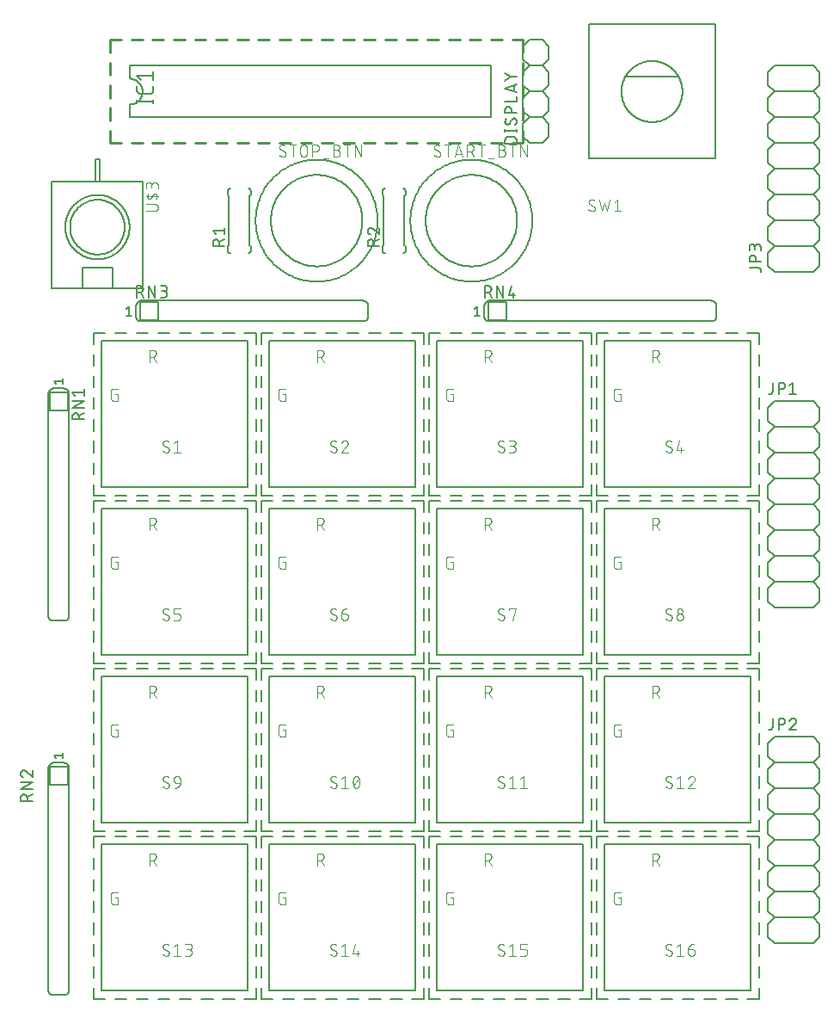
<source format=gto>
G04 EAGLE Gerber RS-274X export*
G75*
%MOMM*%
%FSLAX34Y34*%
%LPD*%
%INSilkscreen Top*%
%IPPOS*%
%AMOC8*
5,1,8,0,0,1.08239X$1,22.5*%
G01*
%ADD10C,0.254000*%
%ADD11C,0.203200*%
%ADD12C,0.101600*%
%ADD13C,0.127000*%
%ADD14C,0.152400*%
%ADD15C,0.177800*%


D10*
X88900Y952500D02*
X99720Y952500D01*
X109720Y952500D02*
X120540Y952500D01*
X130540Y952500D02*
X141360Y952500D01*
X151360Y952500D02*
X162180Y952500D01*
X172180Y952500D02*
X183000Y952500D01*
X193000Y952500D02*
X203820Y952500D01*
X213820Y952500D02*
X224640Y952500D01*
X234640Y952500D02*
X245460Y952500D01*
X255460Y952500D02*
X266280Y952500D01*
X276280Y952500D02*
X287100Y952500D01*
X297100Y952500D02*
X307920Y952500D01*
X317920Y952500D02*
X328740Y952500D01*
X338740Y952500D02*
X349560Y952500D01*
X359560Y952500D02*
X370380Y952500D01*
X380380Y952500D02*
X391200Y952500D01*
X401200Y952500D02*
X412020Y952500D01*
X422020Y952500D02*
X432840Y952500D01*
X442840Y952500D02*
X453660Y952500D01*
X463660Y952500D02*
X474480Y952500D01*
X484480Y952500D02*
X495300Y952500D01*
X495300Y940180D01*
X495300Y930180D02*
X495300Y917860D01*
X495300Y907860D02*
X495300Y895540D01*
X495300Y885540D02*
X495300Y873220D01*
X495300Y863220D02*
X495300Y850900D01*
X484480Y850900D01*
X474480Y850900D02*
X463660Y850900D01*
X453660Y850900D02*
X442840Y850900D01*
X432840Y850900D02*
X422020Y850900D01*
X412020Y850900D02*
X401200Y850900D01*
X391200Y850900D02*
X380380Y850900D01*
X370380Y850900D02*
X359560Y850900D01*
X349560Y850900D02*
X338740Y850900D01*
X328740Y850900D02*
X317920Y850900D01*
X307920Y850900D02*
X297100Y850900D01*
X287100Y850900D02*
X276280Y850900D01*
X266280Y850900D02*
X255460Y850900D01*
X245460Y850900D02*
X234640Y850900D01*
X224640Y850900D02*
X213820Y850900D01*
X203820Y850900D02*
X193000Y850900D01*
X183000Y850900D02*
X172180Y850900D01*
X162180Y850900D02*
X151360Y850900D01*
X141360Y850900D02*
X130540Y850900D01*
X120540Y850900D02*
X109720Y850900D01*
X99720Y850900D02*
X88900Y850900D01*
X88900Y863220D01*
X88900Y873220D02*
X88900Y885540D01*
X88900Y895540D02*
X88900Y907860D01*
X88900Y917860D02*
X88900Y930180D01*
X88900Y940180D02*
X88900Y952500D01*
D11*
X80400Y512200D02*
X224400Y512200D01*
X224400Y656200D01*
X80400Y656200D01*
X80400Y512200D01*
D12*
X93952Y603899D02*
X95899Y603899D01*
X95899Y597408D01*
X92004Y597408D01*
X91905Y597410D01*
X91805Y597416D01*
X91706Y597425D01*
X91608Y597438D01*
X91510Y597455D01*
X91412Y597476D01*
X91316Y597501D01*
X91221Y597529D01*
X91127Y597561D01*
X91034Y597596D01*
X90942Y597635D01*
X90852Y597678D01*
X90764Y597723D01*
X90677Y597773D01*
X90593Y597825D01*
X90510Y597881D01*
X90430Y597939D01*
X90352Y598001D01*
X90277Y598066D01*
X90204Y598134D01*
X90134Y598204D01*
X90066Y598277D01*
X90001Y598352D01*
X89939Y598430D01*
X89881Y598510D01*
X89825Y598593D01*
X89773Y598677D01*
X89723Y598764D01*
X89678Y598852D01*
X89635Y598942D01*
X89596Y599034D01*
X89561Y599127D01*
X89529Y599221D01*
X89501Y599316D01*
X89476Y599412D01*
X89455Y599510D01*
X89438Y599608D01*
X89425Y599706D01*
X89416Y599805D01*
X89410Y599905D01*
X89408Y600004D01*
X89408Y606496D01*
X89410Y606595D01*
X89416Y606695D01*
X89425Y606794D01*
X89438Y606892D01*
X89455Y606990D01*
X89476Y607088D01*
X89501Y607184D01*
X89529Y607279D01*
X89561Y607373D01*
X89596Y607466D01*
X89635Y607558D01*
X89678Y607648D01*
X89723Y607736D01*
X89773Y607823D01*
X89825Y607907D01*
X89881Y607990D01*
X89939Y608070D01*
X90001Y608148D01*
X90066Y608223D01*
X90134Y608296D01*
X90204Y608366D01*
X90277Y608434D01*
X90352Y608499D01*
X90430Y608561D01*
X90510Y608619D01*
X90593Y608675D01*
X90677Y608727D01*
X90764Y608777D01*
X90852Y608822D01*
X90942Y608865D01*
X91034Y608904D01*
X91126Y608939D01*
X91221Y608971D01*
X91316Y608999D01*
X91412Y609024D01*
X91510Y609045D01*
X91608Y609062D01*
X91706Y609075D01*
X91805Y609084D01*
X91905Y609090D01*
X92004Y609092D01*
X95899Y609092D01*
X127508Y635508D02*
X127508Y647192D01*
X130754Y647192D01*
X130867Y647190D01*
X130980Y647184D01*
X131093Y647174D01*
X131206Y647160D01*
X131318Y647143D01*
X131429Y647121D01*
X131539Y647096D01*
X131649Y647066D01*
X131757Y647033D01*
X131864Y646996D01*
X131970Y646956D01*
X132074Y646911D01*
X132177Y646863D01*
X132278Y646812D01*
X132377Y646757D01*
X132474Y646699D01*
X132569Y646637D01*
X132662Y646572D01*
X132752Y646504D01*
X132840Y646433D01*
X132926Y646358D01*
X133009Y646281D01*
X133089Y646201D01*
X133166Y646118D01*
X133241Y646032D01*
X133312Y645944D01*
X133380Y645854D01*
X133445Y645761D01*
X133507Y645666D01*
X133565Y645569D01*
X133620Y645470D01*
X133671Y645369D01*
X133719Y645266D01*
X133764Y645162D01*
X133804Y645056D01*
X133841Y644949D01*
X133874Y644841D01*
X133904Y644731D01*
X133929Y644621D01*
X133951Y644510D01*
X133968Y644398D01*
X133982Y644285D01*
X133992Y644172D01*
X133998Y644059D01*
X134000Y643946D01*
X133998Y643833D01*
X133992Y643720D01*
X133982Y643607D01*
X133968Y643494D01*
X133951Y643382D01*
X133929Y643271D01*
X133904Y643161D01*
X133874Y643051D01*
X133841Y642943D01*
X133804Y642836D01*
X133764Y642730D01*
X133719Y642626D01*
X133671Y642523D01*
X133620Y642422D01*
X133565Y642323D01*
X133507Y642226D01*
X133445Y642131D01*
X133380Y642038D01*
X133312Y641948D01*
X133241Y641860D01*
X133166Y641774D01*
X133089Y641691D01*
X133009Y641611D01*
X132926Y641534D01*
X132840Y641459D01*
X132752Y641388D01*
X132662Y641320D01*
X132569Y641255D01*
X132474Y641193D01*
X132377Y641135D01*
X132278Y641080D01*
X132177Y641029D01*
X132074Y640981D01*
X131970Y640936D01*
X131864Y640896D01*
X131757Y640859D01*
X131649Y640826D01*
X131539Y640796D01*
X131429Y640771D01*
X131318Y640749D01*
X131206Y640732D01*
X131093Y640718D01*
X130980Y640708D01*
X130867Y640702D01*
X130754Y640700D01*
X130754Y640701D02*
X127508Y640701D01*
X131403Y640701D02*
X133999Y635508D01*
D13*
X72390Y652958D02*
X72390Y664210D01*
X72390Y642958D02*
X72390Y631705D01*
X72390Y621705D02*
X72390Y610453D01*
X72390Y600453D02*
X72390Y589200D01*
X72390Y579200D02*
X72390Y567948D01*
X72390Y557948D02*
X72390Y546695D01*
X72390Y536695D02*
X72390Y525443D01*
X72390Y515443D02*
X72390Y504190D01*
X72390Y664210D02*
X83643Y664210D01*
X93643Y664210D02*
X104895Y664210D01*
X114895Y664210D02*
X126148Y664210D01*
X136148Y664210D02*
X147400Y664210D01*
X157400Y664210D02*
X168653Y664210D01*
X178653Y664210D02*
X189905Y664210D01*
X199905Y664210D02*
X211158Y664210D01*
X221158Y664210D02*
X232410Y664210D01*
X83643Y504190D02*
X72390Y504190D01*
X93643Y504190D02*
X104895Y504190D01*
X114895Y504190D02*
X126148Y504190D01*
X136148Y504190D02*
X147400Y504190D01*
X157400Y504190D02*
X168653Y504190D01*
X178653Y504190D02*
X189905Y504190D01*
X199905Y504190D02*
X211158Y504190D01*
X221158Y504190D02*
X232410Y504190D01*
X232410Y515443D01*
X232410Y525443D02*
X232410Y536695D01*
X232410Y546695D02*
X232410Y557948D01*
X232410Y567948D02*
X232410Y579200D01*
X232410Y589200D02*
X232410Y600453D01*
X232410Y610453D02*
X232410Y621705D01*
X232410Y631705D02*
X232410Y642958D01*
X232410Y652958D02*
X232410Y664210D01*
D12*
X146699Y549204D02*
X146697Y549105D01*
X146691Y549005D01*
X146682Y548906D01*
X146669Y548808D01*
X146652Y548710D01*
X146631Y548612D01*
X146606Y548516D01*
X146578Y548421D01*
X146546Y548327D01*
X146511Y548234D01*
X146472Y548142D01*
X146429Y548052D01*
X146384Y547964D01*
X146334Y547877D01*
X146282Y547793D01*
X146226Y547710D01*
X146168Y547630D01*
X146106Y547552D01*
X146041Y547477D01*
X145973Y547404D01*
X145903Y547334D01*
X145830Y547266D01*
X145755Y547201D01*
X145677Y547139D01*
X145597Y547081D01*
X145514Y547025D01*
X145430Y546973D01*
X145343Y546923D01*
X145255Y546878D01*
X145165Y546835D01*
X145073Y546796D01*
X144980Y546761D01*
X144886Y546729D01*
X144791Y546701D01*
X144695Y546676D01*
X144597Y546655D01*
X144499Y546638D01*
X144401Y546625D01*
X144302Y546616D01*
X144202Y546610D01*
X144103Y546608D01*
X143959Y546610D01*
X143814Y546616D01*
X143670Y546625D01*
X143527Y546638D01*
X143383Y546655D01*
X143240Y546676D01*
X143098Y546701D01*
X142957Y546729D01*
X142816Y546761D01*
X142676Y546797D01*
X142537Y546836D01*
X142399Y546879D01*
X142263Y546926D01*
X142127Y546976D01*
X141993Y547030D01*
X141861Y547087D01*
X141730Y547148D01*
X141601Y547212D01*
X141473Y547280D01*
X141347Y547350D01*
X141223Y547425D01*
X141102Y547502D01*
X140982Y547583D01*
X140864Y547666D01*
X140749Y547753D01*
X140636Y547843D01*
X140525Y547936D01*
X140417Y548031D01*
X140311Y548130D01*
X140208Y548231D01*
X140533Y555696D02*
X140535Y555795D01*
X140541Y555895D01*
X140550Y555994D01*
X140563Y556092D01*
X140580Y556190D01*
X140601Y556288D01*
X140626Y556384D01*
X140654Y556479D01*
X140686Y556573D01*
X140721Y556666D01*
X140760Y556758D01*
X140803Y556848D01*
X140848Y556936D01*
X140898Y557023D01*
X140950Y557107D01*
X141006Y557190D01*
X141064Y557270D01*
X141126Y557348D01*
X141191Y557423D01*
X141259Y557496D01*
X141329Y557566D01*
X141402Y557634D01*
X141477Y557699D01*
X141555Y557761D01*
X141635Y557819D01*
X141718Y557875D01*
X141802Y557927D01*
X141889Y557977D01*
X141977Y558022D01*
X142067Y558065D01*
X142159Y558104D01*
X142252Y558139D01*
X142346Y558171D01*
X142441Y558199D01*
X142538Y558224D01*
X142635Y558245D01*
X142733Y558262D01*
X142831Y558275D01*
X142930Y558284D01*
X143030Y558290D01*
X143129Y558292D01*
X143265Y558290D01*
X143401Y558284D01*
X143537Y558275D01*
X143673Y558262D01*
X143808Y558244D01*
X143942Y558224D01*
X144076Y558199D01*
X144210Y558171D01*
X144342Y558138D01*
X144473Y558103D01*
X144604Y558063D01*
X144733Y558020D01*
X144861Y557974D01*
X144987Y557923D01*
X145113Y557870D01*
X145236Y557812D01*
X145358Y557752D01*
X145478Y557688D01*
X145597Y557620D01*
X145713Y557550D01*
X145827Y557476D01*
X145940Y557399D01*
X146050Y557318D01*
X141831Y553424D02*
X141745Y553477D01*
X141661Y553534D01*
X141579Y553593D01*
X141499Y553656D01*
X141422Y553722D01*
X141347Y553790D01*
X141275Y553862D01*
X141206Y553936D01*
X141140Y554013D01*
X141077Y554092D01*
X141017Y554174D01*
X140960Y554258D01*
X140906Y554344D01*
X140856Y554432D01*
X140809Y554522D01*
X140765Y554613D01*
X140726Y554707D01*
X140689Y554801D01*
X140657Y554897D01*
X140628Y554995D01*
X140603Y555093D01*
X140582Y555192D01*
X140564Y555292D01*
X140551Y555392D01*
X140541Y555493D01*
X140535Y555595D01*
X140533Y555696D01*
X145401Y551476D02*
X145487Y551423D01*
X145571Y551366D01*
X145653Y551307D01*
X145733Y551244D01*
X145810Y551178D01*
X145885Y551110D01*
X145957Y551038D01*
X146026Y550964D01*
X146092Y550887D01*
X146155Y550808D01*
X146215Y550726D01*
X146272Y550642D01*
X146326Y550556D01*
X146376Y550468D01*
X146423Y550378D01*
X146467Y550287D01*
X146506Y550193D01*
X146543Y550099D01*
X146575Y550003D01*
X146604Y549905D01*
X146629Y549807D01*
X146650Y549708D01*
X146668Y549608D01*
X146681Y549508D01*
X146691Y549407D01*
X146697Y549305D01*
X146699Y549204D01*
X145401Y551476D02*
X141831Y553424D01*
X151257Y555696D02*
X154503Y558292D01*
X154503Y546608D01*
X157748Y546608D02*
X151257Y546608D01*
D11*
X245500Y512200D02*
X389500Y512200D01*
X389500Y656200D01*
X245500Y656200D01*
X245500Y512200D01*
D12*
X259052Y603899D02*
X260999Y603899D01*
X260999Y597408D01*
X257104Y597408D01*
X257005Y597410D01*
X256905Y597416D01*
X256806Y597425D01*
X256708Y597438D01*
X256610Y597455D01*
X256512Y597476D01*
X256416Y597501D01*
X256321Y597529D01*
X256227Y597561D01*
X256134Y597596D01*
X256042Y597635D01*
X255952Y597678D01*
X255864Y597723D01*
X255777Y597773D01*
X255693Y597825D01*
X255610Y597881D01*
X255530Y597939D01*
X255452Y598001D01*
X255377Y598066D01*
X255304Y598134D01*
X255234Y598204D01*
X255166Y598277D01*
X255101Y598352D01*
X255039Y598430D01*
X254981Y598510D01*
X254925Y598593D01*
X254873Y598677D01*
X254823Y598764D01*
X254778Y598852D01*
X254735Y598942D01*
X254696Y599034D01*
X254661Y599127D01*
X254629Y599221D01*
X254601Y599316D01*
X254576Y599412D01*
X254555Y599510D01*
X254538Y599608D01*
X254525Y599706D01*
X254516Y599805D01*
X254510Y599905D01*
X254508Y600004D01*
X254508Y606496D01*
X254510Y606595D01*
X254516Y606695D01*
X254525Y606794D01*
X254538Y606892D01*
X254555Y606990D01*
X254576Y607088D01*
X254601Y607184D01*
X254629Y607279D01*
X254661Y607373D01*
X254696Y607466D01*
X254735Y607558D01*
X254778Y607648D01*
X254823Y607736D01*
X254873Y607823D01*
X254925Y607907D01*
X254981Y607990D01*
X255039Y608070D01*
X255101Y608148D01*
X255166Y608223D01*
X255234Y608296D01*
X255304Y608366D01*
X255377Y608434D01*
X255452Y608499D01*
X255530Y608561D01*
X255610Y608619D01*
X255693Y608675D01*
X255777Y608727D01*
X255864Y608777D01*
X255952Y608822D01*
X256042Y608865D01*
X256134Y608904D01*
X256226Y608939D01*
X256321Y608971D01*
X256416Y608999D01*
X256512Y609024D01*
X256610Y609045D01*
X256708Y609062D01*
X256806Y609075D01*
X256905Y609084D01*
X257005Y609090D01*
X257104Y609092D01*
X260999Y609092D01*
X292608Y635508D02*
X292608Y647192D01*
X295854Y647192D01*
X295967Y647190D01*
X296080Y647184D01*
X296193Y647174D01*
X296306Y647160D01*
X296418Y647143D01*
X296529Y647121D01*
X296639Y647096D01*
X296749Y647066D01*
X296857Y647033D01*
X296964Y646996D01*
X297070Y646956D01*
X297174Y646911D01*
X297277Y646863D01*
X297378Y646812D01*
X297477Y646757D01*
X297574Y646699D01*
X297669Y646637D01*
X297762Y646572D01*
X297852Y646504D01*
X297940Y646433D01*
X298026Y646358D01*
X298109Y646281D01*
X298189Y646201D01*
X298266Y646118D01*
X298341Y646032D01*
X298412Y645944D01*
X298480Y645854D01*
X298545Y645761D01*
X298607Y645666D01*
X298665Y645569D01*
X298720Y645470D01*
X298771Y645369D01*
X298819Y645266D01*
X298864Y645162D01*
X298904Y645056D01*
X298941Y644949D01*
X298974Y644841D01*
X299004Y644731D01*
X299029Y644621D01*
X299051Y644510D01*
X299068Y644398D01*
X299082Y644285D01*
X299092Y644172D01*
X299098Y644059D01*
X299100Y643946D01*
X299098Y643833D01*
X299092Y643720D01*
X299082Y643607D01*
X299068Y643494D01*
X299051Y643382D01*
X299029Y643271D01*
X299004Y643161D01*
X298974Y643051D01*
X298941Y642943D01*
X298904Y642836D01*
X298864Y642730D01*
X298819Y642626D01*
X298771Y642523D01*
X298720Y642422D01*
X298665Y642323D01*
X298607Y642226D01*
X298545Y642131D01*
X298480Y642038D01*
X298412Y641948D01*
X298341Y641860D01*
X298266Y641774D01*
X298189Y641691D01*
X298109Y641611D01*
X298026Y641534D01*
X297940Y641459D01*
X297852Y641388D01*
X297762Y641320D01*
X297669Y641255D01*
X297574Y641193D01*
X297477Y641135D01*
X297378Y641080D01*
X297277Y641029D01*
X297174Y640981D01*
X297070Y640936D01*
X296964Y640896D01*
X296857Y640859D01*
X296749Y640826D01*
X296639Y640796D01*
X296529Y640771D01*
X296418Y640749D01*
X296306Y640732D01*
X296193Y640718D01*
X296080Y640708D01*
X295967Y640702D01*
X295854Y640700D01*
X295854Y640701D02*
X292608Y640701D01*
X296503Y640701D02*
X299099Y635508D01*
D13*
X237490Y652958D02*
X237490Y664210D01*
X237490Y642958D02*
X237490Y631705D01*
X237490Y621705D02*
X237490Y610453D01*
X237490Y600453D02*
X237490Y589200D01*
X237490Y579200D02*
X237490Y567948D01*
X237490Y557948D02*
X237490Y546695D01*
X237490Y536695D02*
X237490Y525443D01*
X237490Y515443D02*
X237490Y504190D01*
X237490Y664210D02*
X248743Y664210D01*
X258743Y664210D02*
X269995Y664210D01*
X279995Y664210D02*
X291248Y664210D01*
X301248Y664210D02*
X312500Y664210D01*
X322500Y664210D02*
X333753Y664210D01*
X343753Y664210D02*
X355005Y664210D01*
X365005Y664210D02*
X376258Y664210D01*
X386258Y664210D02*
X397510Y664210D01*
X248743Y504190D02*
X237490Y504190D01*
X258743Y504190D02*
X269995Y504190D01*
X279995Y504190D02*
X291248Y504190D01*
X301248Y504190D02*
X312500Y504190D01*
X322500Y504190D02*
X333753Y504190D01*
X343753Y504190D02*
X355005Y504190D01*
X365005Y504190D02*
X376258Y504190D01*
X386258Y504190D02*
X397510Y504190D01*
X397510Y515443D01*
X397510Y525443D02*
X397510Y536695D01*
X397510Y546695D02*
X397510Y557948D01*
X397510Y567948D02*
X397510Y579200D01*
X397510Y589200D02*
X397510Y600453D01*
X397510Y610453D02*
X397510Y621705D01*
X397510Y631705D02*
X397510Y642958D01*
X397510Y652958D02*
X397510Y664210D01*
D12*
X311799Y549204D02*
X311797Y549105D01*
X311791Y549005D01*
X311782Y548906D01*
X311769Y548808D01*
X311752Y548710D01*
X311731Y548612D01*
X311706Y548516D01*
X311678Y548421D01*
X311646Y548327D01*
X311611Y548234D01*
X311572Y548142D01*
X311529Y548052D01*
X311484Y547964D01*
X311434Y547877D01*
X311382Y547793D01*
X311326Y547710D01*
X311268Y547630D01*
X311206Y547552D01*
X311141Y547477D01*
X311073Y547404D01*
X311003Y547334D01*
X310930Y547266D01*
X310855Y547201D01*
X310777Y547139D01*
X310697Y547081D01*
X310614Y547025D01*
X310530Y546973D01*
X310443Y546923D01*
X310355Y546878D01*
X310265Y546835D01*
X310173Y546796D01*
X310080Y546761D01*
X309986Y546729D01*
X309891Y546701D01*
X309795Y546676D01*
X309697Y546655D01*
X309599Y546638D01*
X309501Y546625D01*
X309402Y546616D01*
X309302Y546610D01*
X309203Y546608D01*
X309059Y546610D01*
X308914Y546616D01*
X308770Y546625D01*
X308627Y546638D01*
X308483Y546655D01*
X308340Y546676D01*
X308198Y546701D01*
X308057Y546729D01*
X307916Y546761D01*
X307776Y546797D01*
X307637Y546836D01*
X307499Y546879D01*
X307363Y546926D01*
X307227Y546976D01*
X307093Y547030D01*
X306961Y547087D01*
X306830Y547148D01*
X306701Y547212D01*
X306573Y547280D01*
X306447Y547350D01*
X306323Y547425D01*
X306202Y547502D01*
X306082Y547583D01*
X305964Y547666D01*
X305849Y547753D01*
X305736Y547843D01*
X305625Y547936D01*
X305517Y548031D01*
X305411Y548130D01*
X305308Y548231D01*
X305633Y555696D02*
X305635Y555795D01*
X305641Y555895D01*
X305650Y555994D01*
X305663Y556092D01*
X305680Y556190D01*
X305701Y556288D01*
X305726Y556384D01*
X305754Y556479D01*
X305786Y556573D01*
X305821Y556666D01*
X305860Y556758D01*
X305903Y556848D01*
X305948Y556936D01*
X305998Y557023D01*
X306050Y557107D01*
X306106Y557190D01*
X306164Y557270D01*
X306226Y557348D01*
X306291Y557423D01*
X306359Y557496D01*
X306429Y557566D01*
X306502Y557634D01*
X306577Y557699D01*
X306655Y557761D01*
X306735Y557819D01*
X306818Y557875D01*
X306902Y557927D01*
X306989Y557977D01*
X307077Y558022D01*
X307167Y558065D01*
X307259Y558104D01*
X307352Y558139D01*
X307446Y558171D01*
X307541Y558199D01*
X307638Y558224D01*
X307735Y558245D01*
X307833Y558262D01*
X307931Y558275D01*
X308030Y558284D01*
X308130Y558290D01*
X308229Y558292D01*
X308365Y558290D01*
X308501Y558284D01*
X308637Y558275D01*
X308773Y558262D01*
X308908Y558244D01*
X309042Y558224D01*
X309176Y558199D01*
X309310Y558171D01*
X309442Y558138D01*
X309573Y558103D01*
X309704Y558063D01*
X309833Y558020D01*
X309961Y557974D01*
X310087Y557923D01*
X310213Y557870D01*
X310336Y557812D01*
X310458Y557752D01*
X310578Y557688D01*
X310697Y557620D01*
X310813Y557550D01*
X310927Y557476D01*
X311040Y557399D01*
X311150Y557318D01*
X306931Y553424D02*
X306845Y553477D01*
X306761Y553534D01*
X306679Y553593D01*
X306599Y553656D01*
X306522Y553722D01*
X306447Y553790D01*
X306375Y553862D01*
X306306Y553936D01*
X306240Y554013D01*
X306177Y554092D01*
X306117Y554174D01*
X306060Y554258D01*
X306006Y554344D01*
X305956Y554432D01*
X305909Y554522D01*
X305865Y554613D01*
X305826Y554707D01*
X305789Y554801D01*
X305757Y554897D01*
X305728Y554995D01*
X305703Y555093D01*
X305682Y555192D01*
X305664Y555292D01*
X305651Y555392D01*
X305641Y555493D01*
X305635Y555595D01*
X305633Y555696D01*
X310501Y551476D02*
X310587Y551423D01*
X310671Y551366D01*
X310753Y551307D01*
X310833Y551244D01*
X310910Y551178D01*
X310985Y551110D01*
X311057Y551038D01*
X311126Y550964D01*
X311192Y550887D01*
X311255Y550808D01*
X311315Y550726D01*
X311372Y550642D01*
X311426Y550556D01*
X311476Y550468D01*
X311523Y550378D01*
X311567Y550287D01*
X311606Y550193D01*
X311643Y550099D01*
X311675Y550003D01*
X311704Y549905D01*
X311729Y549807D01*
X311750Y549708D01*
X311768Y549608D01*
X311781Y549508D01*
X311791Y549407D01*
X311797Y549305D01*
X311799Y549204D01*
X310501Y551476D02*
X306931Y553424D01*
X319927Y558292D02*
X320034Y558290D01*
X320140Y558284D01*
X320246Y558274D01*
X320352Y558261D01*
X320458Y558243D01*
X320562Y558222D01*
X320666Y558197D01*
X320769Y558168D01*
X320870Y558136D01*
X320970Y558099D01*
X321069Y558059D01*
X321167Y558016D01*
X321263Y557969D01*
X321357Y557918D01*
X321449Y557864D01*
X321539Y557807D01*
X321627Y557747D01*
X321712Y557683D01*
X321795Y557616D01*
X321876Y557546D01*
X321954Y557474D01*
X322030Y557398D01*
X322102Y557320D01*
X322172Y557239D01*
X322239Y557156D01*
X322303Y557071D01*
X322363Y556983D01*
X322420Y556893D01*
X322474Y556801D01*
X322525Y556707D01*
X322572Y556611D01*
X322615Y556513D01*
X322655Y556414D01*
X322692Y556314D01*
X322724Y556213D01*
X322753Y556110D01*
X322778Y556006D01*
X322799Y555902D01*
X322817Y555796D01*
X322830Y555690D01*
X322840Y555584D01*
X322846Y555478D01*
X322848Y555371D01*
X319927Y558292D02*
X319806Y558290D01*
X319685Y558284D01*
X319565Y558274D01*
X319444Y558261D01*
X319325Y558243D01*
X319205Y558222D01*
X319087Y558197D01*
X318970Y558168D01*
X318853Y558135D01*
X318738Y558099D01*
X318624Y558058D01*
X318511Y558015D01*
X318399Y557967D01*
X318290Y557916D01*
X318182Y557861D01*
X318075Y557803D01*
X317971Y557742D01*
X317869Y557677D01*
X317769Y557609D01*
X317671Y557538D01*
X317575Y557464D01*
X317482Y557387D01*
X317392Y557306D01*
X317304Y557223D01*
X317219Y557137D01*
X317136Y557048D01*
X317057Y556957D01*
X316980Y556863D01*
X316907Y556767D01*
X316837Y556669D01*
X316770Y556568D01*
X316706Y556465D01*
X316646Y556360D01*
X316589Y556253D01*
X316535Y556145D01*
X316485Y556035D01*
X316439Y555923D01*
X316396Y555810D01*
X316357Y555695D01*
X321875Y553099D02*
X321954Y553176D01*
X322030Y553257D01*
X322103Y553340D01*
X322173Y553425D01*
X322240Y553513D01*
X322304Y553603D01*
X322364Y553695D01*
X322421Y553790D01*
X322475Y553886D01*
X322526Y553984D01*
X322573Y554084D01*
X322617Y554186D01*
X322657Y554289D01*
X322693Y554393D01*
X322725Y554499D01*
X322754Y554605D01*
X322779Y554713D01*
X322801Y554821D01*
X322818Y554931D01*
X322832Y555040D01*
X322841Y555150D01*
X322847Y555261D01*
X322849Y555371D01*
X321874Y553099D02*
X316357Y546608D01*
X322848Y546608D01*
D11*
X410600Y512200D02*
X554600Y512200D01*
X554600Y656200D01*
X410600Y656200D01*
X410600Y512200D01*
D12*
X424152Y603899D02*
X426099Y603899D01*
X426099Y597408D01*
X422204Y597408D01*
X422105Y597410D01*
X422005Y597416D01*
X421906Y597425D01*
X421808Y597438D01*
X421710Y597455D01*
X421612Y597476D01*
X421516Y597501D01*
X421421Y597529D01*
X421327Y597561D01*
X421234Y597596D01*
X421142Y597635D01*
X421052Y597678D01*
X420964Y597723D01*
X420877Y597773D01*
X420793Y597825D01*
X420710Y597881D01*
X420630Y597939D01*
X420552Y598001D01*
X420477Y598066D01*
X420404Y598134D01*
X420334Y598204D01*
X420266Y598277D01*
X420201Y598352D01*
X420139Y598430D01*
X420081Y598510D01*
X420025Y598593D01*
X419973Y598677D01*
X419923Y598764D01*
X419878Y598852D01*
X419835Y598942D01*
X419796Y599034D01*
X419761Y599127D01*
X419729Y599221D01*
X419701Y599316D01*
X419676Y599412D01*
X419655Y599510D01*
X419638Y599608D01*
X419625Y599706D01*
X419616Y599805D01*
X419610Y599905D01*
X419608Y600004D01*
X419608Y606496D01*
X419610Y606595D01*
X419616Y606695D01*
X419625Y606794D01*
X419638Y606892D01*
X419655Y606990D01*
X419676Y607088D01*
X419701Y607184D01*
X419729Y607279D01*
X419761Y607373D01*
X419796Y607466D01*
X419835Y607558D01*
X419878Y607648D01*
X419923Y607736D01*
X419973Y607823D01*
X420025Y607907D01*
X420081Y607990D01*
X420139Y608070D01*
X420201Y608148D01*
X420266Y608223D01*
X420334Y608296D01*
X420404Y608366D01*
X420477Y608434D01*
X420552Y608499D01*
X420630Y608561D01*
X420710Y608619D01*
X420793Y608675D01*
X420877Y608727D01*
X420964Y608777D01*
X421052Y608822D01*
X421142Y608865D01*
X421234Y608904D01*
X421326Y608939D01*
X421421Y608971D01*
X421516Y608999D01*
X421612Y609024D01*
X421710Y609045D01*
X421808Y609062D01*
X421906Y609075D01*
X422005Y609084D01*
X422105Y609090D01*
X422204Y609092D01*
X426099Y609092D01*
X457708Y635508D02*
X457708Y647192D01*
X460954Y647192D01*
X461067Y647190D01*
X461180Y647184D01*
X461293Y647174D01*
X461406Y647160D01*
X461518Y647143D01*
X461629Y647121D01*
X461739Y647096D01*
X461849Y647066D01*
X461957Y647033D01*
X462064Y646996D01*
X462170Y646956D01*
X462274Y646911D01*
X462377Y646863D01*
X462478Y646812D01*
X462577Y646757D01*
X462674Y646699D01*
X462769Y646637D01*
X462862Y646572D01*
X462952Y646504D01*
X463040Y646433D01*
X463126Y646358D01*
X463209Y646281D01*
X463289Y646201D01*
X463366Y646118D01*
X463441Y646032D01*
X463512Y645944D01*
X463580Y645854D01*
X463645Y645761D01*
X463707Y645666D01*
X463765Y645569D01*
X463820Y645470D01*
X463871Y645369D01*
X463919Y645266D01*
X463964Y645162D01*
X464004Y645056D01*
X464041Y644949D01*
X464074Y644841D01*
X464104Y644731D01*
X464129Y644621D01*
X464151Y644510D01*
X464168Y644398D01*
X464182Y644285D01*
X464192Y644172D01*
X464198Y644059D01*
X464200Y643946D01*
X464198Y643833D01*
X464192Y643720D01*
X464182Y643607D01*
X464168Y643494D01*
X464151Y643382D01*
X464129Y643271D01*
X464104Y643161D01*
X464074Y643051D01*
X464041Y642943D01*
X464004Y642836D01*
X463964Y642730D01*
X463919Y642626D01*
X463871Y642523D01*
X463820Y642422D01*
X463765Y642323D01*
X463707Y642226D01*
X463645Y642131D01*
X463580Y642038D01*
X463512Y641948D01*
X463441Y641860D01*
X463366Y641774D01*
X463289Y641691D01*
X463209Y641611D01*
X463126Y641534D01*
X463040Y641459D01*
X462952Y641388D01*
X462862Y641320D01*
X462769Y641255D01*
X462674Y641193D01*
X462577Y641135D01*
X462478Y641080D01*
X462377Y641029D01*
X462274Y640981D01*
X462170Y640936D01*
X462064Y640896D01*
X461957Y640859D01*
X461849Y640826D01*
X461739Y640796D01*
X461629Y640771D01*
X461518Y640749D01*
X461406Y640732D01*
X461293Y640718D01*
X461180Y640708D01*
X461067Y640702D01*
X460954Y640700D01*
X460954Y640701D02*
X457708Y640701D01*
X461603Y640701D02*
X464199Y635508D01*
D13*
X402590Y652958D02*
X402590Y664210D01*
X402590Y642958D02*
X402590Y631705D01*
X402590Y621705D02*
X402590Y610453D01*
X402590Y600453D02*
X402590Y589200D01*
X402590Y579200D02*
X402590Y567948D01*
X402590Y557948D02*
X402590Y546695D01*
X402590Y536695D02*
X402590Y525443D01*
X402590Y515443D02*
X402590Y504190D01*
X402590Y664210D02*
X413843Y664210D01*
X423843Y664210D02*
X435095Y664210D01*
X445095Y664210D02*
X456348Y664210D01*
X466348Y664210D02*
X477600Y664210D01*
X487600Y664210D02*
X498853Y664210D01*
X508853Y664210D02*
X520105Y664210D01*
X530105Y664210D02*
X541358Y664210D01*
X551358Y664210D02*
X562610Y664210D01*
X413843Y504190D02*
X402590Y504190D01*
X423843Y504190D02*
X435095Y504190D01*
X445095Y504190D02*
X456348Y504190D01*
X466348Y504190D02*
X477600Y504190D01*
X487600Y504190D02*
X498853Y504190D01*
X508853Y504190D02*
X520105Y504190D01*
X530105Y504190D02*
X541358Y504190D01*
X551358Y504190D02*
X562610Y504190D01*
X562610Y515443D01*
X562610Y525443D02*
X562610Y536695D01*
X562610Y546695D02*
X562610Y557948D01*
X562610Y567948D02*
X562610Y579200D01*
X562610Y589200D02*
X562610Y600453D01*
X562610Y610453D02*
X562610Y621705D01*
X562610Y631705D02*
X562610Y642958D01*
X562610Y652958D02*
X562610Y664210D01*
D12*
X476899Y549204D02*
X476897Y549105D01*
X476891Y549005D01*
X476882Y548906D01*
X476869Y548808D01*
X476852Y548710D01*
X476831Y548612D01*
X476806Y548516D01*
X476778Y548421D01*
X476746Y548327D01*
X476711Y548234D01*
X476672Y548142D01*
X476629Y548052D01*
X476584Y547964D01*
X476534Y547877D01*
X476482Y547793D01*
X476426Y547710D01*
X476368Y547630D01*
X476306Y547552D01*
X476241Y547477D01*
X476173Y547404D01*
X476103Y547334D01*
X476030Y547266D01*
X475955Y547201D01*
X475877Y547139D01*
X475797Y547081D01*
X475714Y547025D01*
X475630Y546973D01*
X475543Y546923D01*
X475455Y546878D01*
X475365Y546835D01*
X475273Y546796D01*
X475180Y546761D01*
X475086Y546729D01*
X474991Y546701D01*
X474895Y546676D01*
X474797Y546655D01*
X474699Y546638D01*
X474601Y546625D01*
X474502Y546616D01*
X474402Y546610D01*
X474303Y546608D01*
X474159Y546610D01*
X474014Y546616D01*
X473870Y546625D01*
X473727Y546638D01*
X473583Y546655D01*
X473440Y546676D01*
X473298Y546701D01*
X473157Y546729D01*
X473016Y546761D01*
X472876Y546797D01*
X472737Y546836D01*
X472599Y546879D01*
X472463Y546926D01*
X472327Y546976D01*
X472193Y547030D01*
X472061Y547087D01*
X471930Y547148D01*
X471801Y547212D01*
X471673Y547280D01*
X471547Y547350D01*
X471423Y547425D01*
X471302Y547502D01*
X471182Y547583D01*
X471064Y547666D01*
X470949Y547753D01*
X470836Y547843D01*
X470725Y547936D01*
X470617Y548031D01*
X470511Y548130D01*
X470408Y548231D01*
X470733Y555696D02*
X470735Y555795D01*
X470741Y555895D01*
X470750Y555994D01*
X470763Y556092D01*
X470780Y556190D01*
X470801Y556288D01*
X470826Y556384D01*
X470854Y556479D01*
X470886Y556573D01*
X470921Y556666D01*
X470960Y556758D01*
X471003Y556848D01*
X471048Y556936D01*
X471098Y557023D01*
X471150Y557107D01*
X471206Y557190D01*
X471264Y557270D01*
X471326Y557348D01*
X471391Y557423D01*
X471459Y557496D01*
X471529Y557566D01*
X471602Y557634D01*
X471677Y557699D01*
X471755Y557761D01*
X471835Y557819D01*
X471918Y557875D01*
X472002Y557927D01*
X472089Y557977D01*
X472177Y558022D01*
X472267Y558065D01*
X472359Y558104D01*
X472452Y558139D01*
X472546Y558171D01*
X472641Y558199D01*
X472738Y558224D01*
X472835Y558245D01*
X472933Y558262D01*
X473031Y558275D01*
X473130Y558284D01*
X473230Y558290D01*
X473329Y558292D01*
X473465Y558290D01*
X473601Y558284D01*
X473737Y558275D01*
X473873Y558262D01*
X474008Y558244D01*
X474142Y558224D01*
X474276Y558199D01*
X474410Y558171D01*
X474542Y558138D01*
X474673Y558103D01*
X474804Y558063D01*
X474933Y558020D01*
X475061Y557974D01*
X475187Y557923D01*
X475313Y557870D01*
X475436Y557812D01*
X475558Y557752D01*
X475678Y557688D01*
X475797Y557620D01*
X475913Y557550D01*
X476027Y557476D01*
X476140Y557399D01*
X476250Y557318D01*
X472031Y553424D02*
X471945Y553477D01*
X471861Y553534D01*
X471779Y553593D01*
X471699Y553656D01*
X471622Y553722D01*
X471547Y553790D01*
X471475Y553862D01*
X471406Y553936D01*
X471340Y554013D01*
X471277Y554092D01*
X471217Y554174D01*
X471160Y554258D01*
X471106Y554344D01*
X471056Y554432D01*
X471009Y554522D01*
X470965Y554613D01*
X470926Y554707D01*
X470889Y554801D01*
X470857Y554897D01*
X470828Y554995D01*
X470803Y555093D01*
X470782Y555192D01*
X470764Y555292D01*
X470751Y555392D01*
X470741Y555493D01*
X470735Y555595D01*
X470733Y555696D01*
X475601Y551476D02*
X475687Y551423D01*
X475771Y551366D01*
X475853Y551307D01*
X475933Y551244D01*
X476010Y551178D01*
X476085Y551110D01*
X476157Y551038D01*
X476226Y550964D01*
X476292Y550887D01*
X476355Y550808D01*
X476415Y550726D01*
X476472Y550642D01*
X476526Y550556D01*
X476576Y550468D01*
X476623Y550378D01*
X476667Y550287D01*
X476706Y550193D01*
X476743Y550099D01*
X476775Y550003D01*
X476804Y549905D01*
X476829Y549807D01*
X476850Y549708D01*
X476868Y549608D01*
X476881Y549508D01*
X476891Y549407D01*
X476897Y549305D01*
X476899Y549204D01*
X475601Y551476D02*
X472031Y553424D01*
X481457Y546608D02*
X484703Y546608D01*
X484816Y546610D01*
X484929Y546616D01*
X485042Y546626D01*
X485155Y546640D01*
X485267Y546657D01*
X485378Y546679D01*
X485488Y546704D01*
X485598Y546734D01*
X485706Y546767D01*
X485813Y546804D01*
X485919Y546844D01*
X486023Y546889D01*
X486126Y546937D01*
X486227Y546988D01*
X486326Y547043D01*
X486423Y547101D01*
X486518Y547163D01*
X486611Y547228D01*
X486701Y547296D01*
X486789Y547367D01*
X486875Y547442D01*
X486958Y547519D01*
X487038Y547599D01*
X487115Y547682D01*
X487190Y547768D01*
X487261Y547856D01*
X487329Y547946D01*
X487394Y548039D01*
X487456Y548134D01*
X487514Y548231D01*
X487569Y548330D01*
X487620Y548431D01*
X487668Y548534D01*
X487713Y548638D01*
X487753Y548744D01*
X487790Y548851D01*
X487823Y548959D01*
X487853Y549069D01*
X487878Y549179D01*
X487900Y549290D01*
X487917Y549402D01*
X487931Y549515D01*
X487941Y549628D01*
X487947Y549741D01*
X487949Y549854D01*
X487947Y549967D01*
X487941Y550080D01*
X487931Y550193D01*
X487917Y550306D01*
X487900Y550418D01*
X487878Y550529D01*
X487853Y550639D01*
X487823Y550749D01*
X487790Y550857D01*
X487753Y550964D01*
X487713Y551070D01*
X487668Y551174D01*
X487620Y551277D01*
X487569Y551378D01*
X487514Y551477D01*
X487456Y551574D01*
X487394Y551669D01*
X487329Y551762D01*
X487261Y551852D01*
X487190Y551940D01*
X487115Y552026D01*
X487038Y552109D01*
X486958Y552189D01*
X486875Y552266D01*
X486789Y552341D01*
X486701Y552412D01*
X486611Y552480D01*
X486518Y552545D01*
X486423Y552607D01*
X486326Y552665D01*
X486227Y552720D01*
X486126Y552771D01*
X486023Y552819D01*
X485919Y552864D01*
X485813Y552904D01*
X485706Y552941D01*
X485598Y552974D01*
X485488Y553004D01*
X485378Y553029D01*
X485267Y553051D01*
X485155Y553068D01*
X485042Y553082D01*
X484929Y553092D01*
X484816Y553098D01*
X484703Y553100D01*
X485352Y558292D02*
X481457Y558292D01*
X485352Y558292D02*
X485453Y558290D01*
X485553Y558284D01*
X485653Y558274D01*
X485753Y558261D01*
X485852Y558243D01*
X485951Y558222D01*
X486048Y558197D01*
X486145Y558168D01*
X486240Y558135D01*
X486334Y558099D01*
X486426Y558059D01*
X486517Y558016D01*
X486606Y557969D01*
X486693Y557919D01*
X486779Y557865D01*
X486862Y557808D01*
X486942Y557748D01*
X487021Y557685D01*
X487097Y557618D01*
X487170Y557549D01*
X487240Y557477D01*
X487308Y557403D01*
X487373Y557326D01*
X487434Y557246D01*
X487493Y557164D01*
X487548Y557080D01*
X487600Y556994D01*
X487649Y556906D01*
X487694Y556816D01*
X487736Y556724D01*
X487774Y556631D01*
X487808Y556536D01*
X487839Y556441D01*
X487866Y556344D01*
X487889Y556246D01*
X487909Y556147D01*
X487924Y556047D01*
X487936Y555947D01*
X487944Y555847D01*
X487948Y555746D01*
X487948Y555646D01*
X487944Y555545D01*
X487936Y555445D01*
X487924Y555345D01*
X487909Y555245D01*
X487889Y555146D01*
X487866Y555048D01*
X487839Y554951D01*
X487808Y554856D01*
X487774Y554761D01*
X487736Y554668D01*
X487694Y554576D01*
X487649Y554486D01*
X487600Y554398D01*
X487548Y554312D01*
X487493Y554228D01*
X487434Y554146D01*
X487373Y554066D01*
X487308Y553989D01*
X487240Y553915D01*
X487170Y553843D01*
X487097Y553774D01*
X487021Y553707D01*
X486942Y553644D01*
X486862Y553584D01*
X486779Y553527D01*
X486693Y553473D01*
X486606Y553423D01*
X486517Y553376D01*
X486426Y553333D01*
X486334Y553293D01*
X486240Y553257D01*
X486145Y553224D01*
X486048Y553195D01*
X485951Y553170D01*
X485852Y553149D01*
X485753Y553131D01*
X485653Y553118D01*
X485553Y553108D01*
X485453Y553102D01*
X485352Y553100D01*
X485352Y553099D02*
X482755Y553099D01*
D11*
X575700Y512200D02*
X719700Y512200D01*
X719700Y656200D01*
X575700Y656200D01*
X575700Y512200D01*
D12*
X589252Y603899D02*
X591199Y603899D01*
X591199Y597408D01*
X587304Y597408D01*
X587205Y597410D01*
X587105Y597416D01*
X587006Y597425D01*
X586908Y597438D01*
X586810Y597455D01*
X586712Y597476D01*
X586616Y597501D01*
X586521Y597529D01*
X586427Y597561D01*
X586334Y597596D01*
X586242Y597635D01*
X586152Y597678D01*
X586064Y597723D01*
X585977Y597773D01*
X585893Y597825D01*
X585810Y597881D01*
X585730Y597939D01*
X585652Y598001D01*
X585577Y598066D01*
X585504Y598134D01*
X585434Y598204D01*
X585366Y598277D01*
X585301Y598352D01*
X585239Y598430D01*
X585181Y598510D01*
X585125Y598593D01*
X585073Y598677D01*
X585023Y598764D01*
X584978Y598852D01*
X584935Y598942D01*
X584896Y599034D01*
X584861Y599127D01*
X584829Y599221D01*
X584801Y599316D01*
X584776Y599412D01*
X584755Y599510D01*
X584738Y599608D01*
X584725Y599706D01*
X584716Y599805D01*
X584710Y599905D01*
X584708Y600004D01*
X584708Y606496D01*
X584710Y606595D01*
X584716Y606695D01*
X584725Y606794D01*
X584738Y606892D01*
X584755Y606990D01*
X584776Y607088D01*
X584801Y607184D01*
X584829Y607279D01*
X584861Y607373D01*
X584896Y607466D01*
X584935Y607558D01*
X584978Y607648D01*
X585023Y607736D01*
X585073Y607823D01*
X585125Y607907D01*
X585181Y607990D01*
X585239Y608070D01*
X585301Y608148D01*
X585366Y608223D01*
X585434Y608296D01*
X585504Y608366D01*
X585577Y608434D01*
X585652Y608499D01*
X585730Y608561D01*
X585810Y608619D01*
X585893Y608675D01*
X585977Y608727D01*
X586064Y608777D01*
X586152Y608822D01*
X586242Y608865D01*
X586334Y608904D01*
X586426Y608939D01*
X586521Y608971D01*
X586616Y608999D01*
X586712Y609024D01*
X586810Y609045D01*
X586908Y609062D01*
X587006Y609075D01*
X587105Y609084D01*
X587205Y609090D01*
X587304Y609092D01*
X591199Y609092D01*
X622808Y635508D02*
X622808Y647192D01*
X626054Y647192D01*
X626167Y647190D01*
X626280Y647184D01*
X626393Y647174D01*
X626506Y647160D01*
X626618Y647143D01*
X626729Y647121D01*
X626839Y647096D01*
X626949Y647066D01*
X627057Y647033D01*
X627164Y646996D01*
X627270Y646956D01*
X627374Y646911D01*
X627477Y646863D01*
X627578Y646812D01*
X627677Y646757D01*
X627774Y646699D01*
X627869Y646637D01*
X627962Y646572D01*
X628052Y646504D01*
X628140Y646433D01*
X628226Y646358D01*
X628309Y646281D01*
X628389Y646201D01*
X628466Y646118D01*
X628541Y646032D01*
X628612Y645944D01*
X628680Y645854D01*
X628745Y645761D01*
X628807Y645666D01*
X628865Y645569D01*
X628920Y645470D01*
X628971Y645369D01*
X629019Y645266D01*
X629064Y645162D01*
X629104Y645056D01*
X629141Y644949D01*
X629174Y644841D01*
X629204Y644731D01*
X629229Y644621D01*
X629251Y644510D01*
X629268Y644398D01*
X629282Y644285D01*
X629292Y644172D01*
X629298Y644059D01*
X629300Y643946D01*
X629298Y643833D01*
X629292Y643720D01*
X629282Y643607D01*
X629268Y643494D01*
X629251Y643382D01*
X629229Y643271D01*
X629204Y643161D01*
X629174Y643051D01*
X629141Y642943D01*
X629104Y642836D01*
X629064Y642730D01*
X629019Y642626D01*
X628971Y642523D01*
X628920Y642422D01*
X628865Y642323D01*
X628807Y642226D01*
X628745Y642131D01*
X628680Y642038D01*
X628612Y641948D01*
X628541Y641860D01*
X628466Y641774D01*
X628389Y641691D01*
X628309Y641611D01*
X628226Y641534D01*
X628140Y641459D01*
X628052Y641388D01*
X627962Y641320D01*
X627869Y641255D01*
X627774Y641193D01*
X627677Y641135D01*
X627578Y641080D01*
X627477Y641029D01*
X627374Y640981D01*
X627270Y640936D01*
X627164Y640896D01*
X627057Y640859D01*
X626949Y640826D01*
X626839Y640796D01*
X626729Y640771D01*
X626618Y640749D01*
X626506Y640732D01*
X626393Y640718D01*
X626280Y640708D01*
X626167Y640702D01*
X626054Y640700D01*
X626054Y640701D02*
X622808Y640701D01*
X626703Y640701D02*
X629299Y635508D01*
D13*
X567690Y652958D02*
X567690Y664210D01*
X567690Y642958D02*
X567690Y631705D01*
X567690Y621705D02*
X567690Y610453D01*
X567690Y600453D02*
X567690Y589200D01*
X567690Y579200D02*
X567690Y567948D01*
X567690Y557948D02*
X567690Y546695D01*
X567690Y536695D02*
X567690Y525443D01*
X567690Y515443D02*
X567690Y504190D01*
X567690Y664210D02*
X578943Y664210D01*
X588943Y664210D02*
X600195Y664210D01*
X610195Y664210D02*
X621448Y664210D01*
X631448Y664210D02*
X642700Y664210D01*
X652700Y664210D02*
X663953Y664210D01*
X673953Y664210D02*
X685205Y664210D01*
X695205Y664210D02*
X706458Y664210D01*
X716458Y664210D02*
X727710Y664210D01*
X578943Y504190D02*
X567690Y504190D01*
X588943Y504190D02*
X600195Y504190D01*
X610195Y504190D02*
X621448Y504190D01*
X631448Y504190D02*
X642700Y504190D01*
X652700Y504190D02*
X663953Y504190D01*
X673953Y504190D02*
X685205Y504190D01*
X695205Y504190D02*
X706458Y504190D01*
X716458Y504190D02*
X727710Y504190D01*
X727710Y515443D01*
X727710Y525443D02*
X727710Y536695D01*
X727710Y546695D02*
X727710Y557948D01*
X727710Y567948D02*
X727710Y579200D01*
X727710Y589200D02*
X727710Y600453D01*
X727710Y610453D02*
X727710Y621705D01*
X727710Y631705D02*
X727710Y642958D01*
X727710Y652958D02*
X727710Y664210D01*
D12*
X641999Y549204D02*
X641997Y549105D01*
X641991Y549005D01*
X641982Y548906D01*
X641969Y548808D01*
X641952Y548710D01*
X641931Y548612D01*
X641906Y548516D01*
X641878Y548421D01*
X641846Y548327D01*
X641811Y548234D01*
X641772Y548142D01*
X641729Y548052D01*
X641684Y547964D01*
X641634Y547877D01*
X641582Y547793D01*
X641526Y547710D01*
X641468Y547630D01*
X641406Y547552D01*
X641341Y547477D01*
X641273Y547404D01*
X641203Y547334D01*
X641130Y547266D01*
X641055Y547201D01*
X640977Y547139D01*
X640897Y547081D01*
X640814Y547025D01*
X640730Y546973D01*
X640643Y546923D01*
X640555Y546878D01*
X640465Y546835D01*
X640373Y546796D01*
X640280Y546761D01*
X640186Y546729D01*
X640091Y546701D01*
X639995Y546676D01*
X639897Y546655D01*
X639799Y546638D01*
X639701Y546625D01*
X639602Y546616D01*
X639502Y546610D01*
X639403Y546608D01*
X639259Y546610D01*
X639114Y546616D01*
X638970Y546625D01*
X638827Y546638D01*
X638683Y546655D01*
X638540Y546676D01*
X638398Y546701D01*
X638257Y546729D01*
X638116Y546761D01*
X637976Y546797D01*
X637837Y546836D01*
X637699Y546879D01*
X637563Y546926D01*
X637427Y546976D01*
X637293Y547030D01*
X637161Y547087D01*
X637030Y547148D01*
X636901Y547212D01*
X636773Y547280D01*
X636647Y547350D01*
X636523Y547425D01*
X636402Y547502D01*
X636282Y547583D01*
X636164Y547666D01*
X636049Y547753D01*
X635936Y547843D01*
X635825Y547936D01*
X635717Y548031D01*
X635611Y548130D01*
X635508Y548231D01*
X635833Y555696D02*
X635835Y555795D01*
X635841Y555895D01*
X635850Y555994D01*
X635863Y556092D01*
X635880Y556190D01*
X635901Y556288D01*
X635926Y556384D01*
X635954Y556479D01*
X635986Y556573D01*
X636021Y556666D01*
X636060Y556758D01*
X636103Y556848D01*
X636148Y556936D01*
X636198Y557023D01*
X636250Y557107D01*
X636306Y557190D01*
X636364Y557270D01*
X636426Y557348D01*
X636491Y557423D01*
X636559Y557496D01*
X636629Y557566D01*
X636702Y557634D01*
X636777Y557699D01*
X636855Y557761D01*
X636935Y557819D01*
X637018Y557875D01*
X637102Y557927D01*
X637189Y557977D01*
X637277Y558022D01*
X637367Y558065D01*
X637459Y558104D01*
X637552Y558139D01*
X637646Y558171D01*
X637741Y558199D01*
X637838Y558224D01*
X637935Y558245D01*
X638033Y558262D01*
X638131Y558275D01*
X638230Y558284D01*
X638330Y558290D01*
X638429Y558292D01*
X638565Y558290D01*
X638701Y558284D01*
X638837Y558275D01*
X638973Y558262D01*
X639108Y558244D01*
X639242Y558224D01*
X639376Y558199D01*
X639510Y558171D01*
X639642Y558138D01*
X639773Y558103D01*
X639904Y558063D01*
X640033Y558020D01*
X640161Y557974D01*
X640287Y557923D01*
X640413Y557870D01*
X640536Y557812D01*
X640658Y557752D01*
X640778Y557688D01*
X640897Y557620D01*
X641013Y557550D01*
X641127Y557476D01*
X641240Y557399D01*
X641350Y557318D01*
X637131Y553424D02*
X637045Y553477D01*
X636961Y553534D01*
X636879Y553593D01*
X636799Y553656D01*
X636722Y553722D01*
X636647Y553790D01*
X636575Y553862D01*
X636506Y553936D01*
X636440Y554013D01*
X636377Y554092D01*
X636317Y554174D01*
X636260Y554258D01*
X636206Y554344D01*
X636156Y554432D01*
X636109Y554522D01*
X636065Y554613D01*
X636026Y554707D01*
X635989Y554801D01*
X635957Y554897D01*
X635928Y554995D01*
X635903Y555093D01*
X635882Y555192D01*
X635864Y555292D01*
X635851Y555392D01*
X635841Y555493D01*
X635835Y555595D01*
X635833Y555696D01*
X640701Y551476D02*
X640787Y551423D01*
X640871Y551366D01*
X640953Y551307D01*
X641033Y551244D01*
X641110Y551178D01*
X641185Y551110D01*
X641257Y551038D01*
X641326Y550964D01*
X641392Y550887D01*
X641455Y550808D01*
X641515Y550726D01*
X641572Y550642D01*
X641626Y550556D01*
X641676Y550468D01*
X641723Y550378D01*
X641767Y550287D01*
X641806Y550193D01*
X641843Y550099D01*
X641875Y550003D01*
X641904Y549905D01*
X641929Y549807D01*
X641950Y549708D01*
X641968Y549608D01*
X641981Y549508D01*
X641991Y549407D01*
X641997Y549305D01*
X641999Y549204D01*
X640701Y551476D02*
X637131Y553424D01*
X646557Y549204D02*
X649153Y558292D01*
X646557Y549204D02*
X653048Y549204D01*
X651101Y551801D02*
X651101Y546608D01*
D11*
X224400Y347100D02*
X80400Y347100D01*
X224400Y347100D02*
X224400Y491100D01*
X80400Y491100D01*
X80400Y347100D01*
D12*
X93952Y438799D02*
X95899Y438799D01*
X95899Y432308D01*
X92004Y432308D01*
X91905Y432310D01*
X91805Y432316D01*
X91706Y432325D01*
X91608Y432338D01*
X91510Y432355D01*
X91412Y432376D01*
X91316Y432401D01*
X91221Y432429D01*
X91127Y432461D01*
X91034Y432496D01*
X90942Y432535D01*
X90852Y432578D01*
X90764Y432623D01*
X90677Y432673D01*
X90593Y432725D01*
X90510Y432781D01*
X90430Y432839D01*
X90352Y432901D01*
X90277Y432966D01*
X90204Y433034D01*
X90134Y433104D01*
X90066Y433177D01*
X90001Y433252D01*
X89939Y433330D01*
X89881Y433410D01*
X89825Y433493D01*
X89773Y433577D01*
X89723Y433664D01*
X89678Y433752D01*
X89635Y433842D01*
X89596Y433934D01*
X89561Y434027D01*
X89529Y434121D01*
X89501Y434216D01*
X89476Y434312D01*
X89455Y434410D01*
X89438Y434508D01*
X89425Y434606D01*
X89416Y434705D01*
X89410Y434805D01*
X89408Y434904D01*
X89408Y441396D01*
X89410Y441495D01*
X89416Y441595D01*
X89425Y441694D01*
X89438Y441792D01*
X89455Y441890D01*
X89476Y441988D01*
X89501Y442084D01*
X89529Y442179D01*
X89561Y442273D01*
X89596Y442366D01*
X89635Y442458D01*
X89678Y442548D01*
X89723Y442636D01*
X89773Y442723D01*
X89825Y442807D01*
X89881Y442890D01*
X89939Y442970D01*
X90001Y443048D01*
X90066Y443123D01*
X90134Y443196D01*
X90204Y443266D01*
X90277Y443334D01*
X90352Y443399D01*
X90430Y443461D01*
X90510Y443519D01*
X90593Y443575D01*
X90677Y443627D01*
X90764Y443677D01*
X90852Y443722D01*
X90942Y443765D01*
X91034Y443804D01*
X91126Y443839D01*
X91221Y443871D01*
X91316Y443899D01*
X91412Y443924D01*
X91510Y443945D01*
X91608Y443962D01*
X91706Y443975D01*
X91805Y443984D01*
X91905Y443990D01*
X92004Y443992D01*
X95899Y443992D01*
X127508Y470408D02*
X127508Y482092D01*
X130754Y482092D01*
X130867Y482090D01*
X130980Y482084D01*
X131093Y482074D01*
X131206Y482060D01*
X131318Y482043D01*
X131429Y482021D01*
X131539Y481996D01*
X131649Y481966D01*
X131757Y481933D01*
X131864Y481896D01*
X131970Y481856D01*
X132074Y481811D01*
X132177Y481763D01*
X132278Y481712D01*
X132377Y481657D01*
X132474Y481599D01*
X132569Y481537D01*
X132662Y481472D01*
X132752Y481404D01*
X132840Y481333D01*
X132926Y481258D01*
X133009Y481181D01*
X133089Y481101D01*
X133166Y481018D01*
X133241Y480932D01*
X133312Y480844D01*
X133380Y480754D01*
X133445Y480661D01*
X133507Y480566D01*
X133565Y480469D01*
X133620Y480370D01*
X133671Y480269D01*
X133719Y480166D01*
X133764Y480062D01*
X133804Y479956D01*
X133841Y479849D01*
X133874Y479741D01*
X133904Y479631D01*
X133929Y479521D01*
X133951Y479410D01*
X133968Y479298D01*
X133982Y479185D01*
X133992Y479072D01*
X133998Y478959D01*
X134000Y478846D01*
X133998Y478733D01*
X133992Y478620D01*
X133982Y478507D01*
X133968Y478394D01*
X133951Y478282D01*
X133929Y478171D01*
X133904Y478061D01*
X133874Y477951D01*
X133841Y477843D01*
X133804Y477736D01*
X133764Y477630D01*
X133719Y477526D01*
X133671Y477423D01*
X133620Y477322D01*
X133565Y477223D01*
X133507Y477126D01*
X133445Y477031D01*
X133380Y476938D01*
X133312Y476848D01*
X133241Y476760D01*
X133166Y476674D01*
X133089Y476591D01*
X133009Y476511D01*
X132926Y476434D01*
X132840Y476359D01*
X132752Y476288D01*
X132662Y476220D01*
X132569Y476155D01*
X132474Y476093D01*
X132377Y476035D01*
X132278Y475980D01*
X132177Y475929D01*
X132074Y475881D01*
X131970Y475836D01*
X131864Y475796D01*
X131757Y475759D01*
X131649Y475726D01*
X131539Y475696D01*
X131429Y475671D01*
X131318Y475649D01*
X131206Y475632D01*
X131093Y475618D01*
X130980Y475608D01*
X130867Y475602D01*
X130754Y475600D01*
X130754Y475601D02*
X127508Y475601D01*
X131403Y475601D02*
X133999Y470408D01*
D13*
X72390Y487858D02*
X72390Y499110D01*
X72390Y477858D02*
X72390Y466605D01*
X72390Y456605D02*
X72390Y445353D01*
X72390Y435353D02*
X72390Y424100D01*
X72390Y414100D02*
X72390Y402848D01*
X72390Y392848D02*
X72390Y381595D01*
X72390Y371595D02*
X72390Y360343D01*
X72390Y350343D02*
X72390Y339090D01*
X72390Y499110D02*
X83643Y499110D01*
X93643Y499110D02*
X104895Y499110D01*
X114895Y499110D02*
X126148Y499110D01*
X136148Y499110D02*
X147400Y499110D01*
X157400Y499110D02*
X168653Y499110D01*
X178653Y499110D02*
X189905Y499110D01*
X199905Y499110D02*
X211158Y499110D01*
X221158Y499110D02*
X232410Y499110D01*
X83643Y339090D02*
X72390Y339090D01*
X93643Y339090D02*
X104895Y339090D01*
X114895Y339090D02*
X126148Y339090D01*
X136148Y339090D02*
X147400Y339090D01*
X157400Y339090D02*
X168653Y339090D01*
X178653Y339090D02*
X189905Y339090D01*
X199905Y339090D02*
X211158Y339090D01*
X221158Y339090D02*
X232410Y339090D01*
X232410Y350343D01*
X232410Y360343D02*
X232410Y371595D01*
X232410Y381595D02*
X232410Y392848D01*
X232410Y402848D02*
X232410Y414100D01*
X232410Y424100D02*
X232410Y435353D01*
X232410Y445353D02*
X232410Y456605D01*
X232410Y466605D02*
X232410Y477858D01*
X232410Y487858D02*
X232410Y499110D01*
D12*
X146699Y384104D02*
X146697Y384005D01*
X146691Y383905D01*
X146682Y383806D01*
X146669Y383708D01*
X146652Y383610D01*
X146631Y383512D01*
X146606Y383416D01*
X146578Y383321D01*
X146546Y383227D01*
X146511Y383134D01*
X146472Y383042D01*
X146429Y382952D01*
X146384Y382864D01*
X146334Y382777D01*
X146282Y382693D01*
X146226Y382610D01*
X146168Y382530D01*
X146106Y382452D01*
X146041Y382377D01*
X145973Y382304D01*
X145903Y382234D01*
X145830Y382166D01*
X145755Y382101D01*
X145677Y382039D01*
X145597Y381981D01*
X145514Y381925D01*
X145430Y381873D01*
X145343Y381823D01*
X145255Y381778D01*
X145165Y381735D01*
X145073Y381696D01*
X144980Y381661D01*
X144886Y381629D01*
X144791Y381601D01*
X144695Y381576D01*
X144597Y381555D01*
X144499Y381538D01*
X144401Y381525D01*
X144302Y381516D01*
X144202Y381510D01*
X144103Y381508D01*
X143959Y381510D01*
X143814Y381516D01*
X143670Y381525D01*
X143527Y381538D01*
X143383Y381555D01*
X143240Y381576D01*
X143098Y381601D01*
X142957Y381629D01*
X142816Y381661D01*
X142676Y381697D01*
X142537Y381736D01*
X142399Y381779D01*
X142263Y381826D01*
X142127Y381876D01*
X141993Y381930D01*
X141861Y381987D01*
X141730Y382048D01*
X141601Y382112D01*
X141473Y382180D01*
X141347Y382250D01*
X141223Y382325D01*
X141102Y382402D01*
X140982Y382483D01*
X140864Y382566D01*
X140749Y382653D01*
X140636Y382743D01*
X140525Y382836D01*
X140417Y382931D01*
X140311Y383030D01*
X140208Y383131D01*
X140533Y390596D02*
X140535Y390695D01*
X140541Y390795D01*
X140550Y390894D01*
X140563Y390992D01*
X140580Y391090D01*
X140601Y391188D01*
X140626Y391284D01*
X140654Y391379D01*
X140686Y391473D01*
X140721Y391566D01*
X140760Y391658D01*
X140803Y391748D01*
X140848Y391836D01*
X140898Y391923D01*
X140950Y392007D01*
X141006Y392090D01*
X141064Y392170D01*
X141126Y392248D01*
X141191Y392323D01*
X141259Y392396D01*
X141329Y392466D01*
X141402Y392534D01*
X141477Y392599D01*
X141555Y392661D01*
X141635Y392719D01*
X141718Y392775D01*
X141802Y392827D01*
X141889Y392877D01*
X141977Y392922D01*
X142067Y392965D01*
X142159Y393004D01*
X142252Y393039D01*
X142346Y393071D01*
X142441Y393099D01*
X142538Y393124D01*
X142635Y393145D01*
X142733Y393162D01*
X142831Y393175D01*
X142930Y393184D01*
X143030Y393190D01*
X143129Y393192D01*
X143265Y393190D01*
X143401Y393184D01*
X143537Y393175D01*
X143673Y393162D01*
X143808Y393144D01*
X143942Y393124D01*
X144076Y393099D01*
X144210Y393071D01*
X144342Y393038D01*
X144473Y393003D01*
X144604Y392963D01*
X144733Y392920D01*
X144861Y392874D01*
X144987Y392823D01*
X145113Y392770D01*
X145236Y392712D01*
X145358Y392652D01*
X145478Y392588D01*
X145597Y392520D01*
X145713Y392450D01*
X145827Y392376D01*
X145940Y392299D01*
X146050Y392218D01*
X141831Y388324D02*
X141745Y388377D01*
X141661Y388434D01*
X141579Y388493D01*
X141499Y388556D01*
X141422Y388622D01*
X141347Y388690D01*
X141275Y388762D01*
X141206Y388836D01*
X141140Y388913D01*
X141077Y388992D01*
X141017Y389074D01*
X140960Y389158D01*
X140906Y389244D01*
X140856Y389332D01*
X140809Y389422D01*
X140765Y389513D01*
X140726Y389607D01*
X140689Y389701D01*
X140657Y389797D01*
X140628Y389895D01*
X140603Y389993D01*
X140582Y390092D01*
X140564Y390192D01*
X140551Y390292D01*
X140541Y390393D01*
X140535Y390495D01*
X140533Y390596D01*
X145401Y386376D02*
X145487Y386323D01*
X145571Y386266D01*
X145653Y386207D01*
X145733Y386144D01*
X145810Y386078D01*
X145885Y386010D01*
X145957Y385938D01*
X146026Y385864D01*
X146092Y385787D01*
X146155Y385708D01*
X146215Y385626D01*
X146272Y385542D01*
X146326Y385456D01*
X146376Y385368D01*
X146423Y385278D01*
X146467Y385187D01*
X146506Y385093D01*
X146543Y384999D01*
X146575Y384903D01*
X146604Y384805D01*
X146629Y384707D01*
X146650Y384608D01*
X146668Y384508D01*
X146681Y384408D01*
X146691Y384307D01*
X146697Y384205D01*
X146699Y384104D01*
X145401Y386376D02*
X141831Y388324D01*
X151257Y381508D02*
X155152Y381508D01*
X155251Y381510D01*
X155351Y381516D01*
X155450Y381525D01*
X155548Y381538D01*
X155646Y381555D01*
X155744Y381576D01*
X155840Y381601D01*
X155935Y381629D01*
X156029Y381661D01*
X156122Y381696D01*
X156214Y381735D01*
X156304Y381778D01*
X156392Y381823D01*
X156479Y381873D01*
X156563Y381925D01*
X156646Y381981D01*
X156726Y382039D01*
X156804Y382101D01*
X156879Y382166D01*
X156952Y382234D01*
X157022Y382304D01*
X157090Y382377D01*
X157155Y382452D01*
X157217Y382530D01*
X157275Y382610D01*
X157331Y382693D01*
X157383Y382777D01*
X157433Y382864D01*
X157478Y382952D01*
X157521Y383042D01*
X157560Y383134D01*
X157595Y383227D01*
X157627Y383321D01*
X157655Y383416D01*
X157680Y383512D01*
X157701Y383610D01*
X157718Y383708D01*
X157731Y383806D01*
X157740Y383905D01*
X157746Y384005D01*
X157748Y384104D01*
X157748Y385403D01*
X157746Y385502D01*
X157740Y385602D01*
X157731Y385701D01*
X157718Y385799D01*
X157701Y385897D01*
X157680Y385995D01*
X157655Y386091D01*
X157627Y386186D01*
X157595Y386280D01*
X157560Y386373D01*
X157521Y386465D01*
X157478Y386555D01*
X157433Y386643D01*
X157383Y386730D01*
X157331Y386814D01*
X157275Y386897D01*
X157217Y386977D01*
X157155Y387055D01*
X157090Y387130D01*
X157022Y387203D01*
X156952Y387273D01*
X156879Y387341D01*
X156804Y387406D01*
X156726Y387468D01*
X156646Y387526D01*
X156563Y387582D01*
X156479Y387634D01*
X156392Y387684D01*
X156304Y387729D01*
X156214Y387772D01*
X156122Y387811D01*
X156029Y387846D01*
X155935Y387878D01*
X155840Y387906D01*
X155744Y387931D01*
X155646Y387952D01*
X155548Y387969D01*
X155450Y387982D01*
X155351Y387991D01*
X155251Y387997D01*
X155152Y387999D01*
X151257Y387999D01*
X151257Y393192D01*
X157748Y393192D01*
D11*
X245500Y347100D02*
X389500Y347100D01*
X389500Y491100D01*
X245500Y491100D01*
X245500Y347100D01*
D12*
X259052Y438799D02*
X260999Y438799D01*
X260999Y432308D01*
X257104Y432308D01*
X257005Y432310D01*
X256905Y432316D01*
X256806Y432325D01*
X256708Y432338D01*
X256610Y432355D01*
X256512Y432376D01*
X256416Y432401D01*
X256321Y432429D01*
X256227Y432461D01*
X256134Y432496D01*
X256042Y432535D01*
X255952Y432578D01*
X255864Y432623D01*
X255777Y432673D01*
X255693Y432725D01*
X255610Y432781D01*
X255530Y432839D01*
X255452Y432901D01*
X255377Y432966D01*
X255304Y433034D01*
X255234Y433104D01*
X255166Y433177D01*
X255101Y433252D01*
X255039Y433330D01*
X254981Y433410D01*
X254925Y433493D01*
X254873Y433577D01*
X254823Y433664D01*
X254778Y433752D01*
X254735Y433842D01*
X254696Y433934D01*
X254661Y434027D01*
X254629Y434121D01*
X254601Y434216D01*
X254576Y434312D01*
X254555Y434410D01*
X254538Y434508D01*
X254525Y434606D01*
X254516Y434705D01*
X254510Y434805D01*
X254508Y434904D01*
X254508Y441396D01*
X254510Y441495D01*
X254516Y441595D01*
X254525Y441694D01*
X254538Y441792D01*
X254555Y441890D01*
X254576Y441988D01*
X254601Y442084D01*
X254629Y442179D01*
X254661Y442273D01*
X254696Y442366D01*
X254735Y442458D01*
X254778Y442548D01*
X254823Y442636D01*
X254873Y442723D01*
X254925Y442807D01*
X254981Y442890D01*
X255039Y442970D01*
X255101Y443048D01*
X255166Y443123D01*
X255234Y443196D01*
X255304Y443266D01*
X255377Y443334D01*
X255452Y443399D01*
X255530Y443461D01*
X255610Y443519D01*
X255693Y443575D01*
X255777Y443627D01*
X255864Y443677D01*
X255952Y443722D01*
X256042Y443765D01*
X256134Y443804D01*
X256226Y443839D01*
X256321Y443871D01*
X256416Y443899D01*
X256512Y443924D01*
X256610Y443945D01*
X256708Y443962D01*
X256806Y443975D01*
X256905Y443984D01*
X257005Y443990D01*
X257104Y443992D01*
X260999Y443992D01*
X292608Y470408D02*
X292608Y482092D01*
X295854Y482092D01*
X295967Y482090D01*
X296080Y482084D01*
X296193Y482074D01*
X296306Y482060D01*
X296418Y482043D01*
X296529Y482021D01*
X296639Y481996D01*
X296749Y481966D01*
X296857Y481933D01*
X296964Y481896D01*
X297070Y481856D01*
X297174Y481811D01*
X297277Y481763D01*
X297378Y481712D01*
X297477Y481657D01*
X297574Y481599D01*
X297669Y481537D01*
X297762Y481472D01*
X297852Y481404D01*
X297940Y481333D01*
X298026Y481258D01*
X298109Y481181D01*
X298189Y481101D01*
X298266Y481018D01*
X298341Y480932D01*
X298412Y480844D01*
X298480Y480754D01*
X298545Y480661D01*
X298607Y480566D01*
X298665Y480469D01*
X298720Y480370D01*
X298771Y480269D01*
X298819Y480166D01*
X298864Y480062D01*
X298904Y479956D01*
X298941Y479849D01*
X298974Y479741D01*
X299004Y479631D01*
X299029Y479521D01*
X299051Y479410D01*
X299068Y479298D01*
X299082Y479185D01*
X299092Y479072D01*
X299098Y478959D01*
X299100Y478846D01*
X299098Y478733D01*
X299092Y478620D01*
X299082Y478507D01*
X299068Y478394D01*
X299051Y478282D01*
X299029Y478171D01*
X299004Y478061D01*
X298974Y477951D01*
X298941Y477843D01*
X298904Y477736D01*
X298864Y477630D01*
X298819Y477526D01*
X298771Y477423D01*
X298720Y477322D01*
X298665Y477223D01*
X298607Y477126D01*
X298545Y477031D01*
X298480Y476938D01*
X298412Y476848D01*
X298341Y476760D01*
X298266Y476674D01*
X298189Y476591D01*
X298109Y476511D01*
X298026Y476434D01*
X297940Y476359D01*
X297852Y476288D01*
X297762Y476220D01*
X297669Y476155D01*
X297574Y476093D01*
X297477Y476035D01*
X297378Y475980D01*
X297277Y475929D01*
X297174Y475881D01*
X297070Y475836D01*
X296964Y475796D01*
X296857Y475759D01*
X296749Y475726D01*
X296639Y475696D01*
X296529Y475671D01*
X296418Y475649D01*
X296306Y475632D01*
X296193Y475618D01*
X296080Y475608D01*
X295967Y475602D01*
X295854Y475600D01*
X295854Y475601D02*
X292608Y475601D01*
X296503Y475601D02*
X299099Y470408D01*
D13*
X237490Y487858D02*
X237490Y499110D01*
X237490Y477858D02*
X237490Y466605D01*
X237490Y456605D02*
X237490Y445353D01*
X237490Y435353D02*
X237490Y424100D01*
X237490Y414100D02*
X237490Y402848D01*
X237490Y392848D02*
X237490Y381595D01*
X237490Y371595D02*
X237490Y360343D01*
X237490Y350343D02*
X237490Y339090D01*
X237490Y499110D02*
X248743Y499110D01*
X258743Y499110D02*
X269995Y499110D01*
X279995Y499110D02*
X291248Y499110D01*
X301248Y499110D02*
X312500Y499110D01*
X322500Y499110D02*
X333753Y499110D01*
X343753Y499110D02*
X355005Y499110D01*
X365005Y499110D02*
X376258Y499110D01*
X386258Y499110D02*
X397510Y499110D01*
X248743Y339090D02*
X237490Y339090D01*
X258743Y339090D02*
X269995Y339090D01*
X279995Y339090D02*
X291248Y339090D01*
X301248Y339090D02*
X312500Y339090D01*
X322500Y339090D02*
X333753Y339090D01*
X343753Y339090D02*
X355005Y339090D01*
X365005Y339090D02*
X376258Y339090D01*
X386258Y339090D02*
X397510Y339090D01*
X397510Y350343D01*
X397510Y360343D02*
X397510Y371595D01*
X397510Y381595D02*
X397510Y392848D01*
X397510Y402848D02*
X397510Y414100D01*
X397510Y424100D02*
X397510Y435353D01*
X397510Y445353D02*
X397510Y456605D01*
X397510Y466605D02*
X397510Y477858D01*
X397510Y487858D02*
X397510Y499110D01*
D12*
X311799Y384104D02*
X311797Y384005D01*
X311791Y383905D01*
X311782Y383806D01*
X311769Y383708D01*
X311752Y383610D01*
X311731Y383512D01*
X311706Y383416D01*
X311678Y383321D01*
X311646Y383227D01*
X311611Y383134D01*
X311572Y383042D01*
X311529Y382952D01*
X311484Y382864D01*
X311434Y382777D01*
X311382Y382693D01*
X311326Y382610D01*
X311268Y382530D01*
X311206Y382452D01*
X311141Y382377D01*
X311073Y382304D01*
X311003Y382234D01*
X310930Y382166D01*
X310855Y382101D01*
X310777Y382039D01*
X310697Y381981D01*
X310614Y381925D01*
X310530Y381873D01*
X310443Y381823D01*
X310355Y381778D01*
X310265Y381735D01*
X310173Y381696D01*
X310080Y381661D01*
X309986Y381629D01*
X309891Y381601D01*
X309795Y381576D01*
X309697Y381555D01*
X309599Y381538D01*
X309501Y381525D01*
X309402Y381516D01*
X309302Y381510D01*
X309203Y381508D01*
X309059Y381510D01*
X308914Y381516D01*
X308770Y381525D01*
X308627Y381538D01*
X308483Y381555D01*
X308340Y381576D01*
X308198Y381601D01*
X308057Y381629D01*
X307916Y381661D01*
X307776Y381697D01*
X307637Y381736D01*
X307499Y381779D01*
X307363Y381826D01*
X307227Y381876D01*
X307093Y381930D01*
X306961Y381987D01*
X306830Y382048D01*
X306701Y382112D01*
X306573Y382180D01*
X306447Y382250D01*
X306323Y382325D01*
X306202Y382402D01*
X306082Y382483D01*
X305964Y382566D01*
X305849Y382653D01*
X305736Y382743D01*
X305625Y382836D01*
X305517Y382931D01*
X305411Y383030D01*
X305308Y383131D01*
X305633Y390596D02*
X305635Y390695D01*
X305641Y390795D01*
X305650Y390894D01*
X305663Y390992D01*
X305680Y391090D01*
X305701Y391188D01*
X305726Y391284D01*
X305754Y391379D01*
X305786Y391473D01*
X305821Y391566D01*
X305860Y391658D01*
X305903Y391748D01*
X305948Y391836D01*
X305998Y391923D01*
X306050Y392007D01*
X306106Y392090D01*
X306164Y392170D01*
X306226Y392248D01*
X306291Y392323D01*
X306359Y392396D01*
X306429Y392466D01*
X306502Y392534D01*
X306577Y392599D01*
X306655Y392661D01*
X306735Y392719D01*
X306818Y392775D01*
X306902Y392827D01*
X306989Y392877D01*
X307077Y392922D01*
X307167Y392965D01*
X307259Y393004D01*
X307352Y393039D01*
X307446Y393071D01*
X307541Y393099D01*
X307638Y393124D01*
X307735Y393145D01*
X307833Y393162D01*
X307931Y393175D01*
X308030Y393184D01*
X308130Y393190D01*
X308229Y393192D01*
X308365Y393190D01*
X308501Y393184D01*
X308637Y393175D01*
X308773Y393162D01*
X308908Y393144D01*
X309042Y393124D01*
X309176Y393099D01*
X309310Y393071D01*
X309442Y393038D01*
X309573Y393003D01*
X309704Y392963D01*
X309833Y392920D01*
X309961Y392874D01*
X310087Y392823D01*
X310213Y392770D01*
X310336Y392712D01*
X310458Y392652D01*
X310578Y392588D01*
X310697Y392520D01*
X310813Y392450D01*
X310927Y392376D01*
X311040Y392299D01*
X311150Y392218D01*
X306931Y388324D02*
X306845Y388377D01*
X306761Y388434D01*
X306679Y388493D01*
X306599Y388556D01*
X306522Y388622D01*
X306447Y388690D01*
X306375Y388762D01*
X306306Y388836D01*
X306240Y388913D01*
X306177Y388992D01*
X306117Y389074D01*
X306060Y389158D01*
X306006Y389244D01*
X305956Y389332D01*
X305909Y389422D01*
X305865Y389513D01*
X305826Y389607D01*
X305789Y389701D01*
X305757Y389797D01*
X305728Y389895D01*
X305703Y389993D01*
X305682Y390092D01*
X305664Y390192D01*
X305651Y390292D01*
X305641Y390393D01*
X305635Y390495D01*
X305633Y390596D01*
X310501Y386376D02*
X310587Y386323D01*
X310671Y386266D01*
X310753Y386207D01*
X310833Y386144D01*
X310910Y386078D01*
X310985Y386010D01*
X311057Y385938D01*
X311126Y385864D01*
X311192Y385787D01*
X311255Y385708D01*
X311315Y385626D01*
X311372Y385542D01*
X311426Y385456D01*
X311476Y385368D01*
X311523Y385278D01*
X311567Y385187D01*
X311606Y385093D01*
X311643Y384999D01*
X311675Y384903D01*
X311704Y384805D01*
X311729Y384707D01*
X311750Y384608D01*
X311768Y384508D01*
X311781Y384408D01*
X311791Y384307D01*
X311797Y384205D01*
X311799Y384104D01*
X310501Y386376D02*
X306931Y388324D01*
X316357Y387999D02*
X320252Y387999D01*
X320351Y387997D01*
X320451Y387991D01*
X320550Y387982D01*
X320648Y387969D01*
X320746Y387952D01*
X320844Y387931D01*
X320940Y387906D01*
X321035Y387878D01*
X321129Y387846D01*
X321222Y387811D01*
X321314Y387772D01*
X321404Y387729D01*
X321492Y387684D01*
X321579Y387634D01*
X321663Y387582D01*
X321746Y387526D01*
X321826Y387468D01*
X321904Y387406D01*
X321979Y387341D01*
X322052Y387273D01*
X322122Y387203D01*
X322190Y387130D01*
X322255Y387055D01*
X322317Y386977D01*
X322375Y386897D01*
X322431Y386814D01*
X322483Y386730D01*
X322533Y386643D01*
X322578Y386555D01*
X322621Y386465D01*
X322660Y386373D01*
X322695Y386280D01*
X322727Y386186D01*
X322755Y386091D01*
X322780Y385995D01*
X322801Y385897D01*
X322818Y385799D01*
X322831Y385701D01*
X322840Y385602D01*
X322846Y385502D01*
X322848Y385403D01*
X322848Y384754D01*
X322849Y384754D02*
X322847Y384641D01*
X322841Y384528D01*
X322831Y384415D01*
X322817Y384302D01*
X322800Y384190D01*
X322778Y384079D01*
X322753Y383969D01*
X322723Y383859D01*
X322690Y383751D01*
X322653Y383644D01*
X322613Y383538D01*
X322568Y383434D01*
X322520Y383331D01*
X322469Y383230D01*
X322414Y383131D01*
X322356Y383034D01*
X322294Y382939D01*
X322229Y382846D01*
X322161Y382756D01*
X322090Y382668D01*
X322015Y382582D01*
X321938Y382499D01*
X321858Y382419D01*
X321775Y382342D01*
X321689Y382267D01*
X321601Y382196D01*
X321511Y382128D01*
X321418Y382063D01*
X321323Y382001D01*
X321226Y381943D01*
X321127Y381888D01*
X321026Y381837D01*
X320923Y381789D01*
X320819Y381744D01*
X320713Y381704D01*
X320606Y381667D01*
X320498Y381634D01*
X320388Y381604D01*
X320278Y381579D01*
X320167Y381557D01*
X320055Y381540D01*
X319942Y381526D01*
X319829Y381516D01*
X319716Y381510D01*
X319603Y381508D01*
X319490Y381510D01*
X319377Y381516D01*
X319264Y381526D01*
X319151Y381540D01*
X319039Y381557D01*
X318928Y381579D01*
X318818Y381604D01*
X318708Y381634D01*
X318600Y381667D01*
X318493Y381704D01*
X318387Y381744D01*
X318283Y381789D01*
X318180Y381837D01*
X318079Y381888D01*
X317980Y381943D01*
X317883Y382001D01*
X317788Y382063D01*
X317695Y382128D01*
X317605Y382196D01*
X317517Y382267D01*
X317431Y382342D01*
X317348Y382419D01*
X317268Y382499D01*
X317191Y382582D01*
X317116Y382668D01*
X317045Y382756D01*
X316977Y382846D01*
X316912Y382939D01*
X316850Y383034D01*
X316792Y383131D01*
X316737Y383230D01*
X316686Y383331D01*
X316638Y383434D01*
X316593Y383538D01*
X316553Y383644D01*
X316516Y383751D01*
X316483Y383859D01*
X316453Y383969D01*
X316428Y384079D01*
X316406Y384190D01*
X316389Y384302D01*
X316375Y384415D01*
X316365Y384528D01*
X316359Y384641D01*
X316357Y384754D01*
X316357Y387999D01*
X316359Y388142D01*
X316365Y388285D01*
X316375Y388428D01*
X316389Y388570D01*
X316406Y388712D01*
X316428Y388854D01*
X316453Y388995D01*
X316483Y389135D01*
X316516Y389274D01*
X316553Y389412D01*
X316594Y389549D01*
X316638Y389685D01*
X316687Y389820D01*
X316739Y389953D01*
X316794Y390085D01*
X316854Y390215D01*
X316917Y390344D01*
X316983Y390471D01*
X317053Y390595D01*
X317126Y390718D01*
X317203Y390839D01*
X317283Y390958D01*
X317366Y391074D01*
X317452Y391189D01*
X317541Y391300D01*
X317634Y391410D01*
X317729Y391516D01*
X317828Y391620D01*
X317929Y391721D01*
X318033Y391820D01*
X318139Y391915D01*
X318249Y392008D01*
X318360Y392097D01*
X318475Y392183D01*
X318591Y392266D01*
X318710Y392346D01*
X318831Y392423D01*
X318953Y392496D01*
X319078Y392566D01*
X319205Y392632D01*
X319334Y392695D01*
X319464Y392755D01*
X319596Y392810D01*
X319729Y392862D01*
X319864Y392911D01*
X320000Y392955D01*
X320137Y392996D01*
X320275Y393033D01*
X320414Y393066D01*
X320554Y393096D01*
X320695Y393121D01*
X320837Y393143D01*
X320979Y393160D01*
X321121Y393174D01*
X321264Y393184D01*
X321407Y393190D01*
X321550Y393192D01*
D11*
X410600Y347100D02*
X554600Y347100D01*
X554600Y491100D01*
X410600Y491100D01*
X410600Y347100D01*
D12*
X424152Y438799D02*
X426099Y438799D01*
X426099Y432308D01*
X422204Y432308D01*
X422105Y432310D01*
X422005Y432316D01*
X421906Y432325D01*
X421808Y432338D01*
X421710Y432355D01*
X421612Y432376D01*
X421516Y432401D01*
X421421Y432429D01*
X421327Y432461D01*
X421234Y432496D01*
X421142Y432535D01*
X421052Y432578D01*
X420964Y432623D01*
X420877Y432673D01*
X420793Y432725D01*
X420710Y432781D01*
X420630Y432839D01*
X420552Y432901D01*
X420477Y432966D01*
X420404Y433034D01*
X420334Y433104D01*
X420266Y433177D01*
X420201Y433252D01*
X420139Y433330D01*
X420081Y433410D01*
X420025Y433493D01*
X419973Y433577D01*
X419923Y433664D01*
X419878Y433752D01*
X419835Y433842D01*
X419796Y433934D01*
X419761Y434027D01*
X419729Y434121D01*
X419701Y434216D01*
X419676Y434312D01*
X419655Y434410D01*
X419638Y434508D01*
X419625Y434606D01*
X419616Y434705D01*
X419610Y434805D01*
X419608Y434904D01*
X419608Y441396D01*
X419610Y441495D01*
X419616Y441595D01*
X419625Y441694D01*
X419638Y441792D01*
X419655Y441890D01*
X419676Y441988D01*
X419701Y442084D01*
X419729Y442179D01*
X419761Y442273D01*
X419796Y442366D01*
X419835Y442458D01*
X419878Y442548D01*
X419923Y442636D01*
X419973Y442723D01*
X420025Y442807D01*
X420081Y442890D01*
X420139Y442970D01*
X420201Y443048D01*
X420266Y443123D01*
X420334Y443196D01*
X420404Y443266D01*
X420477Y443334D01*
X420552Y443399D01*
X420630Y443461D01*
X420710Y443519D01*
X420793Y443575D01*
X420877Y443627D01*
X420964Y443677D01*
X421052Y443722D01*
X421142Y443765D01*
X421234Y443804D01*
X421326Y443839D01*
X421421Y443871D01*
X421516Y443899D01*
X421612Y443924D01*
X421710Y443945D01*
X421808Y443962D01*
X421906Y443975D01*
X422005Y443984D01*
X422105Y443990D01*
X422204Y443992D01*
X426099Y443992D01*
X457708Y470408D02*
X457708Y482092D01*
X460954Y482092D01*
X461067Y482090D01*
X461180Y482084D01*
X461293Y482074D01*
X461406Y482060D01*
X461518Y482043D01*
X461629Y482021D01*
X461739Y481996D01*
X461849Y481966D01*
X461957Y481933D01*
X462064Y481896D01*
X462170Y481856D01*
X462274Y481811D01*
X462377Y481763D01*
X462478Y481712D01*
X462577Y481657D01*
X462674Y481599D01*
X462769Y481537D01*
X462862Y481472D01*
X462952Y481404D01*
X463040Y481333D01*
X463126Y481258D01*
X463209Y481181D01*
X463289Y481101D01*
X463366Y481018D01*
X463441Y480932D01*
X463512Y480844D01*
X463580Y480754D01*
X463645Y480661D01*
X463707Y480566D01*
X463765Y480469D01*
X463820Y480370D01*
X463871Y480269D01*
X463919Y480166D01*
X463964Y480062D01*
X464004Y479956D01*
X464041Y479849D01*
X464074Y479741D01*
X464104Y479631D01*
X464129Y479521D01*
X464151Y479410D01*
X464168Y479298D01*
X464182Y479185D01*
X464192Y479072D01*
X464198Y478959D01*
X464200Y478846D01*
X464198Y478733D01*
X464192Y478620D01*
X464182Y478507D01*
X464168Y478394D01*
X464151Y478282D01*
X464129Y478171D01*
X464104Y478061D01*
X464074Y477951D01*
X464041Y477843D01*
X464004Y477736D01*
X463964Y477630D01*
X463919Y477526D01*
X463871Y477423D01*
X463820Y477322D01*
X463765Y477223D01*
X463707Y477126D01*
X463645Y477031D01*
X463580Y476938D01*
X463512Y476848D01*
X463441Y476760D01*
X463366Y476674D01*
X463289Y476591D01*
X463209Y476511D01*
X463126Y476434D01*
X463040Y476359D01*
X462952Y476288D01*
X462862Y476220D01*
X462769Y476155D01*
X462674Y476093D01*
X462577Y476035D01*
X462478Y475980D01*
X462377Y475929D01*
X462274Y475881D01*
X462170Y475836D01*
X462064Y475796D01*
X461957Y475759D01*
X461849Y475726D01*
X461739Y475696D01*
X461629Y475671D01*
X461518Y475649D01*
X461406Y475632D01*
X461293Y475618D01*
X461180Y475608D01*
X461067Y475602D01*
X460954Y475600D01*
X460954Y475601D02*
X457708Y475601D01*
X461603Y475601D02*
X464199Y470408D01*
D13*
X402590Y487858D02*
X402590Y499110D01*
X402590Y477858D02*
X402590Y466605D01*
X402590Y456605D02*
X402590Y445353D01*
X402590Y435353D02*
X402590Y424100D01*
X402590Y414100D02*
X402590Y402848D01*
X402590Y392848D02*
X402590Y381595D01*
X402590Y371595D02*
X402590Y360343D01*
X402590Y350343D02*
X402590Y339090D01*
X402590Y499110D02*
X413843Y499110D01*
X423843Y499110D02*
X435095Y499110D01*
X445095Y499110D02*
X456348Y499110D01*
X466348Y499110D02*
X477600Y499110D01*
X487600Y499110D02*
X498853Y499110D01*
X508853Y499110D02*
X520105Y499110D01*
X530105Y499110D02*
X541358Y499110D01*
X551358Y499110D02*
X562610Y499110D01*
X413843Y339090D02*
X402590Y339090D01*
X423843Y339090D02*
X435095Y339090D01*
X445095Y339090D02*
X456348Y339090D01*
X466348Y339090D02*
X477600Y339090D01*
X487600Y339090D02*
X498853Y339090D01*
X508853Y339090D02*
X520105Y339090D01*
X530105Y339090D02*
X541358Y339090D01*
X551358Y339090D02*
X562610Y339090D01*
X562610Y350343D01*
X562610Y360343D02*
X562610Y371595D01*
X562610Y381595D02*
X562610Y392848D01*
X562610Y402848D02*
X562610Y414100D01*
X562610Y424100D02*
X562610Y435353D01*
X562610Y445353D02*
X562610Y456605D01*
X562610Y466605D02*
X562610Y477858D01*
X562610Y487858D02*
X562610Y499110D01*
D12*
X476899Y384104D02*
X476897Y384005D01*
X476891Y383905D01*
X476882Y383806D01*
X476869Y383708D01*
X476852Y383610D01*
X476831Y383512D01*
X476806Y383416D01*
X476778Y383321D01*
X476746Y383227D01*
X476711Y383134D01*
X476672Y383042D01*
X476629Y382952D01*
X476584Y382864D01*
X476534Y382777D01*
X476482Y382693D01*
X476426Y382610D01*
X476368Y382530D01*
X476306Y382452D01*
X476241Y382377D01*
X476173Y382304D01*
X476103Y382234D01*
X476030Y382166D01*
X475955Y382101D01*
X475877Y382039D01*
X475797Y381981D01*
X475714Y381925D01*
X475630Y381873D01*
X475543Y381823D01*
X475455Y381778D01*
X475365Y381735D01*
X475273Y381696D01*
X475180Y381661D01*
X475086Y381629D01*
X474991Y381601D01*
X474895Y381576D01*
X474797Y381555D01*
X474699Y381538D01*
X474601Y381525D01*
X474502Y381516D01*
X474402Y381510D01*
X474303Y381508D01*
X474159Y381510D01*
X474014Y381516D01*
X473870Y381525D01*
X473727Y381538D01*
X473583Y381555D01*
X473440Y381576D01*
X473298Y381601D01*
X473157Y381629D01*
X473016Y381661D01*
X472876Y381697D01*
X472737Y381736D01*
X472599Y381779D01*
X472463Y381826D01*
X472327Y381876D01*
X472193Y381930D01*
X472061Y381987D01*
X471930Y382048D01*
X471801Y382112D01*
X471673Y382180D01*
X471547Y382250D01*
X471423Y382325D01*
X471302Y382402D01*
X471182Y382483D01*
X471064Y382566D01*
X470949Y382653D01*
X470836Y382743D01*
X470725Y382836D01*
X470617Y382931D01*
X470511Y383030D01*
X470408Y383131D01*
X470733Y390596D02*
X470735Y390695D01*
X470741Y390795D01*
X470750Y390894D01*
X470763Y390992D01*
X470780Y391090D01*
X470801Y391188D01*
X470826Y391284D01*
X470854Y391379D01*
X470886Y391473D01*
X470921Y391566D01*
X470960Y391658D01*
X471003Y391748D01*
X471048Y391836D01*
X471098Y391923D01*
X471150Y392007D01*
X471206Y392090D01*
X471264Y392170D01*
X471326Y392248D01*
X471391Y392323D01*
X471459Y392396D01*
X471529Y392466D01*
X471602Y392534D01*
X471677Y392599D01*
X471755Y392661D01*
X471835Y392719D01*
X471918Y392775D01*
X472002Y392827D01*
X472089Y392877D01*
X472177Y392922D01*
X472267Y392965D01*
X472359Y393004D01*
X472452Y393039D01*
X472546Y393071D01*
X472641Y393099D01*
X472738Y393124D01*
X472835Y393145D01*
X472933Y393162D01*
X473031Y393175D01*
X473130Y393184D01*
X473230Y393190D01*
X473329Y393192D01*
X473465Y393190D01*
X473601Y393184D01*
X473737Y393175D01*
X473873Y393162D01*
X474008Y393144D01*
X474142Y393124D01*
X474276Y393099D01*
X474410Y393071D01*
X474542Y393038D01*
X474673Y393003D01*
X474804Y392963D01*
X474933Y392920D01*
X475061Y392874D01*
X475187Y392823D01*
X475313Y392770D01*
X475436Y392712D01*
X475558Y392652D01*
X475678Y392588D01*
X475797Y392520D01*
X475913Y392450D01*
X476027Y392376D01*
X476140Y392299D01*
X476250Y392218D01*
X472031Y388324D02*
X471945Y388377D01*
X471861Y388434D01*
X471779Y388493D01*
X471699Y388556D01*
X471622Y388622D01*
X471547Y388690D01*
X471475Y388762D01*
X471406Y388836D01*
X471340Y388913D01*
X471277Y388992D01*
X471217Y389074D01*
X471160Y389158D01*
X471106Y389244D01*
X471056Y389332D01*
X471009Y389422D01*
X470965Y389513D01*
X470926Y389607D01*
X470889Y389701D01*
X470857Y389797D01*
X470828Y389895D01*
X470803Y389993D01*
X470782Y390092D01*
X470764Y390192D01*
X470751Y390292D01*
X470741Y390393D01*
X470735Y390495D01*
X470733Y390596D01*
X475601Y386376D02*
X475687Y386323D01*
X475771Y386266D01*
X475853Y386207D01*
X475933Y386144D01*
X476010Y386078D01*
X476085Y386010D01*
X476157Y385938D01*
X476226Y385864D01*
X476292Y385787D01*
X476355Y385708D01*
X476415Y385626D01*
X476472Y385542D01*
X476526Y385456D01*
X476576Y385368D01*
X476623Y385278D01*
X476667Y385187D01*
X476706Y385093D01*
X476743Y384999D01*
X476775Y384903D01*
X476804Y384805D01*
X476829Y384707D01*
X476850Y384608D01*
X476868Y384508D01*
X476881Y384408D01*
X476891Y384307D01*
X476897Y384205D01*
X476899Y384104D01*
X475601Y386376D02*
X472031Y388324D01*
X481457Y391894D02*
X481457Y393192D01*
X487948Y393192D01*
X484703Y381508D01*
D11*
X575700Y347100D02*
X719700Y347100D01*
X719700Y491100D01*
X575700Y491100D01*
X575700Y347100D01*
D12*
X589252Y438799D02*
X591199Y438799D01*
X591199Y432308D01*
X587304Y432308D01*
X587205Y432310D01*
X587105Y432316D01*
X587006Y432325D01*
X586908Y432338D01*
X586810Y432355D01*
X586712Y432376D01*
X586616Y432401D01*
X586521Y432429D01*
X586427Y432461D01*
X586334Y432496D01*
X586242Y432535D01*
X586152Y432578D01*
X586064Y432623D01*
X585977Y432673D01*
X585893Y432725D01*
X585810Y432781D01*
X585730Y432839D01*
X585652Y432901D01*
X585577Y432966D01*
X585504Y433034D01*
X585434Y433104D01*
X585366Y433177D01*
X585301Y433252D01*
X585239Y433330D01*
X585181Y433410D01*
X585125Y433493D01*
X585073Y433577D01*
X585023Y433664D01*
X584978Y433752D01*
X584935Y433842D01*
X584896Y433934D01*
X584861Y434027D01*
X584829Y434121D01*
X584801Y434216D01*
X584776Y434312D01*
X584755Y434410D01*
X584738Y434508D01*
X584725Y434606D01*
X584716Y434705D01*
X584710Y434805D01*
X584708Y434904D01*
X584708Y441396D01*
X584710Y441495D01*
X584716Y441595D01*
X584725Y441694D01*
X584738Y441792D01*
X584755Y441890D01*
X584776Y441988D01*
X584801Y442084D01*
X584829Y442179D01*
X584861Y442273D01*
X584896Y442366D01*
X584935Y442458D01*
X584978Y442548D01*
X585023Y442636D01*
X585073Y442723D01*
X585125Y442807D01*
X585181Y442890D01*
X585239Y442970D01*
X585301Y443048D01*
X585366Y443123D01*
X585434Y443196D01*
X585504Y443266D01*
X585577Y443334D01*
X585652Y443399D01*
X585730Y443461D01*
X585810Y443519D01*
X585893Y443575D01*
X585977Y443627D01*
X586064Y443677D01*
X586152Y443722D01*
X586242Y443765D01*
X586334Y443804D01*
X586426Y443839D01*
X586521Y443871D01*
X586616Y443899D01*
X586712Y443924D01*
X586810Y443945D01*
X586908Y443962D01*
X587006Y443975D01*
X587105Y443984D01*
X587205Y443990D01*
X587304Y443992D01*
X591199Y443992D01*
X622808Y470408D02*
X622808Y482092D01*
X626054Y482092D01*
X626167Y482090D01*
X626280Y482084D01*
X626393Y482074D01*
X626506Y482060D01*
X626618Y482043D01*
X626729Y482021D01*
X626839Y481996D01*
X626949Y481966D01*
X627057Y481933D01*
X627164Y481896D01*
X627270Y481856D01*
X627374Y481811D01*
X627477Y481763D01*
X627578Y481712D01*
X627677Y481657D01*
X627774Y481599D01*
X627869Y481537D01*
X627962Y481472D01*
X628052Y481404D01*
X628140Y481333D01*
X628226Y481258D01*
X628309Y481181D01*
X628389Y481101D01*
X628466Y481018D01*
X628541Y480932D01*
X628612Y480844D01*
X628680Y480754D01*
X628745Y480661D01*
X628807Y480566D01*
X628865Y480469D01*
X628920Y480370D01*
X628971Y480269D01*
X629019Y480166D01*
X629064Y480062D01*
X629104Y479956D01*
X629141Y479849D01*
X629174Y479741D01*
X629204Y479631D01*
X629229Y479521D01*
X629251Y479410D01*
X629268Y479298D01*
X629282Y479185D01*
X629292Y479072D01*
X629298Y478959D01*
X629300Y478846D01*
X629298Y478733D01*
X629292Y478620D01*
X629282Y478507D01*
X629268Y478394D01*
X629251Y478282D01*
X629229Y478171D01*
X629204Y478061D01*
X629174Y477951D01*
X629141Y477843D01*
X629104Y477736D01*
X629064Y477630D01*
X629019Y477526D01*
X628971Y477423D01*
X628920Y477322D01*
X628865Y477223D01*
X628807Y477126D01*
X628745Y477031D01*
X628680Y476938D01*
X628612Y476848D01*
X628541Y476760D01*
X628466Y476674D01*
X628389Y476591D01*
X628309Y476511D01*
X628226Y476434D01*
X628140Y476359D01*
X628052Y476288D01*
X627962Y476220D01*
X627869Y476155D01*
X627774Y476093D01*
X627677Y476035D01*
X627578Y475980D01*
X627477Y475929D01*
X627374Y475881D01*
X627270Y475836D01*
X627164Y475796D01*
X627057Y475759D01*
X626949Y475726D01*
X626839Y475696D01*
X626729Y475671D01*
X626618Y475649D01*
X626506Y475632D01*
X626393Y475618D01*
X626280Y475608D01*
X626167Y475602D01*
X626054Y475600D01*
X626054Y475601D02*
X622808Y475601D01*
X626703Y475601D02*
X629299Y470408D01*
D13*
X567690Y487858D02*
X567690Y499110D01*
X567690Y477858D02*
X567690Y466605D01*
X567690Y456605D02*
X567690Y445353D01*
X567690Y435353D02*
X567690Y424100D01*
X567690Y414100D02*
X567690Y402848D01*
X567690Y392848D02*
X567690Y381595D01*
X567690Y371595D02*
X567690Y360343D01*
X567690Y350343D02*
X567690Y339090D01*
X567690Y499110D02*
X578943Y499110D01*
X588943Y499110D02*
X600195Y499110D01*
X610195Y499110D02*
X621448Y499110D01*
X631448Y499110D02*
X642700Y499110D01*
X652700Y499110D02*
X663953Y499110D01*
X673953Y499110D02*
X685205Y499110D01*
X695205Y499110D02*
X706458Y499110D01*
X716458Y499110D02*
X727710Y499110D01*
X578943Y339090D02*
X567690Y339090D01*
X588943Y339090D02*
X600195Y339090D01*
X610195Y339090D02*
X621448Y339090D01*
X631448Y339090D02*
X642700Y339090D01*
X652700Y339090D02*
X663953Y339090D01*
X673953Y339090D02*
X685205Y339090D01*
X695205Y339090D02*
X706458Y339090D01*
X716458Y339090D02*
X727710Y339090D01*
X727710Y350343D01*
X727710Y360343D02*
X727710Y371595D01*
X727710Y381595D02*
X727710Y392848D01*
X727710Y402848D02*
X727710Y414100D01*
X727710Y424100D02*
X727710Y435353D01*
X727710Y445353D02*
X727710Y456605D01*
X727710Y466605D02*
X727710Y477858D01*
X727710Y487858D02*
X727710Y499110D01*
D12*
X641999Y384104D02*
X641997Y384005D01*
X641991Y383905D01*
X641982Y383806D01*
X641969Y383708D01*
X641952Y383610D01*
X641931Y383512D01*
X641906Y383416D01*
X641878Y383321D01*
X641846Y383227D01*
X641811Y383134D01*
X641772Y383042D01*
X641729Y382952D01*
X641684Y382864D01*
X641634Y382777D01*
X641582Y382693D01*
X641526Y382610D01*
X641468Y382530D01*
X641406Y382452D01*
X641341Y382377D01*
X641273Y382304D01*
X641203Y382234D01*
X641130Y382166D01*
X641055Y382101D01*
X640977Y382039D01*
X640897Y381981D01*
X640814Y381925D01*
X640730Y381873D01*
X640643Y381823D01*
X640555Y381778D01*
X640465Y381735D01*
X640373Y381696D01*
X640280Y381661D01*
X640186Y381629D01*
X640091Y381601D01*
X639995Y381576D01*
X639897Y381555D01*
X639799Y381538D01*
X639701Y381525D01*
X639602Y381516D01*
X639502Y381510D01*
X639403Y381508D01*
X639259Y381510D01*
X639114Y381516D01*
X638970Y381525D01*
X638827Y381538D01*
X638683Y381555D01*
X638540Y381576D01*
X638398Y381601D01*
X638257Y381629D01*
X638116Y381661D01*
X637976Y381697D01*
X637837Y381736D01*
X637699Y381779D01*
X637563Y381826D01*
X637427Y381876D01*
X637293Y381930D01*
X637161Y381987D01*
X637030Y382048D01*
X636901Y382112D01*
X636773Y382180D01*
X636647Y382250D01*
X636523Y382325D01*
X636402Y382402D01*
X636282Y382483D01*
X636164Y382566D01*
X636049Y382653D01*
X635936Y382743D01*
X635825Y382836D01*
X635717Y382931D01*
X635611Y383030D01*
X635508Y383131D01*
X635833Y390596D02*
X635835Y390695D01*
X635841Y390795D01*
X635850Y390894D01*
X635863Y390992D01*
X635880Y391090D01*
X635901Y391188D01*
X635926Y391284D01*
X635954Y391379D01*
X635986Y391473D01*
X636021Y391566D01*
X636060Y391658D01*
X636103Y391748D01*
X636148Y391836D01*
X636198Y391923D01*
X636250Y392007D01*
X636306Y392090D01*
X636364Y392170D01*
X636426Y392248D01*
X636491Y392323D01*
X636559Y392396D01*
X636629Y392466D01*
X636702Y392534D01*
X636777Y392599D01*
X636855Y392661D01*
X636935Y392719D01*
X637018Y392775D01*
X637102Y392827D01*
X637189Y392877D01*
X637277Y392922D01*
X637367Y392965D01*
X637459Y393004D01*
X637552Y393039D01*
X637646Y393071D01*
X637741Y393099D01*
X637838Y393124D01*
X637935Y393145D01*
X638033Y393162D01*
X638131Y393175D01*
X638230Y393184D01*
X638330Y393190D01*
X638429Y393192D01*
X638565Y393190D01*
X638701Y393184D01*
X638837Y393175D01*
X638973Y393162D01*
X639108Y393144D01*
X639242Y393124D01*
X639376Y393099D01*
X639510Y393071D01*
X639642Y393038D01*
X639773Y393003D01*
X639904Y392963D01*
X640033Y392920D01*
X640161Y392874D01*
X640287Y392823D01*
X640413Y392770D01*
X640536Y392712D01*
X640658Y392652D01*
X640778Y392588D01*
X640897Y392520D01*
X641013Y392450D01*
X641127Y392376D01*
X641240Y392299D01*
X641350Y392218D01*
X637131Y388324D02*
X637045Y388377D01*
X636961Y388434D01*
X636879Y388493D01*
X636799Y388556D01*
X636722Y388622D01*
X636647Y388690D01*
X636575Y388762D01*
X636506Y388836D01*
X636440Y388913D01*
X636377Y388992D01*
X636317Y389074D01*
X636260Y389158D01*
X636206Y389244D01*
X636156Y389332D01*
X636109Y389422D01*
X636065Y389513D01*
X636026Y389607D01*
X635989Y389701D01*
X635957Y389797D01*
X635928Y389895D01*
X635903Y389993D01*
X635882Y390092D01*
X635864Y390192D01*
X635851Y390292D01*
X635841Y390393D01*
X635835Y390495D01*
X635833Y390596D01*
X640701Y386376D02*
X640787Y386323D01*
X640871Y386266D01*
X640953Y386207D01*
X641033Y386144D01*
X641110Y386078D01*
X641185Y386010D01*
X641257Y385938D01*
X641326Y385864D01*
X641392Y385787D01*
X641455Y385708D01*
X641515Y385626D01*
X641572Y385542D01*
X641626Y385456D01*
X641676Y385368D01*
X641723Y385278D01*
X641767Y385187D01*
X641806Y385093D01*
X641843Y384999D01*
X641875Y384903D01*
X641904Y384805D01*
X641929Y384707D01*
X641950Y384608D01*
X641968Y384508D01*
X641981Y384408D01*
X641991Y384307D01*
X641997Y384205D01*
X641999Y384104D01*
X640701Y386376D02*
X637131Y388324D01*
X646557Y384754D02*
X646559Y384867D01*
X646565Y384980D01*
X646575Y385093D01*
X646589Y385206D01*
X646606Y385318D01*
X646628Y385429D01*
X646653Y385539D01*
X646683Y385649D01*
X646716Y385757D01*
X646753Y385864D01*
X646793Y385970D01*
X646838Y386074D01*
X646886Y386177D01*
X646937Y386278D01*
X646992Y386377D01*
X647050Y386474D01*
X647112Y386569D01*
X647177Y386662D01*
X647245Y386752D01*
X647316Y386840D01*
X647391Y386926D01*
X647468Y387009D01*
X647548Y387089D01*
X647631Y387166D01*
X647717Y387241D01*
X647805Y387312D01*
X647895Y387380D01*
X647988Y387445D01*
X648083Y387507D01*
X648180Y387565D01*
X648279Y387620D01*
X648380Y387671D01*
X648483Y387719D01*
X648587Y387764D01*
X648693Y387804D01*
X648800Y387841D01*
X648908Y387874D01*
X649018Y387904D01*
X649128Y387929D01*
X649239Y387951D01*
X649351Y387968D01*
X649464Y387982D01*
X649577Y387992D01*
X649690Y387998D01*
X649803Y388000D01*
X649916Y387998D01*
X650029Y387992D01*
X650142Y387982D01*
X650255Y387968D01*
X650367Y387951D01*
X650478Y387929D01*
X650588Y387904D01*
X650698Y387874D01*
X650806Y387841D01*
X650913Y387804D01*
X651019Y387764D01*
X651123Y387719D01*
X651226Y387671D01*
X651327Y387620D01*
X651426Y387565D01*
X651523Y387507D01*
X651618Y387445D01*
X651711Y387380D01*
X651801Y387312D01*
X651889Y387241D01*
X651975Y387166D01*
X652058Y387089D01*
X652138Y387009D01*
X652215Y386926D01*
X652290Y386840D01*
X652361Y386752D01*
X652429Y386662D01*
X652494Y386569D01*
X652556Y386474D01*
X652614Y386377D01*
X652669Y386278D01*
X652720Y386177D01*
X652768Y386074D01*
X652813Y385970D01*
X652853Y385864D01*
X652890Y385757D01*
X652923Y385649D01*
X652953Y385539D01*
X652978Y385429D01*
X653000Y385318D01*
X653017Y385206D01*
X653031Y385093D01*
X653041Y384980D01*
X653047Y384867D01*
X653049Y384754D01*
X653047Y384641D01*
X653041Y384528D01*
X653031Y384415D01*
X653017Y384302D01*
X653000Y384190D01*
X652978Y384079D01*
X652953Y383969D01*
X652923Y383859D01*
X652890Y383751D01*
X652853Y383644D01*
X652813Y383538D01*
X652768Y383434D01*
X652720Y383331D01*
X652669Y383230D01*
X652614Y383131D01*
X652556Y383034D01*
X652494Y382939D01*
X652429Y382846D01*
X652361Y382756D01*
X652290Y382668D01*
X652215Y382582D01*
X652138Y382499D01*
X652058Y382419D01*
X651975Y382342D01*
X651889Y382267D01*
X651801Y382196D01*
X651711Y382128D01*
X651618Y382063D01*
X651523Y382001D01*
X651426Y381943D01*
X651327Y381888D01*
X651226Y381837D01*
X651123Y381789D01*
X651019Y381744D01*
X650913Y381704D01*
X650806Y381667D01*
X650698Y381634D01*
X650588Y381604D01*
X650478Y381579D01*
X650367Y381557D01*
X650255Y381540D01*
X650142Y381526D01*
X650029Y381516D01*
X649916Y381510D01*
X649803Y381508D01*
X649690Y381510D01*
X649577Y381516D01*
X649464Y381526D01*
X649351Y381540D01*
X649239Y381557D01*
X649128Y381579D01*
X649018Y381604D01*
X648908Y381634D01*
X648800Y381667D01*
X648693Y381704D01*
X648587Y381744D01*
X648483Y381789D01*
X648380Y381837D01*
X648279Y381888D01*
X648180Y381943D01*
X648083Y382001D01*
X647988Y382063D01*
X647895Y382128D01*
X647805Y382196D01*
X647717Y382267D01*
X647631Y382342D01*
X647548Y382419D01*
X647468Y382499D01*
X647391Y382582D01*
X647316Y382668D01*
X647245Y382756D01*
X647177Y382846D01*
X647112Y382939D01*
X647050Y383034D01*
X646992Y383131D01*
X646937Y383230D01*
X646886Y383331D01*
X646838Y383434D01*
X646793Y383538D01*
X646753Y383644D01*
X646716Y383751D01*
X646683Y383859D01*
X646653Y383969D01*
X646628Y384079D01*
X646606Y384190D01*
X646589Y384302D01*
X646575Y384415D01*
X646565Y384528D01*
X646559Y384641D01*
X646557Y384754D01*
X647207Y390596D02*
X647209Y390697D01*
X647215Y390797D01*
X647225Y390897D01*
X647238Y390997D01*
X647256Y391096D01*
X647277Y391195D01*
X647302Y391292D01*
X647331Y391389D01*
X647364Y391484D01*
X647400Y391578D01*
X647440Y391670D01*
X647483Y391761D01*
X647530Y391850D01*
X647580Y391937D01*
X647634Y392023D01*
X647691Y392106D01*
X647751Y392186D01*
X647814Y392265D01*
X647881Y392341D01*
X647950Y392414D01*
X648022Y392484D01*
X648096Y392552D01*
X648173Y392617D01*
X648253Y392678D01*
X648335Y392737D01*
X648419Y392792D01*
X648505Y392844D01*
X648593Y392893D01*
X648683Y392938D01*
X648775Y392980D01*
X648868Y393018D01*
X648963Y393052D01*
X649058Y393083D01*
X649155Y393110D01*
X649253Y393133D01*
X649352Y393153D01*
X649452Y393168D01*
X649552Y393180D01*
X649652Y393188D01*
X649753Y393192D01*
X649853Y393192D01*
X649954Y393188D01*
X650054Y393180D01*
X650154Y393168D01*
X650254Y393153D01*
X650353Y393133D01*
X650451Y393110D01*
X650548Y393083D01*
X650643Y393052D01*
X650738Y393018D01*
X650831Y392980D01*
X650923Y392938D01*
X651013Y392893D01*
X651101Y392844D01*
X651187Y392792D01*
X651271Y392737D01*
X651353Y392678D01*
X651433Y392617D01*
X651510Y392552D01*
X651584Y392484D01*
X651656Y392414D01*
X651725Y392341D01*
X651792Y392265D01*
X651855Y392186D01*
X651915Y392106D01*
X651972Y392023D01*
X652026Y391937D01*
X652076Y391850D01*
X652123Y391761D01*
X652166Y391670D01*
X652206Y391578D01*
X652242Y391484D01*
X652275Y391389D01*
X652304Y391292D01*
X652329Y391195D01*
X652350Y391096D01*
X652368Y390997D01*
X652381Y390897D01*
X652391Y390797D01*
X652397Y390697D01*
X652399Y390596D01*
X652397Y390495D01*
X652391Y390395D01*
X652381Y390295D01*
X652368Y390195D01*
X652350Y390096D01*
X652329Y389997D01*
X652304Y389900D01*
X652275Y389803D01*
X652242Y389708D01*
X652206Y389614D01*
X652166Y389522D01*
X652123Y389431D01*
X652076Y389342D01*
X652026Y389255D01*
X651972Y389169D01*
X651915Y389086D01*
X651855Y389006D01*
X651792Y388927D01*
X651725Y388851D01*
X651656Y388778D01*
X651584Y388708D01*
X651510Y388640D01*
X651433Y388575D01*
X651353Y388514D01*
X651271Y388455D01*
X651187Y388400D01*
X651101Y388348D01*
X651013Y388299D01*
X650923Y388254D01*
X650831Y388212D01*
X650738Y388174D01*
X650643Y388140D01*
X650548Y388109D01*
X650451Y388082D01*
X650353Y388059D01*
X650254Y388039D01*
X650154Y388024D01*
X650054Y388012D01*
X649954Y388004D01*
X649853Y388000D01*
X649753Y388000D01*
X649652Y388004D01*
X649552Y388012D01*
X649452Y388024D01*
X649352Y388039D01*
X649253Y388059D01*
X649155Y388082D01*
X649058Y388109D01*
X648963Y388140D01*
X648868Y388174D01*
X648775Y388212D01*
X648683Y388254D01*
X648593Y388299D01*
X648505Y388348D01*
X648419Y388400D01*
X648335Y388455D01*
X648253Y388514D01*
X648173Y388575D01*
X648096Y388640D01*
X648022Y388708D01*
X647950Y388778D01*
X647881Y388851D01*
X647814Y388927D01*
X647751Y389006D01*
X647691Y389086D01*
X647634Y389169D01*
X647580Y389255D01*
X647530Y389342D01*
X647483Y389431D01*
X647440Y389522D01*
X647400Y389614D01*
X647364Y389708D01*
X647331Y389803D01*
X647302Y389900D01*
X647277Y389997D01*
X647256Y390096D01*
X647238Y390195D01*
X647225Y390295D01*
X647215Y390395D01*
X647209Y390495D01*
X647207Y390596D01*
D11*
X224400Y182000D02*
X80400Y182000D01*
X224400Y182000D02*
X224400Y326000D01*
X80400Y326000D01*
X80400Y182000D01*
D12*
X93952Y273699D02*
X95899Y273699D01*
X95899Y267208D01*
X92004Y267208D01*
X91905Y267210D01*
X91805Y267216D01*
X91706Y267225D01*
X91608Y267238D01*
X91510Y267255D01*
X91412Y267276D01*
X91316Y267301D01*
X91221Y267329D01*
X91127Y267361D01*
X91034Y267396D01*
X90942Y267435D01*
X90852Y267478D01*
X90764Y267523D01*
X90677Y267573D01*
X90593Y267625D01*
X90510Y267681D01*
X90430Y267739D01*
X90352Y267801D01*
X90277Y267866D01*
X90204Y267934D01*
X90134Y268004D01*
X90066Y268077D01*
X90001Y268152D01*
X89939Y268230D01*
X89881Y268310D01*
X89825Y268393D01*
X89773Y268477D01*
X89723Y268564D01*
X89678Y268652D01*
X89635Y268742D01*
X89596Y268834D01*
X89561Y268927D01*
X89529Y269021D01*
X89501Y269116D01*
X89476Y269212D01*
X89455Y269310D01*
X89438Y269408D01*
X89425Y269506D01*
X89416Y269605D01*
X89410Y269705D01*
X89408Y269804D01*
X89408Y276296D01*
X89410Y276395D01*
X89416Y276495D01*
X89425Y276594D01*
X89438Y276692D01*
X89455Y276790D01*
X89476Y276888D01*
X89501Y276984D01*
X89529Y277079D01*
X89561Y277173D01*
X89596Y277266D01*
X89635Y277358D01*
X89678Y277448D01*
X89723Y277536D01*
X89773Y277623D01*
X89825Y277707D01*
X89881Y277790D01*
X89939Y277870D01*
X90001Y277948D01*
X90066Y278023D01*
X90134Y278096D01*
X90204Y278166D01*
X90277Y278234D01*
X90352Y278299D01*
X90430Y278361D01*
X90510Y278419D01*
X90593Y278475D01*
X90677Y278527D01*
X90764Y278577D01*
X90852Y278622D01*
X90942Y278665D01*
X91034Y278704D01*
X91126Y278739D01*
X91221Y278771D01*
X91316Y278799D01*
X91412Y278824D01*
X91510Y278845D01*
X91608Y278862D01*
X91706Y278875D01*
X91805Y278884D01*
X91905Y278890D01*
X92004Y278892D01*
X95899Y278892D01*
X127508Y305308D02*
X127508Y316992D01*
X130754Y316992D01*
X130867Y316990D01*
X130980Y316984D01*
X131093Y316974D01*
X131206Y316960D01*
X131318Y316943D01*
X131429Y316921D01*
X131539Y316896D01*
X131649Y316866D01*
X131757Y316833D01*
X131864Y316796D01*
X131970Y316756D01*
X132074Y316711D01*
X132177Y316663D01*
X132278Y316612D01*
X132377Y316557D01*
X132474Y316499D01*
X132569Y316437D01*
X132662Y316372D01*
X132752Y316304D01*
X132840Y316233D01*
X132926Y316158D01*
X133009Y316081D01*
X133089Y316001D01*
X133166Y315918D01*
X133241Y315832D01*
X133312Y315744D01*
X133380Y315654D01*
X133445Y315561D01*
X133507Y315466D01*
X133565Y315369D01*
X133620Y315270D01*
X133671Y315169D01*
X133719Y315066D01*
X133764Y314962D01*
X133804Y314856D01*
X133841Y314749D01*
X133874Y314641D01*
X133904Y314531D01*
X133929Y314421D01*
X133951Y314310D01*
X133968Y314198D01*
X133982Y314085D01*
X133992Y313972D01*
X133998Y313859D01*
X134000Y313746D01*
X133998Y313633D01*
X133992Y313520D01*
X133982Y313407D01*
X133968Y313294D01*
X133951Y313182D01*
X133929Y313071D01*
X133904Y312961D01*
X133874Y312851D01*
X133841Y312743D01*
X133804Y312636D01*
X133764Y312530D01*
X133719Y312426D01*
X133671Y312323D01*
X133620Y312222D01*
X133565Y312123D01*
X133507Y312026D01*
X133445Y311931D01*
X133380Y311838D01*
X133312Y311748D01*
X133241Y311660D01*
X133166Y311574D01*
X133089Y311491D01*
X133009Y311411D01*
X132926Y311334D01*
X132840Y311259D01*
X132752Y311188D01*
X132662Y311120D01*
X132569Y311055D01*
X132474Y310993D01*
X132377Y310935D01*
X132278Y310880D01*
X132177Y310829D01*
X132074Y310781D01*
X131970Y310736D01*
X131864Y310696D01*
X131757Y310659D01*
X131649Y310626D01*
X131539Y310596D01*
X131429Y310571D01*
X131318Y310549D01*
X131206Y310532D01*
X131093Y310518D01*
X130980Y310508D01*
X130867Y310502D01*
X130754Y310500D01*
X130754Y310501D02*
X127508Y310501D01*
X131403Y310501D02*
X133999Y305308D01*
D13*
X72390Y322758D02*
X72390Y334010D01*
X72390Y312758D02*
X72390Y301505D01*
X72390Y291505D02*
X72390Y280253D01*
X72390Y270253D02*
X72390Y259000D01*
X72390Y249000D02*
X72390Y237748D01*
X72390Y227748D02*
X72390Y216495D01*
X72390Y206495D02*
X72390Y195243D01*
X72390Y185243D02*
X72390Y173990D01*
X72390Y334010D02*
X83643Y334010D01*
X93643Y334010D02*
X104895Y334010D01*
X114895Y334010D02*
X126148Y334010D01*
X136148Y334010D02*
X147400Y334010D01*
X157400Y334010D02*
X168653Y334010D01*
X178653Y334010D02*
X189905Y334010D01*
X199905Y334010D02*
X211158Y334010D01*
X221158Y334010D02*
X232410Y334010D01*
X83643Y173990D02*
X72390Y173990D01*
X93643Y173990D02*
X104895Y173990D01*
X114895Y173990D02*
X126148Y173990D01*
X136148Y173990D02*
X147400Y173990D01*
X157400Y173990D02*
X168653Y173990D01*
X178653Y173990D02*
X189905Y173990D01*
X199905Y173990D02*
X211158Y173990D01*
X221158Y173990D02*
X232410Y173990D01*
X232410Y185243D01*
X232410Y195243D02*
X232410Y206495D01*
X232410Y216495D02*
X232410Y227748D01*
X232410Y237748D02*
X232410Y249000D01*
X232410Y259000D02*
X232410Y270253D01*
X232410Y280253D02*
X232410Y291505D01*
X232410Y301505D02*
X232410Y312758D01*
X232410Y322758D02*
X232410Y334010D01*
D12*
X146699Y219004D02*
X146697Y218905D01*
X146691Y218805D01*
X146682Y218706D01*
X146669Y218608D01*
X146652Y218510D01*
X146631Y218412D01*
X146606Y218316D01*
X146578Y218221D01*
X146546Y218127D01*
X146511Y218034D01*
X146472Y217942D01*
X146429Y217852D01*
X146384Y217764D01*
X146334Y217677D01*
X146282Y217593D01*
X146226Y217510D01*
X146168Y217430D01*
X146106Y217352D01*
X146041Y217277D01*
X145973Y217204D01*
X145903Y217134D01*
X145830Y217066D01*
X145755Y217001D01*
X145677Y216939D01*
X145597Y216881D01*
X145514Y216825D01*
X145430Y216773D01*
X145343Y216723D01*
X145255Y216678D01*
X145165Y216635D01*
X145073Y216596D01*
X144980Y216561D01*
X144886Y216529D01*
X144791Y216501D01*
X144695Y216476D01*
X144597Y216455D01*
X144499Y216438D01*
X144401Y216425D01*
X144302Y216416D01*
X144202Y216410D01*
X144103Y216408D01*
X143959Y216410D01*
X143814Y216416D01*
X143670Y216425D01*
X143527Y216438D01*
X143383Y216455D01*
X143240Y216476D01*
X143098Y216501D01*
X142957Y216529D01*
X142816Y216561D01*
X142676Y216597D01*
X142537Y216636D01*
X142399Y216679D01*
X142263Y216726D01*
X142127Y216776D01*
X141993Y216830D01*
X141861Y216887D01*
X141730Y216948D01*
X141601Y217012D01*
X141473Y217080D01*
X141347Y217150D01*
X141223Y217225D01*
X141102Y217302D01*
X140982Y217383D01*
X140864Y217466D01*
X140749Y217553D01*
X140636Y217643D01*
X140525Y217736D01*
X140417Y217831D01*
X140311Y217930D01*
X140208Y218031D01*
X140533Y225496D02*
X140535Y225595D01*
X140541Y225695D01*
X140550Y225794D01*
X140563Y225892D01*
X140580Y225990D01*
X140601Y226088D01*
X140626Y226184D01*
X140654Y226279D01*
X140686Y226373D01*
X140721Y226466D01*
X140760Y226558D01*
X140803Y226648D01*
X140848Y226736D01*
X140898Y226823D01*
X140950Y226907D01*
X141006Y226990D01*
X141064Y227070D01*
X141126Y227148D01*
X141191Y227223D01*
X141259Y227296D01*
X141329Y227366D01*
X141402Y227434D01*
X141477Y227499D01*
X141555Y227561D01*
X141635Y227619D01*
X141718Y227675D01*
X141802Y227727D01*
X141889Y227777D01*
X141977Y227822D01*
X142067Y227865D01*
X142159Y227904D01*
X142252Y227939D01*
X142346Y227971D01*
X142441Y227999D01*
X142538Y228024D01*
X142635Y228045D01*
X142733Y228062D01*
X142831Y228075D01*
X142930Y228084D01*
X143030Y228090D01*
X143129Y228092D01*
X143265Y228090D01*
X143401Y228084D01*
X143537Y228075D01*
X143673Y228062D01*
X143808Y228044D01*
X143942Y228024D01*
X144076Y227999D01*
X144210Y227971D01*
X144342Y227938D01*
X144473Y227903D01*
X144604Y227863D01*
X144733Y227820D01*
X144861Y227774D01*
X144987Y227723D01*
X145113Y227670D01*
X145236Y227612D01*
X145358Y227552D01*
X145478Y227488D01*
X145597Y227420D01*
X145713Y227350D01*
X145827Y227276D01*
X145940Y227199D01*
X146050Y227118D01*
X141831Y223224D02*
X141745Y223277D01*
X141661Y223334D01*
X141579Y223393D01*
X141499Y223456D01*
X141422Y223522D01*
X141347Y223590D01*
X141275Y223662D01*
X141206Y223736D01*
X141140Y223813D01*
X141077Y223892D01*
X141017Y223974D01*
X140960Y224058D01*
X140906Y224144D01*
X140856Y224232D01*
X140809Y224322D01*
X140765Y224413D01*
X140726Y224507D01*
X140689Y224601D01*
X140657Y224697D01*
X140628Y224795D01*
X140603Y224893D01*
X140582Y224992D01*
X140564Y225092D01*
X140551Y225192D01*
X140541Y225293D01*
X140535Y225395D01*
X140533Y225496D01*
X145401Y221276D02*
X145487Y221223D01*
X145571Y221166D01*
X145653Y221107D01*
X145733Y221044D01*
X145810Y220978D01*
X145885Y220910D01*
X145957Y220838D01*
X146026Y220764D01*
X146092Y220687D01*
X146155Y220608D01*
X146215Y220526D01*
X146272Y220442D01*
X146326Y220356D01*
X146376Y220268D01*
X146423Y220178D01*
X146467Y220087D01*
X146506Y219993D01*
X146543Y219899D01*
X146575Y219803D01*
X146604Y219705D01*
X146629Y219607D01*
X146650Y219508D01*
X146668Y219408D01*
X146681Y219308D01*
X146691Y219207D01*
X146697Y219105D01*
X146699Y219004D01*
X145401Y221276D02*
X141831Y223224D01*
X153853Y221601D02*
X157748Y221601D01*
X153853Y221601D02*
X153754Y221603D01*
X153654Y221609D01*
X153555Y221618D01*
X153457Y221631D01*
X153359Y221648D01*
X153261Y221669D01*
X153165Y221694D01*
X153070Y221722D01*
X152976Y221754D01*
X152883Y221789D01*
X152791Y221828D01*
X152701Y221871D01*
X152613Y221916D01*
X152526Y221966D01*
X152442Y222018D01*
X152359Y222074D01*
X152279Y222132D01*
X152201Y222194D01*
X152126Y222259D01*
X152053Y222327D01*
X151983Y222397D01*
X151915Y222470D01*
X151850Y222545D01*
X151788Y222623D01*
X151730Y222703D01*
X151674Y222786D01*
X151622Y222870D01*
X151572Y222957D01*
X151527Y223045D01*
X151484Y223135D01*
X151445Y223227D01*
X151410Y223320D01*
X151378Y223414D01*
X151350Y223509D01*
X151325Y223605D01*
X151304Y223703D01*
X151287Y223801D01*
X151274Y223899D01*
X151265Y223998D01*
X151259Y224098D01*
X151257Y224197D01*
X151257Y224846D01*
X151259Y224959D01*
X151265Y225072D01*
X151275Y225185D01*
X151289Y225298D01*
X151306Y225410D01*
X151328Y225521D01*
X151353Y225631D01*
X151383Y225741D01*
X151416Y225849D01*
X151453Y225956D01*
X151493Y226062D01*
X151538Y226166D01*
X151586Y226269D01*
X151637Y226370D01*
X151692Y226469D01*
X151750Y226566D01*
X151812Y226661D01*
X151877Y226754D01*
X151945Y226844D01*
X152016Y226932D01*
X152091Y227018D01*
X152168Y227101D01*
X152248Y227181D01*
X152331Y227258D01*
X152417Y227333D01*
X152505Y227404D01*
X152595Y227472D01*
X152688Y227537D01*
X152783Y227599D01*
X152880Y227657D01*
X152979Y227712D01*
X153080Y227763D01*
X153183Y227811D01*
X153287Y227856D01*
X153393Y227896D01*
X153500Y227933D01*
X153608Y227966D01*
X153718Y227996D01*
X153828Y228021D01*
X153939Y228043D01*
X154051Y228060D01*
X154164Y228074D01*
X154277Y228084D01*
X154390Y228090D01*
X154503Y228092D01*
X154616Y228090D01*
X154729Y228084D01*
X154842Y228074D01*
X154955Y228060D01*
X155067Y228043D01*
X155178Y228021D01*
X155288Y227996D01*
X155398Y227966D01*
X155506Y227933D01*
X155613Y227896D01*
X155719Y227856D01*
X155823Y227811D01*
X155926Y227763D01*
X156027Y227712D01*
X156126Y227657D01*
X156223Y227599D01*
X156318Y227537D01*
X156411Y227472D01*
X156501Y227404D01*
X156589Y227333D01*
X156675Y227258D01*
X156758Y227181D01*
X156838Y227101D01*
X156915Y227018D01*
X156990Y226932D01*
X157061Y226844D01*
X157129Y226754D01*
X157194Y226661D01*
X157256Y226566D01*
X157314Y226469D01*
X157369Y226370D01*
X157420Y226269D01*
X157468Y226166D01*
X157513Y226062D01*
X157553Y225956D01*
X157590Y225849D01*
X157623Y225741D01*
X157653Y225631D01*
X157678Y225521D01*
X157700Y225410D01*
X157717Y225298D01*
X157731Y225185D01*
X157741Y225072D01*
X157747Y224959D01*
X157749Y224846D01*
X157748Y224846D02*
X157748Y221601D01*
X157746Y221458D01*
X157740Y221315D01*
X157730Y221172D01*
X157716Y221030D01*
X157699Y220888D01*
X157677Y220746D01*
X157652Y220605D01*
X157622Y220465D01*
X157589Y220326D01*
X157552Y220188D01*
X157511Y220051D01*
X157467Y219915D01*
X157418Y219780D01*
X157366Y219647D01*
X157311Y219515D01*
X157251Y219385D01*
X157188Y219256D01*
X157122Y219129D01*
X157052Y219004D01*
X156979Y218882D01*
X156902Y218761D01*
X156822Y218642D01*
X156739Y218526D01*
X156653Y218411D01*
X156564Y218300D01*
X156471Y218190D01*
X156376Y218084D01*
X156277Y217980D01*
X156176Y217879D01*
X156072Y217780D01*
X155966Y217685D01*
X155856Y217592D01*
X155745Y217503D01*
X155630Y217417D01*
X155514Y217334D01*
X155395Y217254D01*
X155274Y217177D01*
X155151Y217104D01*
X155027Y217034D01*
X154900Y216968D01*
X154771Y216905D01*
X154641Y216845D01*
X154509Y216790D01*
X154376Y216738D01*
X154241Y216689D01*
X154105Y216645D01*
X153968Y216604D01*
X153830Y216567D01*
X153691Y216534D01*
X153551Y216504D01*
X153410Y216479D01*
X153268Y216457D01*
X153126Y216440D01*
X152984Y216426D01*
X152841Y216416D01*
X152698Y216410D01*
X152555Y216408D01*
D11*
X245500Y182000D02*
X389500Y182000D01*
X389500Y326000D01*
X245500Y326000D01*
X245500Y182000D01*
D12*
X259052Y273699D02*
X260999Y273699D01*
X260999Y267208D01*
X257104Y267208D01*
X257005Y267210D01*
X256905Y267216D01*
X256806Y267225D01*
X256708Y267238D01*
X256610Y267255D01*
X256512Y267276D01*
X256416Y267301D01*
X256321Y267329D01*
X256227Y267361D01*
X256134Y267396D01*
X256042Y267435D01*
X255952Y267478D01*
X255864Y267523D01*
X255777Y267573D01*
X255693Y267625D01*
X255610Y267681D01*
X255530Y267739D01*
X255452Y267801D01*
X255377Y267866D01*
X255304Y267934D01*
X255234Y268004D01*
X255166Y268077D01*
X255101Y268152D01*
X255039Y268230D01*
X254981Y268310D01*
X254925Y268393D01*
X254873Y268477D01*
X254823Y268564D01*
X254778Y268652D01*
X254735Y268742D01*
X254696Y268834D01*
X254661Y268927D01*
X254629Y269021D01*
X254601Y269116D01*
X254576Y269212D01*
X254555Y269310D01*
X254538Y269408D01*
X254525Y269506D01*
X254516Y269605D01*
X254510Y269705D01*
X254508Y269804D01*
X254508Y276296D01*
X254510Y276395D01*
X254516Y276495D01*
X254525Y276594D01*
X254538Y276692D01*
X254555Y276790D01*
X254576Y276888D01*
X254601Y276984D01*
X254629Y277079D01*
X254661Y277173D01*
X254696Y277266D01*
X254735Y277358D01*
X254778Y277448D01*
X254823Y277536D01*
X254873Y277623D01*
X254925Y277707D01*
X254981Y277790D01*
X255039Y277870D01*
X255101Y277948D01*
X255166Y278023D01*
X255234Y278096D01*
X255304Y278166D01*
X255377Y278234D01*
X255452Y278299D01*
X255530Y278361D01*
X255610Y278419D01*
X255693Y278475D01*
X255777Y278527D01*
X255864Y278577D01*
X255952Y278622D01*
X256042Y278665D01*
X256134Y278704D01*
X256226Y278739D01*
X256321Y278771D01*
X256416Y278799D01*
X256512Y278824D01*
X256610Y278845D01*
X256708Y278862D01*
X256806Y278875D01*
X256905Y278884D01*
X257005Y278890D01*
X257104Y278892D01*
X260999Y278892D01*
X292608Y305308D02*
X292608Y316992D01*
X295854Y316992D01*
X295967Y316990D01*
X296080Y316984D01*
X296193Y316974D01*
X296306Y316960D01*
X296418Y316943D01*
X296529Y316921D01*
X296639Y316896D01*
X296749Y316866D01*
X296857Y316833D01*
X296964Y316796D01*
X297070Y316756D01*
X297174Y316711D01*
X297277Y316663D01*
X297378Y316612D01*
X297477Y316557D01*
X297574Y316499D01*
X297669Y316437D01*
X297762Y316372D01*
X297852Y316304D01*
X297940Y316233D01*
X298026Y316158D01*
X298109Y316081D01*
X298189Y316001D01*
X298266Y315918D01*
X298341Y315832D01*
X298412Y315744D01*
X298480Y315654D01*
X298545Y315561D01*
X298607Y315466D01*
X298665Y315369D01*
X298720Y315270D01*
X298771Y315169D01*
X298819Y315066D01*
X298864Y314962D01*
X298904Y314856D01*
X298941Y314749D01*
X298974Y314641D01*
X299004Y314531D01*
X299029Y314421D01*
X299051Y314310D01*
X299068Y314198D01*
X299082Y314085D01*
X299092Y313972D01*
X299098Y313859D01*
X299100Y313746D01*
X299098Y313633D01*
X299092Y313520D01*
X299082Y313407D01*
X299068Y313294D01*
X299051Y313182D01*
X299029Y313071D01*
X299004Y312961D01*
X298974Y312851D01*
X298941Y312743D01*
X298904Y312636D01*
X298864Y312530D01*
X298819Y312426D01*
X298771Y312323D01*
X298720Y312222D01*
X298665Y312123D01*
X298607Y312026D01*
X298545Y311931D01*
X298480Y311838D01*
X298412Y311748D01*
X298341Y311660D01*
X298266Y311574D01*
X298189Y311491D01*
X298109Y311411D01*
X298026Y311334D01*
X297940Y311259D01*
X297852Y311188D01*
X297762Y311120D01*
X297669Y311055D01*
X297574Y310993D01*
X297477Y310935D01*
X297378Y310880D01*
X297277Y310829D01*
X297174Y310781D01*
X297070Y310736D01*
X296964Y310696D01*
X296857Y310659D01*
X296749Y310626D01*
X296639Y310596D01*
X296529Y310571D01*
X296418Y310549D01*
X296306Y310532D01*
X296193Y310518D01*
X296080Y310508D01*
X295967Y310502D01*
X295854Y310500D01*
X295854Y310501D02*
X292608Y310501D01*
X296503Y310501D02*
X299099Y305308D01*
D13*
X237490Y322758D02*
X237490Y334010D01*
X237490Y312758D02*
X237490Y301505D01*
X237490Y291505D02*
X237490Y280253D01*
X237490Y270253D02*
X237490Y259000D01*
X237490Y249000D02*
X237490Y237748D01*
X237490Y227748D02*
X237490Y216495D01*
X237490Y206495D02*
X237490Y195243D01*
X237490Y185243D02*
X237490Y173990D01*
X237490Y334010D02*
X248743Y334010D01*
X258743Y334010D02*
X269995Y334010D01*
X279995Y334010D02*
X291248Y334010D01*
X301248Y334010D02*
X312500Y334010D01*
X322500Y334010D02*
X333753Y334010D01*
X343753Y334010D02*
X355005Y334010D01*
X365005Y334010D02*
X376258Y334010D01*
X386258Y334010D02*
X397510Y334010D01*
X248743Y173990D02*
X237490Y173990D01*
X258743Y173990D02*
X269995Y173990D01*
X279995Y173990D02*
X291248Y173990D01*
X301248Y173990D02*
X312500Y173990D01*
X322500Y173990D02*
X333753Y173990D01*
X343753Y173990D02*
X355005Y173990D01*
X365005Y173990D02*
X376258Y173990D01*
X386258Y173990D02*
X397510Y173990D01*
X397510Y185243D01*
X397510Y195243D02*
X397510Y206495D01*
X397510Y216495D02*
X397510Y227748D01*
X397510Y237748D02*
X397510Y249000D01*
X397510Y259000D02*
X397510Y270253D01*
X397510Y280253D02*
X397510Y291505D01*
X397510Y301505D02*
X397510Y312758D01*
X397510Y322758D02*
X397510Y334010D01*
D12*
X311799Y219004D02*
X311797Y218905D01*
X311791Y218805D01*
X311782Y218706D01*
X311769Y218608D01*
X311752Y218510D01*
X311731Y218412D01*
X311706Y218316D01*
X311678Y218221D01*
X311646Y218127D01*
X311611Y218034D01*
X311572Y217942D01*
X311529Y217852D01*
X311484Y217764D01*
X311434Y217677D01*
X311382Y217593D01*
X311326Y217510D01*
X311268Y217430D01*
X311206Y217352D01*
X311141Y217277D01*
X311073Y217204D01*
X311003Y217134D01*
X310930Y217066D01*
X310855Y217001D01*
X310777Y216939D01*
X310697Y216881D01*
X310614Y216825D01*
X310530Y216773D01*
X310443Y216723D01*
X310355Y216678D01*
X310265Y216635D01*
X310173Y216596D01*
X310080Y216561D01*
X309986Y216529D01*
X309891Y216501D01*
X309795Y216476D01*
X309697Y216455D01*
X309599Y216438D01*
X309501Y216425D01*
X309402Y216416D01*
X309302Y216410D01*
X309203Y216408D01*
X309059Y216410D01*
X308914Y216416D01*
X308770Y216425D01*
X308627Y216438D01*
X308483Y216455D01*
X308340Y216476D01*
X308198Y216501D01*
X308057Y216529D01*
X307916Y216561D01*
X307776Y216597D01*
X307637Y216636D01*
X307499Y216679D01*
X307363Y216726D01*
X307227Y216776D01*
X307093Y216830D01*
X306961Y216887D01*
X306830Y216948D01*
X306701Y217012D01*
X306573Y217080D01*
X306447Y217150D01*
X306323Y217225D01*
X306202Y217302D01*
X306082Y217383D01*
X305964Y217466D01*
X305849Y217553D01*
X305736Y217643D01*
X305625Y217736D01*
X305517Y217831D01*
X305411Y217930D01*
X305308Y218031D01*
X305633Y225496D02*
X305635Y225595D01*
X305641Y225695D01*
X305650Y225794D01*
X305663Y225892D01*
X305680Y225990D01*
X305701Y226088D01*
X305726Y226184D01*
X305754Y226279D01*
X305786Y226373D01*
X305821Y226466D01*
X305860Y226558D01*
X305903Y226648D01*
X305948Y226736D01*
X305998Y226823D01*
X306050Y226907D01*
X306106Y226990D01*
X306164Y227070D01*
X306226Y227148D01*
X306291Y227223D01*
X306359Y227296D01*
X306429Y227366D01*
X306502Y227434D01*
X306577Y227499D01*
X306655Y227561D01*
X306735Y227619D01*
X306818Y227675D01*
X306902Y227727D01*
X306989Y227777D01*
X307077Y227822D01*
X307167Y227865D01*
X307259Y227904D01*
X307352Y227939D01*
X307446Y227971D01*
X307541Y227999D01*
X307638Y228024D01*
X307735Y228045D01*
X307833Y228062D01*
X307931Y228075D01*
X308030Y228084D01*
X308130Y228090D01*
X308229Y228092D01*
X308365Y228090D01*
X308501Y228084D01*
X308637Y228075D01*
X308773Y228062D01*
X308908Y228044D01*
X309042Y228024D01*
X309176Y227999D01*
X309310Y227971D01*
X309442Y227938D01*
X309573Y227903D01*
X309704Y227863D01*
X309833Y227820D01*
X309961Y227774D01*
X310087Y227723D01*
X310213Y227670D01*
X310336Y227612D01*
X310458Y227552D01*
X310578Y227488D01*
X310697Y227420D01*
X310813Y227350D01*
X310927Y227276D01*
X311040Y227199D01*
X311150Y227118D01*
X306931Y223224D02*
X306845Y223277D01*
X306761Y223334D01*
X306679Y223393D01*
X306599Y223456D01*
X306522Y223522D01*
X306447Y223590D01*
X306375Y223662D01*
X306306Y223736D01*
X306240Y223813D01*
X306177Y223892D01*
X306117Y223974D01*
X306060Y224058D01*
X306006Y224144D01*
X305956Y224232D01*
X305909Y224322D01*
X305865Y224413D01*
X305826Y224507D01*
X305789Y224601D01*
X305757Y224697D01*
X305728Y224795D01*
X305703Y224893D01*
X305682Y224992D01*
X305664Y225092D01*
X305651Y225192D01*
X305641Y225293D01*
X305635Y225395D01*
X305633Y225496D01*
X310501Y221276D02*
X310587Y221223D01*
X310671Y221166D01*
X310753Y221107D01*
X310833Y221044D01*
X310910Y220978D01*
X310985Y220910D01*
X311057Y220838D01*
X311126Y220764D01*
X311192Y220687D01*
X311255Y220608D01*
X311315Y220526D01*
X311372Y220442D01*
X311426Y220356D01*
X311476Y220268D01*
X311523Y220178D01*
X311567Y220087D01*
X311606Y219993D01*
X311643Y219899D01*
X311675Y219803D01*
X311704Y219705D01*
X311729Y219607D01*
X311750Y219508D01*
X311768Y219408D01*
X311781Y219308D01*
X311791Y219207D01*
X311797Y219105D01*
X311799Y219004D01*
X310501Y221276D02*
X306931Y223224D01*
X316357Y225496D02*
X319603Y228092D01*
X319603Y216408D01*
X322848Y216408D02*
X316357Y216408D01*
X327787Y222250D02*
X327790Y222480D01*
X327798Y222710D01*
X327812Y222939D01*
X327831Y223168D01*
X327856Y223397D01*
X327886Y223624D01*
X327921Y223852D01*
X327962Y224078D01*
X328008Y224303D01*
X328060Y224527D01*
X328117Y224749D01*
X328179Y224971D01*
X328247Y225190D01*
X328320Y225408D01*
X328398Y225625D01*
X328481Y225839D01*
X328569Y226051D01*
X328662Y226261D01*
X328761Y226469D01*
X328760Y226469D02*
X328793Y226559D01*
X328829Y226648D01*
X328869Y226736D01*
X328913Y226821D01*
X328960Y226905D01*
X329010Y226987D01*
X329064Y227067D01*
X329120Y227144D01*
X329180Y227220D01*
X329243Y227293D01*
X329308Y227363D01*
X329377Y227431D01*
X329448Y227495D01*
X329521Y227557D01*
X329597Y227616D01*
X329675Y227672D01*
X329756Y227725D01*
X329838Y227774D01*
X329922Y227820D01*
X330009Y227863D01*
X330096Y227902D01*
X330186Y227938D01*
X330276Y227970D01*
X330368Y227998D01*
X330461Y228023D01*
X330555Y228044D01*
X330649Y228061D01*
X330744Y228075D01*
X330840Y228084D01*
X330936Y228090D01*
X331032Y228092D01*
X331128Y228090D01*
X331224Y228084D01*
X331320Y228075D01*
X331415Y228061D01*
X331509Y228044D01*
X331603Y228023D01*
X331696Y227998D01*
X331788Y227970D01*
X331878Y227938D01*
X331968Y227902D01*
X332055Y227863D01*
X332142Y227820D01*
X332226Y227774D01*
X332308Y227725D01*
X332389Y227672D01*
X332467Y227616D01*
X332543Y227557D01*
X332616Y227495D01*
X332687Y227431D01*
X332756Y227363D01*
X332821Y227293D01*
X332884Y227220D01*
X332944Y227144D01*
X333000Y227067D01*
X333054Y226987D01*
X333104Y226905D01*
X333151Y226821D01*
X333195Y226736D01*
X333235Y226648D01*
X333271Y226559D01*
X333304Y226469D01*
X333305Y226469D02*
X333404Y226262D01*
X333497Y226052D01*
X333585Y225839D01*
X333668Y225625D01*
X333746Y225409D01*
X333819Y225191D01*
X333887Y224971D01*
X333949Y224750D01*
X334006Y224527D01*
X334058Y224303D01*
X334104Y224078D01*
X334145Y223852D01*
X334180Y223625D01*
X334210Y223397D01*
X334235Y223168D01*
X334254Y222939D01*
X334268Y222710D01*
X334276Y222480D01*
X334279Y222250D01*
X327787Y222250D02*
X327790Y222020D01*
X327798Y221790D01*
X327812Y221561D01*
X327831Y221332D01*
X327856Y221103D01*
X327886Y220875D01*
X327921Y220648D01*
X327962Y220422D01*
X328008Y220197D01*
X328060Y219973D01*
X328117Y219750D01*
X328179Y219529D01*
X328247Y219309D01*
X328320Y219091D01*
X328398Y218875D01*
X328481Y218661D01*
X328569Y218449D01*
X328662Y218238D01*
X328761Y218031D01*
X328760Y218031D02*
X328793Y217941D01*
X328829Y217852D01*
X328870Y217764D01*
X328913Y217679D01*
X328960Y217595D01*
X329010Y217513D01*
X329064Y217433D01*
X329120Y217356D01*
X329180Y217280D01*
X329243Y217207D01*
X329308Y217137D01*
X329377Y217069D01*
X329448Y217005D01*
X329521Y216943D01*
X329597Y216884D01*
X329675Y216828D01*
X329756Y216775D01*
X329838Y216726D01*
X329922Y216680D01*
X330009Y216637D01*
X330096Y216598D01*
X330186Y216562D01*
X330276Y216530D01*
X330368Y216502D01*
X330461Y216477D01*
X330555Y216456D01*
X330649Y216439D01*
X330744Y216425D01*
X330840Y216416D01*
X330936Y216410D01*
X331032Y216408D01*
X333304Y218031D02*
X333403Y218238D01*
X333496Y218449D01*
X333584Y218661D01*
X333667Y218875D01*
X333745Y219091D01*
X333818Y219309D01*
X333886Y219529D01*
X333948Y219750D01*
X334005Y219973D01*
X334057Y220197D01*
X334103Y220422D01*
X334144Y220648D01*
X334179Y220875D01*
X334209Y221103D01*
X334234Y221332D01*
X334253Y221561D01*
X334267Y221790D01*
X334275Y222020D01*
X334278Y222250D01*
X333304Y218031D02*
X333271Y217941D01*
X333235Y217852D01*
X333195Y217764D01*
X333151Y217679D01*
X333104Y217595D01*
X333054Y217513D01*
X333000Y217433D01*
X332944Y217356D01*
X332884Y217280D01*
X332821Y217207D01*
X332756Y217137D01*
X332687Y217069D01*
X332616Y217005D01*
X332543Y216943D01*
X332467Y216884D01*
X332389Y216828D01*
X332308Y216775D01*
X332226Y216726D01*
X332142Y216680D01*
X332055Y216637D01*
X331968Y216598D01*
X331878Y216562D01*
X331788Y216530D01*
X331696Y216502D01*
X331603Y216477D01*
X331509Y216456D01*
X331415Y216439D01*
X331320Y216425D01*
X331224Y216416D01*
X331128Y216410D01*
X331032Y216408D01*
X328436Y219004D02*
X333629Y225496D01*
D11*
X410600Y182000D02*
X554600Y182000D01*
X554600Y326000D01*
X410600Y326000D01*
X410600Y182000D01*
D12*
X424152Y273699D02*
X426099Y273699D01*
X426099Y267208D01*
X422204Y267208D01*
X422105Y267210D01*
X422005Y267216D01*
X421906Y267225D01*
X421808Y267238D01*
X421710Y267255D01*
X421612Y267276D01*
X421516Y267301D01*
X421421Y267329D01*
X421327Y267361D01*
X421234Y267396D01*
X421142Y267435D01*
X421052Y267478D01*
X420964Y267523D01*
X420877Y267573D01*
X420793Y267625D01*
X420710Y267681D01*
X420630Y267739D01*
X420552Y267801D01*
X420477Y267866D01*
X420404Y267934D01*
X420334Y268004D01*
X420266Y268077D01*
X420201Y268152D01*
X420139Y268230D01*
X420081Y268310D01*
X420025Y268393D01*
X419973Y268477D01*
X419923Y268564D01*
X419878Y268652D01*
X419835Y268742D01*
X419796Y268834D01*
X419761Y268927D01*
X419729Y269021D01*
X419701Y269116D01*
X419676Y269212D01*
X419655Y269310D01*
X419638Y269408D01*
X419625Y269506D01*
X419616Y269605D01*
X419610Y269705D01*
X419608Y269804D01*
X419608Y276296D01*
X419610Y276395D01*
X419616Y276495D01*
X419625Y276594D01*
X419638Y276692D01*
X419655Y276790D01*
X419676Y276888D01*
X419701Y276984D01*
X419729Y277079D01*
X419761Y277173D01*
X419796Y277266D01*
X419835Y277358D01*
X419878Y277448D01*
X419923Y277536D01*
X419973Y277623D01*
X420025Y277707D01*
X420081Y277790D01*
X420139Y277870D01*
X420201Y277948D01*
X420266Y278023D01*
X420334Y278096D01*
X420404Y278166D01*
X420477Y278234D01*
X420552Y278299D01*
X420630Y278361D01*
X420710Y278419D01*
X420793Y278475D01*
X420877Y278527D01*
X420964Y278577D01*
X421052Y278622D01*
X421142Y278665D01*
X421234Y278704D01*
X421326Y278739D01*
X421421Y278771D01*
X421516Y278799D01*
X421612Y278824D01*
X421710Y278845D01*
X421808Y278862D01*
X421906Y278875D01*
X422005Y278884D01*
X422105Y278890D01*
X422204Y278892D01*
X426099Y278892D01*
X457708Y305308D02*
X457708Y316992D01*
X460954Y316992D01*
X461067Y316990D01*
X461180Y316984D01*
X461293Y316974D01*
X461406Y316960D01*
X461518Y316943D01*
X461629Y316921D01*
X461739Y316896D01*
X461849Y316866D01*
X461957Y316833D01*
X462064Y316796D01*
X462170Y316756D01*
X462274Y316711D01*
X462377Y316663D01*
X462478Y316612D01*
X462577Y316557D01*
X462674Y316499D01*
X462769Y316437D01*
X462862Y316372D01*
X462952Y316304D01*
X463040Y316233D01*
X463126Y316158D01*
X463209Y316081D01*
X463289Y316001D01*
X463366Y315918D01*
X463441Y315832D01*
X463512Y315744D01*
X463580Y315654D01*
X463645Y315561D01*
X463707Y315466D01*
X463765Y315369D01*
X463820Y315270D01*
X463871Y315169D01*
X463919Y315066D01*
X463964Y314962D01*
X464004Y314856D01*
X464041Y314749D01*
X464074Y314641D01*
X464104Y314531D01*
X464129Y314421D01*
X464151Y314310D01*
X464168Y314198D01*
X464182Y314085D01*
X464192Y313972D01*
X464198Y313859D01*
X464200Y313746D01*
X464198Y313633D01*
X464192Y313520D01*
X464182Y313407D01*
X464168Y313294D01*
X464151Y313182D01*
X464129Y313071D01*
X464104Y312961D01*
X464074Y312851D01*
X464041Y312743D01*
X464004Y312636D01*
X463964Y312530D01*
X463919Y312426D01*
X463871Y312323D01*
X463820Y312222D01*
X463765Y312123D01*
X463707Y312026D01*
X463645Y311931D01*
X463580Y311838D01*
X463512Y311748D01*
X463441Y311660D01*
X463366Y311574D01*
X463289Y311491D01*
X463209Y311411D01*
X463126Y311334D01*
X463040Y311259D01*
X462952Y311188D01*
X462862Y311120D01*
X462769Y311055D01*
X462674Y310993D01*
X462577Y310935D01*
X462478Y310880D01*
X462377Y310829D01*
X462274Y310781D01*
X462170Y310736D01*
X462064Y310696D01*
X461957Y310659D01*
X461849Y310626D01*
X461739Y310596D01*
X461629Y310571D01*
X461518Y310549D01*
X461406Y310532D01*
X461293Y310518D01*
X461180Y310508D01*
X461067Y310502D01*
X460954Y310500D01*
X460954Y310501D02*
X457708Y310501D01*
X461603Y310501D02*
X464199Y305308D01*
D13*
X402590Y322758D02*
X402590Y334010D01*
X402590Y312758D02*
X402590Y301505D01*
X402590Y291505D02*
X402590Y280253D01*
X402590Y270253D02*
X402590Y259000D01*
X402590Y249000D02*
X402590Y237748D01*
X402590Y227748D02*
X402590Y216495D01*
X402590Y206495D02*
X402590Y195243D01*
X402590Y185243D02*
X402590Y173990D01*
X402590Y334010D02*
X413843Y334010D01*
X423843Y334010D02*
X435095Y334010D01*
X445095Y334010D02*
X456348Y334010D01*
X466348Y334010D02*
X477600Y334010D01*
X487600Y334010D02*
X498853Y334010D01*
X508853Y334010D02*
X520105Y334010D01*
X530105Y334010D02*
X541358Y334010D01*
X551358Y334010D02*
X562610Y334010D01*
X413843Y173990D02*
X402590Y173990D01*
X423843Y173990D02*
X435095Y173990D01*
X445095Y173990D02*
X456348Y173990D01*
X466348Y173990D02*
X477600Y173990D01*
X487600Y173990D02*
X498853Y173990D01*
X508853Y173990D02*
X520105Y173990D01*
X530105Y173990D02*
X541358Y173990D01*
X551358Y173990D02*
X562610Y173990D01*
X562610Y185243D01*
X562610Y195243D02*
X562610Y206495D01*
X562610Y216495D02*
X562610Y227748D01*
X562610Y237748D02*
X562610Y249000D01*
X562610Y259000D02*
X562610Y270253D01*
X562610Y280253D02*
X562610Y291505D01*
X562610Y301505D02*
X562610Y312758D01*
X562610Y322758D02*
X562610Y334010D01*
D12*
X476899Y219004D02*
X476897Y218905D01*
X476891Y218805D01*
X476882Y218706D01*
X476869Y218608D01*
X476852Y218510D01*
X476831Y218412D01*
X476806Y218316D01*
X476778Y218221D01*
X476746Y218127D01*
X476711Y218034D01*
X476672Y217942D01*
X476629Y217852D01*
X476584Y217764D01*
X476534Y217677D01*
X476482Y217593D01*
X476426Y217510D01*
X476368Y217430D01*
X476306Y217352D01*
X476241Y217277D01*
X476173Y217204D01*
X476103Y217134D01*
X476030Y217066D01*
X475955Y217001D01*
X475877Y216939D01*
X475797Y216881D01*
X475714Y216825D01*
X475630Y216773D01*
X475543Y216723D01*
X475455Y216678D01*
X475365Y216635D01*
X475273Y216596D01*
X475180Y216561D01*
X475086Y216529D01*
X474991Y216501D01*
X474895Y216476D01*
X474797Y216455D01*
X474699Y216438D01*
X474601Y216425D01*
X474502Y216416D01*
X474402Y216410D01*
X474303Y216408D01*
X474159Y216410D01*
X474014Y216416D01*
X473870Y216425D01*
X473727Y216438D01*
X473583Y216455D01*
X473440Y216476D01*
X473298Y216501D01*
X473157Y216529D01*
X473016Y216561D01*
X472876Y216597D01*
X472737Y216636D01*
X472599Y216679D01*
X472463Y216726D01*
X472327Y216776D01*
X472193Y216830D01*
X472061Y216887D01*
X471930Y216948D01*
X471801Y217012D01*
X471673Y217080D01*
X471547Y217150D01*
X471423Y217225D01*
X471302Y217302D01*
X471182Y217383D01*
X471064Y217466D01*
X470949Y217553D01*
X470836Y217643D01*
X470725Y217736D01*
X470617Y217831D01*
X470511Y217930D01*
X470408Y218031D01*
X470733Y225496D02*
X470735Y225595D01*
X470741Y225695D01*
X470750Y225794D01*
X470763Y225892D01*
X470780Y225990D01*
X470801Y226088D01*
X470826Y226184D01*
X470854Y226279D01*
X470886Y226373D01*
X470921Y226466D01*
X470960Y226558D01*
X471003Y226648D01*
X471048Y226736D01*
X471098Y226823D01*
X471150Y226907D01*
X471206Y226990D01*
X471264Y227070D01*
X471326Y227148D01*
X471391Y227223D01*
X471459Y227296D01*
X471529Y227366D01*
X471602Y227434D01*
X471677Y227499D01*
X471755Y227561D01*
X471835Y227619D01*
X471918Y227675D01*
X472002Y227727D01*
X472089Y227777D01*
X472177Y227822D01*
X472267Y227865D01*
X472359Y227904D01*
X472452Y227939D01*
X472546Y227971D01*
X472641Y227999D01*
X472738Y228024D01*
X472835Y228045D01*
X472933Y228062D01*
X473031Y228075D01*
X473130Y228084D01*
X473230Y228090D01*
X473329Y228092D01*
X473465Y228090D01*
X473601Y228084D01*
X473737Y228075D01*
X473873Y228062D01*
X474008Y228044D01*
X474142Y228024D01*
X474276Y227999D01*
X474410Y227971D01*
X474542Y227938D01*
X474673Y227903D01*
X474804Y227863D01*
X474933Y227820D01*
X475061Y227774D01*
X475187Y227723D01*
X475313Y227670D01*
X475436Y227612D01*
X475558Y227552D01*
X475678Y227488D01*
X475797Y227420D01*
X475913Y227350D01*
X476027Y227276D01*
X476140Y227199D01*
X476250Y227118D01*
X472031Y223224D02*
X471945Y223277D01*
X471861Y223334D01*
X471779Y223393D01*
X471699Y223456D01*
X471622Y223522D01*
X471547Y223590D01*
X471475Y223662D01*
X471406Y223736D01*
X471340Y223813D01*
X471277Y223892D01*
X471217Y223974D01*
X471160Y224058D01*
X471106Y224144D01*
X471056Y224232D01*
X471009Y224322D01*
X470965Y224413D01*
X470926Y224507D01*
X470889Y224601D01*
X470857Y224697D01*
X470828Y224795D01*
X470803Y224893D01*
X470782Y224992D01*
X470764Y225092D01*
X470751Y225192D01*
X470741Y225293D01*
X470735Y225395D01*
X470733Y225496D01*
X475601Y221276D02*
X475687Y221223D01*
X475771Y221166D01*
X475853Y221107D01*
X475933Y221044D01*
X476010Y220978D01*
X476085Y220910D01*
X476157Y220838D01*
X476226Y220764D01*
X476292Y220687D01*
X476355Y220608D01*
X476415Y220526D01*
X476472Y220442D01*
X476526Y220356D01*
X476576Y220268D01*
X476623Y220178D01*
X476667Y220087D01*
X476706Y219993D01*
X476743Y219899D01*
X476775Y219803D01*
X476804Y219705D01*
X476829Y219607D01*
X476850Y219508D01*
X476868Y219408D01*
X476881Y219308D01*
X476891Y219207D01*
X476897Y219105D01*
X476899Y219004D01*
X475601Y221276D02*
X472031Y223224D01*
X481457Y225496D02*
X484703Y228092D01*
X484703Y216408D01*
X487948Y216408D02*
X481457Y216408D01*
X492887Y225496D02*
X496132Y228092D01*
X496132Y216408D01*
X492887Y216408D02*
X499378Y216408D01*
D11*
X575700Y182000D02*
X719700Y182000D01*
X719700Y326000D01*
X575700Y326000D01*
X575700Y182000D01*
D12*
X589252Y273699D02*
X591199Y273699D01*
X591199Y267208D01*
X587304Y267208D01*
X587205Y267210D01*
X587105Y267216D01*
X587006Y267225D01*
X586908Y267238D01*
X586810Y267255D01*
X586712Y267276D01*
X586616Y267301D01*
X586521Y267329D01*
X586427Y267361D01*
X586334Y267396D01*
X586242Y267435D01*
X586152Y267478D01*
X586064Y267523D01*
X585977Y267573D01*
X585893Y267625D01*
X585810Y267681D01*
X585730Y267739D01*
X585652Y267801D01*
X585577Y267866D01*
X585504Y267934D01*
X585434Y268004D01*
X585366Y268077D01*
X585301Y268152D01*
X585239Y268230D01*
X585181Y268310D01*
X585125Y268393D01*
X585073Y268477D01*
X585023Y268564D01*
X584978Y268652D01*
X584935Y268742D01*
X584896Y268834D01*
X584861Y268927D01*
X584829Y269021D01*
X584801Y269116D01*
X584776Y269212D01*
X584755Y269310D01*
X584738Y269408D01*
X584725Y269506D01*
X584716Y269605D01*
X584710Y269705D01*
X584708Y269804D01*
X584708Y276296D01*
X584710Y276395D01*
X584716Y276495D01*
X584725Y276594D01*
X584738Y276692D01*
X584755Y276790D01*
X584776Y276888D01*
X584801Y276984D01*
X584829Y277079D01*
X584861Y277173D01*
X584896Y277266D01*
X584935Y277358D01*
X584978Y277448D01*
X585023Y277536D01*
X585073Y277623D01*
X585125Y277707D01*
X585181Y277790D01*
X585239Y277870D01*
X585301Y277948D01*
X585366Y278023D01*
X585434Y278096D01*
X585504Y278166D01*
X585577Y278234D01*
X585652Y278299D01*
X585730Y278361D01*
X585810Y278419D01*
X585893Y278475D01*
X585977Y278527D01*
X586064Y278577D01*
X586152Y278622D01*
X586242Y278665D01*
X586334Y278704D01*
X586426Y278739D01*
X586521Y278771D01*
X586616Y278799D01*
X586712Y278824D01*
X586810Y278845D01*
X586908Y278862D01*
X587006Y278875D01*
X587105Y278884D01*
X587205Y278890D01*
X587304Y278892D01*
X591199Y278892D01*
X622808Y305308D02*
X622808Y316992D01*
X626054Y316992D01*
X626167Y316990D01*
X626280Y316984D01*
X626393Y316974D01*
X626506Y316960D01*
X626618Y316943D01*
X626729Y316921D01*
X626839Y316896D01*
X626949Y316866D01*
X627057Y316833D01*
X627164Y316796D01*
X627270Y316756D01*
X627374Y316711D01*
X627477Y316663D01*
X627578Y316612D01*
X627677Y316557D01*
X627774Y316499D01*
X627869Y316437D01*
X627962Y316372D01*
X628052Y316304D01*
X628140Y316233D01*
X628226Y316158D01*
X628309Y316081D01*
X628389Y316001D01*
X628466Y315918D01*
X628541Y315832D01*
X628612Y315744D01*
X628680Y315654D01*
X628745Y315561D01*
X628807Y315466D01*
X628865Y315369D01*
X628920Y315270D01*
X628971Y315169D01*
X629019Y315066D01*
X629064Y314962D01*
X629104Y314856D01*
X629141Y314749D01*
X629174Y314641D01*
X629204Y314531D01*
X629229Y314421D01*
X629251Y314310D01*
X629268Y314198D01*
X629282Y314085D01*
X629292Y313972D01*
X629298Y313859D01*
X629300Y313746D01*
X629298Y313633D01*
X629292Y313520D01*
X629282Y313407D01*
X629268Y313294D01*
X629251Y313182D01*
X629229Y313071D01*
X629204Y312961D01*
X629174Y312851D01*
X629141Y312743D01*
X629104Y312636D01*
X629064Y312530D01*
X629019Y312426D01*
X628971Y312323D01*
X628920Y312222D01*
X628865Y312123D01*
X628807Y312026D01*
X628745Y311931D01*
X628680Y311838D01*
X628612Y311748D01*
X628541Y311660D01*
X628466Y311574D01*
X628389Y311491D01*
X628309Y311411D01*
X628226Y311334D01*
X628140Y311259D01*
X628052Y311188D01*
X627962Y311120D01*
X627869Y311055D01*
X627774Y310993D01*
X627677Y310935D01*
X627578Y310880D01*
X627477Y310829D01*
X627374Y310781D01*
X627270Y310736D01*
X627164Y310696D01*
X627057Y310659D01*
X626949Y310626D01*
X626839Y310596D01*
X626729Y310571D01*
X626618Y310549D01*
X626506Y310532D01*
X626393Y310518D01*
X626280Y310508D01*
X626167Y310502D01*
X626054Y310500D01*
X626054Y310501D02*
X622808Y310501D01*
X626703Y310501D02*
X629299Y305308D01*
D13*
X567690Y322758D02*
X567690Y334010D01*
X567690Y312758D02*
X567690Y301505D01*
X567690Y291505D02*
X567690Y280253D01*
X567690Y270253D02*
X567690Y259000D01*
X567690Y249000D02*
X567690Y237748D01*
X567690Y227748D02*
X567690Y216495D01*
X567690Y206495D02*
X567690Y195243D01*
X567690Y185243D02*
X567690Y173990D01*
X567690Y334010D02*
X578943Y334010D01*
X588943Y334010D02*
X600195Y334010D01*
X610195Y334010D02*
X621448Y334010D01*
X631448Y334010D02*
X642700Y334010D01*
X652700Y334010D02*
X663953Y334010D01*
X673953Y334010D02*
X685205Y334010D01*
X695205Y334010D02*
X706458Y334010D01*
X716458Y334010D02*
X727710Y334010D01*
X578943Y173990D02*
X567690Y173990D01*
X588943Y173990D02*
X600195Y173990D01*
X610195Y173990D02*
X621448Y173990D01*
X631448Y173990D02*
X642700Y173990D01*
X652700Y173990D02*
X663953Y173990D01*
X673953Y173990D02*
X685205Y173990D01*
X695205Y173990D02*
X706458Y173990D01*
X716458Y173990D02*
X727710Y173990D01*
X727710Y185243D01*
X727710Y195243D02*
X727710Y206495D01*
X727710Y216495D02*
X727710Y227748D01*
X727710Y237748D02*
X727710Y249000D01*
X727710Y259000D02*
X727710Y270253D01*
X727710Y280253D02*
X727710Y291505D01*
X727710Y301505D02*
X727710Y312758D01*
X727710Y322758D02*
X727710Y334010D01*
D12*
X641999Y219004D02*
X641997Y218905D01*
X641991Y218805D01*
X641982Y218706D01*
X641969Y218608D01*
X641952Y218510D01*
X641931Y218412D01*
X641906Y218316D01*
X641878Y218221D01*
X641846Y218127D01*
X641811Y218034D01*
X641772Y217942D01*
X641729Y217852D01*
X641684Y217764D01*
X641634Y217677D01*
X641582Y217593D01*
X641526Y217510D01*
X641468Y217430D01*
X641406Y217352D01*
X641341Y217277D01*
X641273Y217204D01*
X641203Y217134D01*
X641130Y217066D01*
X641055Y217001D01*
X640977Y216939D01*
X640897Y216881D01*
X640814Y216825D01*
X640730Y216773D01*
X640643Y216723D01*
X640555Y216678D01*
X640465Y216635D01*
X640373Y216596D01*
X640280Y216561D01*
X640186Y216529D01*
X640091Y216501D01*
X639995Y216476D01*
X639897Y216455D01*
X639799Y216438D01*
X639701Y216425D01*
X639602Y216416D01*
X639502Y216410D01*
X639403Y216408D01*
X639259Y216410D01*
X639114Y216416D01*
X638970Y216425D01*
X638827Y216438D01*
X638683Y216455D01*
X638540Y216476D01*
X638398Y216501D01*
X638257Y216529D01*
X638116Y216561D01*
X637976Y216597D01*
X637837Y216636D01*
X637699Y216679D01*
X637563Y216726D01*
X637427Y216776D01*
X637293Y216830D01*
X637161Y216887D01*
X637030Y216948D01*
X636901Y217012D01*
X636773Y217080D01*
X636647Y217150D01*
X636523Y217225D01*
X636402Y217302D01*
X636282Y217383D01*
X636164Y217466D01*
X636049Y217553D01*
X635936Y217643D01*
X635825Y217736D01*
X635717Y217831D01*
X635611Y217930D01*
X635508Y218031D01*
X635833Y225496D02*
X635835Y225595D01*
X635841Y225695D01*
X635850Y225794D01*
X635863Y225892D01*
X635880Y225990D01*
X635901Y226088D01*
X635926Y226184D01*
X635954Y226279D01*
X635986Y226373D01*
X636021Y226466D01*
X636060Y226558D01*
X636103Y226648D01*
X636148Y226736D01*
X636198Y226823D01*
X636250Y226907D01*
X636306Y226990D01*
X636364Y227070D01*
X636426Y227148D01*
X636491Y227223D01*
X636559Y227296D01*
X636629Y227366D01*
X636702Y227434D01*
X636777Y227499D01*
X636855Y227561D01*
X636935Y227619D01*
X637018Y227675D01*
X637102Y227727D01*
X637189Y227777D01*
X637277Y227822D01*
X637367Y227865D01*
X637459Y227904D01*
X637552Y227939D01*
X637646Y227971D01*
X637741Y227999D01*
X637838Y228024D01*
X637935Y228045D01*
X638033Y228062D01*
X638131Y228075D01*
X638230Y228084D01*
X638330Y228090D01*
X638429Y228092D01*
X638565Y228090D01*
X638701Y228084D01*
X638837Y228075D01*
X638973Y228062D01*
X639108Y228044D01*
X639242Y228024D01*
X639376Y227999D01*
X639510Y227971D01*
X639642Y227938D01*
X639773Y227903D01*
X639904Y227863D01*
X640033Y227820D01*
X640161Y227774D01*
X640287Y227723D01*
X640413Y227670D01*
X640536Y227612D01*
X640658Y227552D01*
X640778Y227488D01*
X640897Y227420D01*
X641013Y227350D01*
X641127Y227276D01*
X641240Y227199D01*
X641350Y227118D01*
X637131Y223224D02*
X637045Y223277D01*
X636961Y223334D01*
X636879Y223393D01*
X636799Y223456D01*
X636722Y223522D01*
X636647Y223590D01*
X636575Y223662D01*
X636506Y223736D01*
X636440Y223813D01*
X636377Y223892D01*
X636317Y223974D01*
X636260Y224058D01*
X636206Y224144D01*
X636156Y224232D01*
X636109Y224322D01*
X636065Y224413D01*
X636026Y224507D01*
X635989Y224601D01*
X635957Y224697D01*
X635928Y224795D01*
X635903Y224893D01*
X635882Y224992D01*
X635864Y225092D01*
X635851Y225192D01*
X635841Y225293D01*
X635835Y225395D01*
X635833Y225496D01*
X640701Y221276D02*
X640787Y221223D01*
X640871Y221166D01*
X640953Y221107D01*
X641033Y221044D01*
X641110Y220978D01*
X641185Y220910D01*
X641257Y220838D01*
X641326Y220764D01*
X641392Y220687D01*
X641455Y220608D01*
X641515Y220526D01*
X641572Y220442D01*
X641626Y220356D01*
X641676Y220268D01*
X641723Y220178D01*
X641767Y220087D01*
X641806Y219993D01*
X641843Y219899D01*
X641875Y219803D01*
X641904Y219705D01*
X641929Y219607D01*
X641950Y219508D01*
X641968Y219408D01*
X641981Y219308D01*
X641991Y219207D01*
X641997Y219105D01*
X641999Y219004D01*
X640701Y221276D02*
X637131Y223224D01*
X646557Y225496D02*
X649803Y228092D01*
X649803Y216408D01*
X653048Y216408D02*
X646557Y216408D01*
X661557Y228092D02*
X661664Y228090D01*
X661770Y228084D01*
X661876Y228074D01*
X661982Y228061D01*
X662088Y228043D01*
X662192Y228022D01*
X662296Y227997D01*
X662399Y227968D01*
X662500Y227936D01*
X662600Y227899D01*
X662699Y227859D01*
X662797Y227816D01*
X662893Y227769D01*
X662987Y227718D01*
X663079Y227664D01*
X663169Y227607D01*
X663257Y227547D01*
X663342Y227483D01*
X663425Y227416D01*
X663506Y227346D01*
X663584Y227274D01*
X663660Y227198D01*
X663732Y227120D01*
X663802Y227039D01*
X663869Y226956D01*
X663933Y226871D01*
X663993Y226783D01*
X664050Y226693D01*
X664104Y226601D01*
X664155Y226507D01*
X664202Y226411D01*
X664245Y226313D01*
X664285Y226214D01*
X664322Y226114D01*
X664354Y226013D01*
X664383Y225910D01*
X664408Y225806D01*
X664429Y225702D01*
X664447Y225596D01*
X664460Y225490D01*
X664470Y225384D01*
X664476Y225278D01*
X664478Y225171D01*
X661557Y228092D02*
X661436Y228090D01*
X661315Y228084D01*
X661195Y228074D01*
X661074Y228061D01*
X660955Y228043D01*
X660835Y228022D01*
X660717Y227997D01*
X660600Y227968D01*
X660483Y227935D01*
X660368Y227899D01*
X660254Y227858D01*
X660141Y227815D01*
X660029Y227767D01*
X659920Y227716D01*
X659812Y227661D01*
X659705Y227603D01*
X659601Y227542D01*
X659499Y227477D01*
X659399Y227409D01*
X659301Y227338D01*
X659205Y227264D01*
X659112Y227187D01*
X659022Y227106D01*
X658934Y227023D01*
X658849Y226937D01*
X658766Y226848D01*
X658687Y226757D01*
X658610Y226663D01*
X658537Y226567D01*
X658467Y226469D01*
X658400Y226368D01*
X658336Y226265D01*
X658276Y226160D01*
X658219Y226053D01*
X658165Y225945D01*
X658115Y225835D01*
X658069Y225723D01*
X658026Y225610D01*
X657987Y225495D01*
X663505Y222899D02*
X663584Y222976D01*
X663660Y223057D01*
X663733Y223140D01*
X663803Y223225D01*
X663870Y223313D01*
X663934Y223403D01*
X663994Y223495D01*
X664051Y223590D01*
X664105Y223686D01*
X664156Y223784D01*
X664203Y223884D01*
X664247Y223986D01*
X664287Y224089D01*
X664323Y224193D01*
X664355Y224299D01*
X664384Y224405D01*
X664409Y224513D01*
X664431Y224621D01*
X664448Y224731D01*
X664462Y224840D01*
X664471Y224950D01*
X664477Y225061D01*
X664479Y225171D01*
X663504Y222899D02*
X657987Y216408D01*
X664478Y216408D01*
D11*
X224400Y16900D02*
X80400Y16900D01*
X224400Y16900D02*
X224400Y160900D01*
X80400Y160900D01*
X80400Y16900D01*
D12*
X93952Y108599D02*
X95899Y108599D01*
X95899Y102108D01*
X92004Y102108D01*
X91905Y102110D01*
X91805Y102116D01*
X91706Y102125D01*
X91608Y102138D01*
X91510Y102155D01*
X91412Y102176D01*
X91316Y102201D01*
X91221Y102229D01*
X91127Y102261D01*
X91034Y102296D01*
X90942Y102335D01*
X90852Y102378D01*
X90764Y102423D01*
X90677Y102473D01*
X90593Y102525D01*
X90510Y102581D01*
X90430Y102639D01*
X90352Y102701D01*
X90277Y102766D01*
X90204Y102834D01*
X90134Y102904D01*
X90066Y102977D01*
X90001Y103052D01*
X89939Y103130D01*
X89881Y103210D01*
X89825Y103293D01*
X89773Y103377D01*
X89723Y103464D01*
X89678Y103552D01*
X89635Y103642D01*
X89596Y103734D01*
X89561Y103827D01*
X89529Y103921D01*
X89501Y104016D01*
X89476Y104112D01*
X89455Y104210D01*
X89438Y104308D01*
X89425Y104406D01*
X89416Y104505D01*
X89410Y104605D01*
X89408Y104704D01*
X89408Y111196D01*
X89410Y111295D01*
X89416Y111395D01*
X89425Y111494D01*
X89438Y111592D01*
X89455Y111690D01*
X89476Y111788D01*
X89501Y111884D01*
X89529Y111979D01*
X89561Y112073D01*
X89596Y112166D01*
X89635Y112258D01*
X89678Y112348D01*
X89723Y112436D01*
X89773Y112523D01*
X89825Y112607D01*
X89881Y112690D01*
X89939Y112770D01*
X90001Y112848D01*
X90066Y112923D01*
X90134Y112996D01*
X90204Y113066D01*
X90277Y113134D01*
X90352Y113199D01*
X90430Y113261D01*
X90510Y113319D01*
X90593Y113375D01*
X90677Y113427D01*
X90764Y113477D01*
X90852Y113522D01*
X90942Y113565D01*
X91034Y113604D01*
X91126Y113639D01*
X91221Y113671D01*
X91316Y113699D01*
X91412Y113724D01*
X91510Y113745D01*
X91608Y113762D01*
X91706Y113775D01*
X91805Y113784D01*
X91905Y113790D01*
X92004Y113792D01*
X95899Y113792D01*
X127508Y140208D02*
X127508Y151892D01*
X130754Y151892D01*
X130867Y151890D01*
X130980Y151884D01*
X131093Y151874D01*
X131206Y151860D01*
X131318Y151843D01*
X131429Y151821D01*
X131539Y151796D01*
X131649Y151766D01*
X131757Y151733D01*
X131864Y151696D01*
X131970Y151656D01*
X132074Y151611D01*
X132177Y151563D01*
X132278Y151512D01*
X132377Y151457D01*
X132474Y151399D01*
X132569Y151337D01*
X132662Y151272D01*
X132752Y151204D01*
X132840Y151133D01*
X132926Y151058D01*
X133009Y150981D01*
X133089Y150901D01*
X133166Y150818D01*
X133241Y150732D01*
X133312Y150644D01*
X133380Y150554D01*
X133445Y150461D01*
X133507Y150366D01*
X133565Y150269D01*
X133620Y150170D01*
X133671Y150069D01*
X133719Y149966D01*
X133764Y149862D01*
X133804Y149756D01*
X133841Y149649D01*
X133874Y149541D01*
X133904Y149431D01*
X133929Y149321D01*
X133951Y149210D01*
X133968Y149098D01*
X133982Y148985D01*
X133992Y148872D01*
X133998Y148759D01*
X134000Y148646D01*
X133998Y148533D01*
X133992Y148420D01*
X133982Y148307D01*
X133968Y148194D01*
X133951Y148082D01*
X133929Y147971D01*
X133904Y147861D01*
X133874Y147751D01*
X133841Y147643D01*
X133804Y147536D01*
X133764Y147430D01*
X133719Y147326D01*
X133671Y147223D01*
X133620Y147122D01*
X133565Y147023D01*
X133507Y146926D01*
X133445Y146831D01*
X133380Y146738D01*
X133312Y146648D01*
X133241Y146560D01*
X133166Y146474D01*
X133089Y146391D01*
X133009Y146311D01*
X132926Y146234D01*
X132840Y146159D01*
X132752Y146088D01*
X132662Y146020D01*
X132569Y145955D01*
X132474Y145893D01*
X132377Y145835D01*
X132278Y145780D01*
X132177Y145729D01*
X132074Y145681D01*
X131970Y145636D01*
X131864Y145596D01*
X131757Y145559D01*
X131649Y145526D01*
X131539Y145496D01*
X131429Y145471D01*
X131318Y145449D01*
X131206Y145432D01*
X131093Y145418D01*
X130980Y145408D01*
X130867Y145402D01*
X130754Y145400D01*
X130754Y145401D02*
X127508Y145401D01*
X131403Y145401D02*
X133999Y140208D01*
D13*
X72390Y157658D02*
X72390Y168910D01*
X72390Y147658D02*
X72390Y136405D01*
X72390Y126405D02*
X72390Y115153D01*
X72390Y105153D02*
X72390Y93900D01*
X72390Y83900D02*
X72390Y72648D01*
X72390Y62648D02*
X72390Y51395D01*
X72390Y41395D02*
X72390Y30143D01*
X72390Y20143D02*
X72390Y8890D01*
X72390Y168910D02*
X83643Y168910D01*
X93643Y168910D02*
X104895Y168910D01*
X114895Y168910D02*
X126148Y168910D01*
X136148Y168910D02*
X147400Y168910D01*
X157400Y168910D02*
X168653Y168910D01*
X178653Y168910D02*
X189905Y168910D01*
X199905Y168910D02*
X211158Y168910D01*
X221158Y168910D02*
X232410Y168910D01*
X83643Y8890D02*
X72390Y8890D01*
X93643Y8890D02*
X104895Y8890D01*
X114895Y8890D02*
X126148Y8890D01*
X136148Y8890D02*
X147400Y8890D01*
X157400Y8890D02*
X168653Y8890D01*
X178653Y8890D02*
X189905Y8890D01*
X199905Y8890D02*
X211158Y8890D01*
X221158Y8890D02*
X232410Y8890D01*
X232410Y20143D01*
X232410Y30143D02*
X232410Y41395D01*
X232410Y51395D02*
X232410Y62648D01*
X232410Y72648D02*
X232410Y83900D01*
X232410Y93900D02*
X232410Y105153D01*
X232410Y115153D02*
X232410Y126405D01*
X232410Y136405D02*
X232410Y147658D01*
X232410Y157658D02*
X232410Y168910D01*
D12*
X146699Y53904D02*
X146697Y53805D01*
X146691Y53705D01*
X146682Y53606D01*
X146669Y53508D01*
X146652Y53410D01*
X146631Y53312D01*
X146606Y53216D01*
X146578Y53121D01*
X146546Y53027D01*
X146511Y52934D01*
X146472Y52842D01*
X146429Y52752D01*
X146384Y52664D01*
X146334Y52577D01*
X146282Y52493D01*
X146226Y52410D01*
X146168Y52330D01*
X146106Y52252D01*
X146041Y52177D01*
X145973Y52104D01*
X145903Y52034D01*
X145830Y51966D01*
X145755Y51901D01*
X145677Y51839D01*
X145597Y51781D01*
X145514Y51725D01*
X145430Y51673D01*
X145343Y51623D01*
X145255Y51578D01*
X145165Y51535D01*
X145073Y51496D01*
X144980Y51461D01*
X144886Y51429D01*
X144791Y51401D01*
X144695Y51376D01*
X144597Y51355D01*
X144499Y51338D01*
X144401Y51325D01*
X144302Y51316D01*
X144202Y51310D01*
X144103Y51308D01*
X143959Y51310D01*
X143814Y51316D01*
X143670Y51325D01*
X143527Y51338D01*
X143383Y51355D01*
X143240Y51376D01*
X143098Y51401D01*
X142957Y51429D01*
X142816Y51461D01*
X142676Y51497D01*
X142537Y51536D01*
X142399Y51579D01*
X142263Y51626D01*
X142127Y51676D01*
X141993Y51730D01*
X141861Y51787D01*
X141730Y51848D01*
X141601Y51912D01*
X141473Y51980D01*
X141347Y52050D01*
X141223Y52125D01*
X141102Y52202D01*
X140982Y52283D01*
X140864Y52366D01*
X140749Y52453D01*
X140636Y52543D01*
X140525Y52636D01*
X140417Y52731D01*
X140311Y52830D01*
X140208Y52931D01*
X140533Y60396D02*
X140535Y60495D01*
X140541Y60595D01*
X140550Y60694D01*
X140563Y60792D01*
X140580Y60890D01*
X140601Y60988D01*
X140626Y61084D01*
X140654Y61179D01*
X140686Y61273D01*
X140721Y61366D01*
X140760Y61458D01*
X140803Y61548D01*
X140848Y61636D01*
X140898Y61723D01*
X140950Y61807D01*
X141006Y61890D01*
X141064Y61970D01*
X141126Y62048D01*
X141191Y62123D01*
X141259Y62196D01*
X141329Y62266D01*
X141402Y62334D01*
X141477Y62399D01*
X141555Y62461D01*
X141635Y62519D01*
X141718Y62575D01*
X141802Y62627D01*
X141889Y62677D01*
X141977Y62722D01*
X142067Y62765D01*
X142159Y62804D01*
X142252Y62839D01*
X142346Y62871D01*
X142441Y62899D01*
X142538Y62924D01*
X142635Y62945D01*
X142733Y62962D01*
X142831Y62975D01*
X142930Y62984D01*
X143030Y62990D01*
X143129Y62992D01*
X143265Y62990D01*
X143401Y62984D01*
X143537Y62975D01*
X143673Y62962D01*
X143808Y62944D01*
X143942Y62924D01*
X144076Y62899D01*
X144210Y62871D01*
X144342Y62838D01*
X144473Y62803D01*
X144604Y62763D01*
X144733Y62720D01*
X144861Y62674D01*
X144987Y62623D01*
X145113Y62570D01*
X145236Y62512D01*
X145358Y62452D01*
X145478Y62388D01*
X145597Y62320D01*
X145713Y62250D01*
X145827Y62176D01*
X145940Y62099D01*
X146050Y62018D01*
X141831Y58124D02*
X141745Y58177D01*
X141661Y58234D01*
X141579Y58293D01*
X141499Y58356D01*
X141422Y58422D01*
X141347Y58490D01*
X141275Y58562D01*
X141206Y58636D01*
X141140Y58713D01*
X141077Y58792D01*
X141017Y58874D01*
X140960Y58958D01*
X140906Y59044D01*
X140856Y59132D01*
X140809Y59222D01*
X140765Y59313D01*
X140726Y59407D01*
X140689Y59501D01*
X140657Y59597D01*
X140628Y59695D01*
X140603Y59793D01*
X140582Y59892D01*
X140564Y59992D01*
X140551Y60092D01*
X140541Y60193D01*
X140535Y60295D01*
X140533Y60396D01*
X145401Y56176D02*
X145487Y56123D01*
X145571Y56066D01*
X145653Y56007D01*
X145733Y55944D01*
X145810Y55878D01*
X145885Y55810D01*
X145957Y55738D01*
X146026Y55664D01*
X146092Y55587D01*
X146155Y55508D01*
X146215Y55426D01*
X146272Y55342D01*
X146326Y55256D01*
X146376Y55168D01*
X146423Y55078D01*
X146467Y54987D01*
X146506Y54893D01*
X146543Y54799D01*
X146575Y54703D01*
X146604Y54605D01*
X146629Y54507D01*
X146650Y54408D01*
X146668Y54308D01*
X146681Y54208D01*
X146691Y54107D01*
X146697Y54005D01*
X146699Y53904D01*
X145401Y56176D02*
X141831Y58124D01*
X151257Y60396D02*
X154503Y62992D01*
X154503Y51308D01*
X157748Y51308D02*
X151257Y51308D01*
X162687Y51308D02*
X165932Y51308D01*
X166045Y51310D01*
X166158Y51316D01*
X166271Y51326D01*
X166384Y51340D01*
X166496Y51357D01*
X166607Y51379D01*
X166717Y51404D01*
X166827Y51434D01*
X166935Y51467D01*
X167042Y51504D01*
X167148Y51544D01*
X167252Y51589D01*
X167355Y51637D01*
X167456Y51688D01*
X167555Y51743D01*
X167652Y51801D01*
X167747Y51863D01*
X167840Y51928D01*
X167930Y51996D01*
X168018Y52067D01*
X168104Y52142D01*
X168187Y52219D01*
X168267Y52299D01*
X168344Y52382D01*
X168419Y52468D01*
X168490Y52556D01*
X168558Y52646D01*
X168623Y52739D01*
X168685Y52834D01*
X168743Y52931D01*
X168798Y53030D01*
X168849Y53131D01*
X168897Y53234D01*
X168942Y53338D01*
X168982Y53444D01*
X169019Y53551D01*
X169052Y53659D01*
X169082Y53769D01*
X169107Y53879D01*
X169129Y53990D01*
X169146Y54102D01*
X169160Y54215D01*
X169170Y54328D01*
X169176Y54441D01*
X169178Y54554D01*
X169176Y54667D01*
X169170Y54780D01*
X169160Y54893D01*
X169146Y55006D01*
X169129Y55118D01*
X169107Y55229D01*
X169082Y55339D01*
X169052Y55449D01*
X169019Y55557D01*
X168982Y55664D01*
X168942Y55770D01*
X168897Y55874D01*
X168849Y55977D01*
X168798Y56078D01*
X168743Y56177D01*
X168685Y56274D01*
X168623Y56369D01*
X168558Y56462D01*
X168490Y56552D01*
X168419Y56640D01*
X168344Y56726D01*
X168267Y56809D01*
X168187Y56889D01*
X168104Y56966D01*
X168018Y57041D01*
X167930Y57112D01*
X167840Y57180D01*
X167747Y57245D01*
X167652Y57307D01*
X167555Y57365D01*
X167456Y57420D01*
X167355Y57471D01*
X167252Y57519D01*
X167148Y57564D01*
X167042Y57604D01*
X166935Y57641D01*
X166827Y57674D01*
X166717Y57704D01*
X166607Y57729D01*
X166496Y57751D01*
X166384Y57768D01*
X166271Y57782D01*
X166158Y57792D01*
X166045Y57798D01*
X165932Y57800D01*
X166582Y62992D02*
X162687Y62992D01*
X166582Y62992D02*
X166683Y62990D01*
X166783Y62984D01*
X166883Y62974D01*
X166983Y62961D01*
X167082Y62943D01*
X167181Y62922D01*
X167278Y62897D01*
X167375Y62868D01*
X167470Y62835D01*
X167564Y62799D01*
X167656Y62759D01*
X167747Y62716D01*
X167836Y62669D01*
X167923Y62619D01*
X168009Y62565D01*
X168092Y62508D01*
X168172Y62448D01*
X168251Y62385D01*
X168327Y62318D01*
X168400Y62249D01*
X168470Y62177D01*
X168538Y62103D01*
X168603Y62026D01*
X168664Y61946D01*
X168723Y61864D01*
X168778Y61780D01*
X168830Y61694D01*
X168879Y61606D01*
X168924Y61516D01*
X168966Y61424D01*
X169004Y61331D01*
X169038Y61236D01*
X169069Y61141D01*
X169096Y61044D01*
X169119Y60946D01*
X169139Y60847D01*
X169154Y60747D01*
X169166Y60647D01*
X169174Y60547D01*
X169178Y60446D01*
X169178Y60346D01*
X169174Y60245D01*
X169166Y60145D01*
X169154Y60045D01*
X169139Y59945D01*
X169119Y59846D01*
X169096Y59748D01*
X169069Y59651D01*
X169038Y59556D01*
X169004Y59461D01*
X168966Y59368D01*
X168924Y59276D01*
X168879Y59186D01*
X168830Y59098D01*
X168778Y59012D01*
X168723Y58928D01*
X168664Y58846D01*
X168603Y58766D01*
X168538Y58689D01*
X168470Y58615D01*
X168400Y58543D01*
X168327Y58474D01*
X168251Y58407D01*
X168172Y58344D01*
X168092Y58284D01*
X168009Y58227D01*
X167923Y58173D01*
X167836Y58123D01*
X167747Y58076D01*
X167656Y58033D01*
X167564Y57993D01*
X167470Y57957D01*
X167375Y57924D01*
X167278Y57895D01*
X167181Y57870D01*
X167082Y57849D01*
X166983Y57831D01*
X166883Y57818D01*
X166783Y57808D01*
X166683Y57802D01*
X166582Y57800D01*
X166582Y57799D02*
X163985Y57799D01*
D11*
X245500Y16900D02*
X389500Y16900D01*
X389500Y160900D01*
X245500Y160900D01*
X245500Y16900D01*
D12*
X259052Y108599D02*
X260999Y108599D01*
X260999Y102108D01*
X257104Y102108D01*
X257005Y102110D01*
X256905Y102116D01*
X256806Y102125D01*
X256708Y102138D01*
X256610Y102155D01*
X256512Y102176D01*
X256416Y102201D01*
X256321Y102229D01*
X256227Y102261D01*
X256134Y102296D01*
X256042Y102335D01*
X255952Y102378D01*
X255864Y102423D01*
X255777Y102473D01*
X255693Y102525D01*
X255610Y102581D01*
X255530Y102639D01*
X255452Y102701D01*
X255377Y102766D01*
X255304Y102834D01*
X255234Y102904D01*
X255166Y102977D01*
X255101Y103052D01*
X255039Y103130D01*
X254981Y103210D01*
X254925Y103293D01*
X254873Y103377D01*
X254823Y103464D01*
X254778Y103552D01*
X254735Y103642D01*
X254696Y103734D01*
X254661Y103827D01*
X254629Y103921D01*
X254601Y104016D01*
X254576Y104112D01*
X254555Y104210D01*
X254538Y104308D01*
X254525Y104406D01*
X254516Y104505D01*
X254510Y104605D01*
X254508Y104704D01*
X254508Y111196D01*
X254510Y111295D01*
X254516Y111395D01*
X254525Y111494D01*
X254538Y111592D01*
X254555Y111690D01*
X254576Y111788D01*
X254601Y111884D01*
X254629Y111979D01*
X254661Y112073D01*
X254696Y112166D01*
X254735Y112258D01*
X254778Y112348D01*
X254823Y112436D01*
X254873Y112523D01*
X254925Y112607D01*
X254981Y112690D01*
X255039Y112770D01*
X255101Y112848D01*
X255166Y112923D01*
X255234Y112996D01*
X255304Y113066D01*
X255377Y113134D01*
X255452Y113199D01*
X255530Y113261D01*
X255610Y113319D01*
X255693Y113375D01*
X255777Y113427D01*
X255864Y113477D01*
X255952Y113522D01*
X256042Y113565D01*
X256134Y113604D01*
X256226Y113639D01*
X256321Y113671D01*
X256416Y113699D01*
X256512Y113724D01*
X256610Y113745D01*
X256708Y113762D01*
X256806Y113775D01*
X256905Y113784D01*
X257005Y113790D01*
X257104Y113792D01*
X260999Y113792D01*
X292608Y140208D02*
X292608Y151892D01*
X295854Y151892D01*
X295967Y151890D01*
X296080Y151884D01*
X296193Y151874D01*
X296306Y151860D01*
X296418Y151843D01*
X296529Y151821D01*
X296639Y151796D01*
X296749Y151766D01*
X296857Y151733D01*
X296964Y151696D01*
X297070Y151656D01*
X297174Y151611D01*
X297277Y151563D01*
X297378Y151512D01*
X297477Y151457D01*
X297574Y151399D01*
X297669Y151337D01*
X297762Y151272D01*
X297852Y151204D01*
X297940Y151133D01*
X298026Y151058D01*
X298109Y150981D01*
X298189Y150901D01*
X298266Y150818D01*
X298341Y150732D01*
X298412Y150644D01*
X298480Y150554D01*
X298545Y150461D01*
X298607Y150366D01*
X298665Y150269D01*
X298720Y150170D01*
X298771Y150069D01*
X298819Y149966D01*
X298864Y149862D01*
X298904Y149756D01*
X298941Y149649D01*
X298974Y149541D01*
X299004Y149431D01*
X299029Y149321D01*
X299051Y149210D01*
X299068Y149098D01*
X299082Y148985D01*
X299092Y148872D01*
X299098Y148759D01*
X299100Y148646D01*
X299098Y148533D01*
X299092Y148420D01*
X299082Y148307D01*
X299068Y148194D01*
X299051Y148082D01*
X299029Y147971D01*
X299004Y147861D01*
X298974Y147751D01*
X298941Y147643D01*
X298904Y147536D01*
X298864Y147430D01*
X298819Y147326D01*
X298771Y147223D01*
X298720Y147122D01*
X298665Y147023D01*
X298607Y146926D01*
X298545Y146831D01*
X298480Y146738D01*
X298412Y146648D01*
X298341Y146560D01*
X298266Y146474D01*
X298189Y146391D01*
X298109Y146311D01*
X298026Y146234D01*
X297940Y146159D01*
X297852Y146088D01*
X297762Y146020D01*
X297669Y145955D01*
X297574Y145893D01*
X297477Y145835D01*
X297378Y145780D01*
X297277Y145729D01*
X297174Y145681D01*
X297070Y145636D01*
X296964Y145596D01*
X296857Y145559D01*
X296749Y145526D01*
X296639Y145496D01*
X296529Y145471D01*
X296418Y145449D01*
X296306Y145432D01*
X296193Y145418D01*
X296080Y145408D01*
X295967Y145402D01*
X295854Y145400D01*
X295854Y145401D02*
X292608Y145401D01*
X296503Y145401D02*
X299099Y140208D01*
D13*
X237490Y157658D02*
X237490Y168910D01*
X237490Y147658D02*
X237490Y136405D01*
X237490Y126405D02*
X237490Y115153D01*
X237490Y105153D02*
X237490Y93900D01*
X237490Y83900D02*
X237490Y72648D01*
X237490Y62648D02*
X237490Y51395D01*
X237490Y41395D02*
X237490Y30143D01*
X237490Y20143D02*
X237490Y8890D01*
X237490Y168910D02*
X248743Y168910D01*
X258743Y168910D02*
X269995Y168910D01*
X279995Y168910D02*
X291248Y168910D01*
X301248Y168910D02*
X312500Y168910D01*
X322500Y168910D02*
X333753Y168910D01*
X343753Y168910D02*
X355005Y168910D01*
X365005Y168910D02*
X376258Y168910D01*
X386258Y168910D02*
X397510Y168910D01*
X248743Y8890D02*
X237490Y8890D01*
X258743Y8890D02*
X269995Y8890D01*
X279995Y8890D02*
X291248Y8890D01*
X301248Y8890D02*
X312500Y8890D01*
X322500Y8890D02*
X333753Y8890D01*
X343753Y8890D02*
X355005Y8890D01*
X365005Y8890D02*
X376258Y8890D01*
X386258Y8890D02*
X397510Y8890D01*
X397510Y20143D01*
X397510Y30143D02*
X397510Y41395D01*
X397510Y51395D02*
X397510Y62648D01*
X397510Y72648D02*
X397510Y83900D01*
X397510Y93900D02*
X397510Y105153D01*
X397510Y115153D02*
X397510Y126405D01*
X397510Y136405D02*
X397510Y147658D01*
X397510Y157658D02*
X397510Y168910D01*
D12*
X311799Y53904D02*
X311797Y53805D01*
X311791Y53705D01*
X311782Y53606D01*
X311769Y53508D01*
X311752Y53410D01*
X311731Y53312D01*
X311706Y53216D01*
X311678Y53121D01*
X311646Y53027D01*
X311611Y52934D01*
X311572Y52842D01*
X311529Y52752D01*
X311484Y52664D01*
X311434Y52577D01*
X311382Y52493D01*
X311326Y52410D01*
X311268Y52330D01*
X311206Y52252D01*
X311141Y52177D01*
X311073Y52104D01*
X311003Y52034D01*
X310930Y51966D01*
X310855Y51901D01*
X310777Y51839D01*
X310697Y51781D01*
X310614Y51725D01*
X310530Y51673D01*
X310443Y51623D01*
X310355Y51578D01*
X310265Y51535D01*
X310173Y51496D01*
X310080Y51461D01*
X309986Y51429D01*
X309891Y51401D01*
X309795Y51376D01*
X309697Y51355D01*
X309599Y51338D01*
X309501Y51325D01*
X309402Y51316D01*
X309302Y51310D01*
X309203Y51308D01*
X309059Y51310D01*
X308914Y51316D01*
X308770Y51325D01*
X308627Y51338D01*
X308483Y51355D01*
X308340Y51376D01*
X308198Y51401D01*
X308057Y51429D01*
X307916Y51461D01*
X307776Y51497D01*
X307637Y51536D01*
X307499Y51579D01*
X307363Y51626D01*
X307227Y51676D01*
X307093Y51730D01*
X306961Y51787D01*
X306830Y51848D01*
X306701Y51912D01*
X306573Y51980D01*
X306447Y52050D01*
X306323Y52125D01*
X306202Y52202D01*
X306082Y52283D01*
X305964Y52366D01*
X305849Y52453D01*
X305736Y52543D01*
X305625Y52636D01*
X305517Y52731D01*
X305411Y52830D01*
X305308Y52931D01*
X305633Y60396D02*
X305635Y60495D01*
X305641Y60595D01*
X305650Y60694D01*
X305663Y60792D01*
X305680Y60890D01*
X305701Y60988D01*
X305726Y61084D01*
X305754Y61179D01*
X305786Y61273D01*
X305821Y61366D01*
X305860Y61458D01*
X305903Y61548D01*
X305948Y61636D01*
X305998Y61723D01*
X306050Y61807D01*
X306106Y61890D01*
X306164Y61970D01*
X306226Y62048D01*
X306291Y62123D01*
X306359Y62196D01*
X306429Y62266D01*
X306502Y62334D01*
X306577Y62399D01*
X306655Y62461D01*
X306735Y62519D01*
X306818Y62575D01*
X306902Y62627D01*
X306989Y62677D01*
X307077Y62722D01*
X307167Y62765D01*
X307259Y62804D01*
X307352Y62839D01*
X307446Y62871D01*
X307541Y62899D01*
X307638Y62924D01*
X307735Y62945D01*
X307833Y62962D01*
X307931Y62975D01*
X308030Y62984D01*
X308130Y62990D01*
X308229Y62992D01*
X308365Y62990D01*
X308501Y62984D01*
X308637Y62975D01*
X308773Y62962D01*
X308908Y62944D01*
X309042Y62924D01*
X309176Y62899D01*
X309310Y62871D01*
X309442Y62838D01*
X309573Y62803D01*
X309704Y62763D01*
X309833Y62720D01*
X309961Y62674D01*
X310087Y62623D01*
X310213Y62570D01*
X310336Y62512D01*
X310458Y62452D01*
X310578Y62388D01*
X310697Y62320D01*
X310813Y62250D01*
X310927Y62176D01*
X311040Y62099D01*
X311150Y62018D01*
X306931Y58124D02*
X306845Y58177D01*
X306761Y58234D01*
X306679Y58293D01*
X306599Y58356D01*
X306522Y58422D01*
X306447Y58490D01*
X306375Y58562D01*
X306306Y58636D01*
X306240Y58713D01*
X306177Y58792D01*
X306117Y58874D01*
X306060Y58958D01*
X306006Y59044D01*
X305956Y59132D01*
X305909Y59222D01*
X305865Y59313D01*
X305826Y59407D01*
X305789Y59501D01*
X305757Y59597D01*
X305728Y59695D01*
X305703Y59793D01*
X305682Y59892D01*
X305664Y59992D01*
X305651Y60092D01*
X305641Y60193D01*
X305635Y60295D01*
X305633Y60396D01*
X310501Y56176D02*
X310587Y56123D01*
X310671Y56066D01*
X310753Y56007D01*
X310833Y55944D01*
X310910Y55878D01*
X310985Y55810D01*
X311057Y55738D01*
X311126Y55664D01*
X311192Y55587D01*
X311255Y55508D01*
X311315Y55426D01*
X311372Y55342D01*
X311426Y55256D01*
X311476Y55168D01*
X311523Y55078D01*
X311567Y54987D01*
X311606Y54893D01*
X311643Y54799D01*
X311675Y54703D01*
X311704Y54605D01*
X311729Y54507D01*
X311750Y54408D01*
X311768Y54308D01*
X311781Y54208D01*
X311791Y54107D01*
X311797Y54005D01*
X311799Y53904D01*
X310501Y56176D02*
X306931Y58124D01*
X316357Y60396D02*
X319603Y62992D01*
X319603Y51308D01*
X322848Y51308D02*
X316357Y51308D01*
X327787Y53904D02*
X330383Y62992D01*
X327787Y53904D02*
X334278Y53904D01*
X332331Y56501D02*
X332331Y51308D01*
D11*
X410600Y16900D02*
X554600Y16900D01*
X554600Y160900D01*
X410600Y160900D01*
X410600Y16900D01*
D12*
X424152Y108599D02*
X426099Y108599D01*
X426099Y102108D01*
X422204Y102108D01*
X422105Y102110D01*
X422005Y102116D01*
X421906Y102125D01*
X421808Y102138D01*
X421710Y102155D01*
X421612Y102176D01*
X421516Y102201D01*
X421421Y102229D01*
X421327Y102261D01*
X421234Y102296D01*
X421142Y102335D01*
X421052Y102378D01*
X420964Y102423D01*
X420877Y102473D01*
X420793Y102525D01*
X420710Y102581D01*
X420630Y102639D01*
X420552Y102701D01*
X420477Y102766D01*
X420404Y102834D01*
X420334Y102904D01*
X420266Y102977D01*
X420201Y103052D01*
X420139Y103130D01*
X420081Y103210D01*
X420025Y103293D01*
X419973Y103377D01*
X419923Y103464D01*
X419878Y103552D01*
X419835Y103642D01*
X419796Y103734D01*
X419761Y103827D01*
X419729Y103921D01*
X419701Y104016D01*
X419676Y104112D01*
X419655Y104210D01*
X419638Y104308D01*
X419625Y104406D01*
X419616Y104505D01*
X419610Y104605D01*
X419608Y104704D01*
X419608Y111196D01*
X419610Y111295D01*
X419616Y111395D01*
X419625Y111494D01*
X419638Y111592D01*
X419655Y111690D01*
X419676Y111788D01*
X419701Y111884D01*
X419729Y111979D01*
X419761Y112073D01*
X419796Y112166D01*
X419835Y112258D01*
X419878Y112348D01*
X419923Y112436D01*
X419973Y112523D01*
X420025Y112607D01*
X420081Y112690D01*
X420139Y112770D01*
X420201Y112848D01*
X420266Y112923D01*
X420334Y112996D01*
X420404Y113066D01*
X420477Y113134D01*
X420552Y113199D01*
X420630Y113261D01*
X420710Y113319D01*
X420793Y113375D01*
X420877Y113427D01*
X420964Y113477D01*
X421052Y113522D01*
X421142Y113565D01*
X421234Y113604D01*
X421326Y113639D01*
X421421Y113671D01*
X421516Y113699D01*
X421612Y113724D01*
X421710Y113745D01*
X421808Y113762D01*
X421906Y113775D01*
X422005Y113784D01*
X422105Y113790D01*
X422204Y113792D01*
X426099Y113792D01*
X457708Y140208D02*
X457708Y151892D01*
X460954Y151892D01*
X461067Y151890D01*
X461180Y151884D01*
X461293Y151874D01*
X461406Y151860D01*
X461518Y151843D01*
X461629Y151821D01*
X461739Y151796D01*
X461849Y151766D01*
X461957Y151733D01*
X462064Y151696D01*
X462170Y151656D01*
X462274Y151611D01*
X462377Y151563D01*
X462478Y151512D01*
X462577Y151457D01*
X462674Y151399D01*
X462769Y151337D01*
X462862Y151272D01*
X462952Y151204D01*
X463040Y151133D01*
X463126Y151058D01*
X463209Y150981D01*
X463289Y150901D01*
X463366Y150818D01*
X463441Y150732D01*
X463512Y150644D01*
X463580Y150554D01*
X463645Y150461D01*
X463707Y150366D01*
X463765Y150269D01*
X463820Y150170D01*
X463871Y150069D01*
X463919Y149966D01*
X463964Y149862D01*
X464004Y149756D01*
X464041Y149649D01*
X464074Y149541D01*
X464104Y149431D01*
X464129Y149321D01*
X464151Y149210D01*
X464168Y149098D01*
X464182Y148985D01*
X464192Y148872D01*
X464198Y148759D01*
X464200Y148646D01*
X464198Y148533D01*
X464192Y148420D01*
X464182Y148307D01*
X464168Y148194D01*
X464151Y148082D01*
X464129Y147971D01*
X464104Y147861D01*
X464074Y147751D01*
X464041Y147643D01*
X464004Y147536D01*
X463964Y147430D01*
X463919Y147326D01*
X463871Y147223D01*
X463820Y147122D01*
X463765Y147023D01*
X463707Y146926D01*
X463645Y146831D01*
X463580Y146738D01*
X463512Y146648D01*
X463441Y146560D01*
X463366Y146474D01*
X463289Y146391D01*
X463209Y146311D01*
X463126Y146234D01*
X463040Y146159D01*
X462952Y146088D01*
X462862Y146020D01*
X462769Y145955D01*
X462674Y145893D01*
X462577Y145835D01*
X462478Y145780D01*
X462377Y145729D01*
X462274Y145681D01*
X462170Y145636D01*
X462064Y145596D01*
X461957Y145559D01*
X461849Y145526D01*
X461739Y145496D01*
X461629Y145471D01*
X461518Y145449D01*
X461406Y145432D01*
X461293Y145418D01*
X461180Y145408D01*
X461067Y145402D01*
X460954Y145400D01*
X460954Y145401D02*
X457708Y145401D01*
X461603Y145401D02*
X464199Y140208D01*
D13*
X402590Y157658D02*
X402590Y168910D01*
X402590Y147658D02*
X402590Y136405D01*
X402590Y126405D02*
X402590Y115153D01*
X402590Y105153D02*
X402590Y93900D01*
X402590Y83900D02*
X402590Y72648D01*
X402590Y62648D02*
X402590Y51395D01*
X402590Y41395D02*
X402590Y30143D01*
X402590Y20143D02*
X402590Y8890D01*
X402590Y168910D02*
X413843Y168910D01*
X423843Y168910D02*
X435095Y168910D01*
X445095Y168910D02*
X456348Y168910D01*
X466348Y168910D02*
X477600Y168910D01*
X487600Y168910D02*
X498853Y168910D01*
X508853Y168910D02*
X520105Y168910D01*
X530105Y168910D02*
X541358Y168910D01*
X551358Y168910D02*
X562610Y168910D01*
X413843Y8890D02*
X402590Y8890D01*
X423843Y8890D02*
X435095Y8890D01*
X445095Y8890D02*
X456348Y8890D01*
X466348Y8890D02*
X477600Y8890D01*
X487600Y8890D02*
X498853Y8890D01*
X508853Y8890D02*
X520105Y8890D01*
X530105Y8890D02*
X541358Y8890D01*
X551358Y8890D02*
X562610Y8890D01*
X562610Y20143D01*
X562610Y30143D02*
X562610Y41395D01*
X562610Y51395D02*
X562610Y62648D01*
X562610Y72648D02*
X562610Y83900D01*
X562610Y93900D02*
X562610Y105153D01*
X562610Y115153D02*
X562610Y126405D01*
X562610Y136405D02*
X562610Y147658D01*
X562610Y157658D02*
X562610Y168910D01*
D12*
X476899Y53904D02*
X476897Y53805D01*
X476891Y53705D01*
X476882Y53606D01*
X476869Y53508D01*
X476852Y53410D01*
X476831Y53312D01*
X476806Y53216D01*
X476778Y53121D01*
X476746Y53027D01*
X476711Y52934D01*
X476672Y52842D01*
X476629Y52752D01*
X476584Y52664D01*
X476534Y52577D01*
X476482Y52493D01*
X476426Y52410D01*
X476368Y52330D01*
X476306Y52252D01*
X476241Y52177D01*
X476173Y52104D01*
X476103Y52034D01*
X476030Y51966D01*
X475955Y51901D01*
X475877Y51839D01*
X475797Y51781D01*
X475714Y51725D01*
X475630Y51673D01*
X475543Y51623D01*
X475455Y51578D01*
X475365Y51535D01*
X475273Y51496D01*
X475180Y51461D01*
X475086Y51429D01*
X474991Y51401D01*
X474895Y51376D01*
X474797Y51355D01*
X474699Y51338D01*
X474601Y51325D01*
X474502Y51316D01*
X474402Y51310D01*
X474303Y51308D01*
X474159Y51310D01*
X474014Y51316D01*
X473870Y51325D01*
X473727Y51338D01*
X473583Y51355D01*
X473440Y51376D01*
X473298Y51401D01*
X473157Y51429D01*
X473016Y51461D01*
X472876Y51497D01*
X472737Y51536D01*
X472599Y51579D01*
X472463Y51626D01*
X472327Y51676D01*
X472193Y51730D01*
X472061Y51787D01*
X471930Y51848D01*
X471801Y51912D01*
X471673Y51980D01*
X471547Y52050D01*
X471423Y52125D01*
X471302Y52202D01*
X471182Y52283D01*
X471064Y52366D01*
X470949Y52453D01*
X470836Y52543D01*
X470725Y52636D01*
X470617Y52731D01*
X470511Y52830D01*
X470408Y52931D01*
X470733Y60396D02*
X470735Y60495D01*
X470741Y60595D01*
X470750Y60694D01*
X470763Y60792D01*
X470780Y60890D01*
X470801Y60988D01*
X470826Y61084D01*
X470854Y61179D01*
X470886Y61273D01*
X470921Y61366D01*
X470960Y61458D01*
X471003Y61548D01*
X471048Y61636D01*
X471098Y61723D01*
X471150Y61807D01*
X471206Y61890D01*
X471264Y61970D01*
X471326Y62048D01*
X471391Y62123D01*
X471459Y62196D01*
X471529Y62266D01*
X471602Y62334D01*
X471677Y62399D01*
X471755Y62461D01*
X471835Y62519D01*
X471918Y62575D01*
X472002Y62627D01*
X472089Y62677D01*
X472177Y62722D01*
X472267Y62765D01*
X472359Y62804D01*
X472452Y62839D01*
X472546Y62871D01*
X472641Y62899D01*
X472738Y62924D01*
X472835Y62945D01*
X472933Y62962D01*
X473031Y62975D01*
X473130Y62984D01*
X473230Y62990D01*
X473329Y62992D01*
X473465Y62990D01*
X473601Y62984D01*
X473737Y62975D01*
X473873Y62962D01*
X474008Y62944D01*
X474142Y62924D01*
X474276Y62899D01*
X474410Y62871D01*
X474542Y62838D01*
X474673Y62803D01*
X474804Y62763D01*
X474933Y62720D01*
X475061Y62674D01*
X475187Y62623D01*
X475313Y62570D01*
X475436Y62512D01*
X475558Y62452D01*
X475678Y62388D01*
X475797Y62320D01*
X475913Y62250D01*
X476027Y62176D01*
X476140Y62099D01*
X476250Y62018D01*
X472031Y58124D02*
X471945Y58177D01*
X471861Y58234D01*
X471779Y58293D01*
X471699Y58356D01*
X471622Y58422D01*
X471547Y58490D01*
X471475Y58562D01*
X471406Y58636D01*
X471340Y58713D01*
X471277Y58792D01*
X471217Y58874D01*
X471160Y58958D01*
X471106Y59044D01*
X471056Y59132D01*
X471009Y59222D01*
X470965Y59313D01*
X470926Y59407D01*
X470889Y59501D01*
X470857Y59597D01*
X470828Y59695D01*
X470803Y59793D01*
X470782Y59892D01*
X470764Y59992D01*
X470751Y60092D01*
X470741Y60193D01*
X470735Y60295D01*
X470733Y60396D01*
X475601Y56176D02*
X475687Y56123D01*
X475771Y56066D01*
X475853Y56007D01*
X475933Y55944D01*
X476010Y55878D01*
X476085Y55810D01*
X476157Y55738D01*
X476226Y55664D01*
X476292Y55587D01*
X476355Y55508D01*
X476415Y55426D01*
X476472Y55342D01*
X476526Y55256D01*
X476576Y55168D01*
X476623Y55078D01*
X476667Y54987D01*
X476706Y54893D01*
X476743Y54799D01*
X476775Y54703D01*
X476804Y54605D01*
X476829Y54507D01*
X476850Y54408D01*
X476868Y54308D01*
X476881Y54208D01*
X476891Y54107D01*
X476897Y54005D01*
X476899Y53904D01*
X475601Y56176D02*
X472031Y58124D01*
X481457Y60396D02*
X484703Y62992D01*
X484703Y51308D01*
X487948Y51308D02*
X481457Y51308D01*
X492887Y51308D02*
X496782Y51308D01*
X496881Y51310D01*
X496981Y51316D01*
X497080Y51325D01*
X497178Y51338D01*
X497276Y51355D01*
X497374Y51376D01*
X497470Y51401D01*
X497565Y51429D01*
X497659Y51461D01*
X497752Y51496D01*
X497844Y51535D01*
X497934Y51578D01*
X498022Y51623D01*
X498109Y51673D01*
X498193Y51725D01*
X498276Y51781D01*
X498356Y51839D01*
X498434Y51901D01*
X498509Y51966D01*
X498582Y52034D01*
X498652Y52104D01*
X498720Y52177D01*
X498785Y52252D01*
X498847Y52330D01*
X498905Y52410D01*
X498961Y52493D01*
X499013Y52577D01*
X499063Y52664D01*
X499108Y52752D01*
X499151Y52842D01*
X499190Y52934D01*
X499225Y53027D01*
X499257Y53121D01*
X499285Y53216D01*
X499310Y53312D01*
X499331Y53410D01*
X499348Y53508D01*
X499361Y53606D01*
X499370Y53705D01*
X499376Y53805D01*
X499378Y53904D01*
X499378Y55203D01*
X499376Y55302D01*
X499370Y55402D01*
X499361Y55501D01*
X499348Y55599D01*
X499331Y55697D01*
X499310Y55795D01*
X499285Y55891D01*
X499257Y55986D01*
X499225Y56080D01*
X499190Y56173D01*
X499151Y56265D01*
X499108Y56355D01*
X499063Y56443D01*
X499013Y56530D01*
X498961Y56614D01*
X498905Y56697D01*
X498847Y56777D01*
X498785Y56855D01*
X498720Y56930D01*
X498652Y57003D01*
X498582Y57073D01*
X498509Y57141D01*
X498434Y57206D01*
X498356Y57268D01*
X498276Y57326D01*
X498193Y57382D01*
X498109Y57434D01*
X498022Y57484D01*
X497934Y57529D01*
X497844Y57572D01*
X497752Y57611D01*
X497659Y57646D01*
X497565Y57678D01*
X497470Y57706D01*
X497374Y57731D01*
X497276Y57752D01*
X497178Y57769D01*
X497080Y57782D01*
X496981Y57791D01*
X496881Y57797D01*
X496782Y57799D01*
X492887Y57799D01*
X492887Y62992D01*
X499378Y62992D01*
D11*
X575700Y16900D02*
X719700Y16900D01*
X719700Y160900D01*
X575700Y160900D01*
X575700Y16900D01*
D12*
X589252Y108599D02*
X591199Y108599D01*
X591199Y102108D01*
X587304Y102108D01*
X587205Y102110D01*
X587105Y102116D01*
X587006Y102125D01*
X586908Y102138D01*
X586810Y102155D01*
X586712Y102176D01*
X586616Y102201D01*
X586521Y102229D01*
X586427Y102261D01*
X586334Y102296D01*
X586242Y102335D01*
X586152Y102378D01*
X586064Y102423D01*
X585977Y102473D01*
X585893Y102525D01*
X585810Y102581D01*
X585730Y102639D01*
X585652Y102701D01*
X585577Y102766D01*
X585504Y102834D01*
X585434Y102904D01*
X585366Y102977D01*
X585301Y103052D01*
X585239Y103130D01*
X585181Y103210D01*
X585125Y103293D01*
X585073Y103377D01*
X585023Y103464D01*
X584978Y103552D01*
X584935Y103642D01*
X584896Y103734D01*
X584861Y103827D01*
X584829Y103921D01*
X584801Y104016D01*
X584776Y104112D01*
X584755Y104210D01*
X584738Y104308D01*
X584725Y104406D01*
X584716Y104505D01*
X584710Y104605D01*
X584708Y104704D01*
X584708Y111196D01*
X584710Y111295D01*
X584716Y111395D01*
X584725Y111494D01*
X584738Y111592D01*
X584755Y111690D01*
X584776Y111788D01*
X584801Y111884D01*
X584829Y111979D01*
X584861Y112073D01*
X584896Y112166D01*
X584935Y112258D01*
X584978Y112348D01*
X585023Y112436D01*
X585073Y112523D01*
X585125Y112607D01*
X585181Y112690D01*
X585239Y112770D01*
X585301Y112848D01*
X585366Y112923D01*
X585434Y112996D01*
X585504Y113066D01*
X585577Y113134D01*
X585652Y113199D01*
X585730Y113261D01*
X585810Y113319D01*
X585893Y113375D01*
X585977Y113427D01*
X586064Y113477D01*
X586152Y113522D01*
X586242Y113565D01*
X586334Y113604D01*
X586426Y113639D01*
X586521Y113671D01*
X586616Y113699D01*
X586712Y113724D01*
X586810Y113745D01*
X586908Y113762D01*
X587006Y113775D01*
X587105Y113784D01*
X587205Y113790D01*
X587304Y113792D01*
X591199Y113792D01*
X622808Y140208D02*
X622808Y151892D01*
X626054Y151892D01*
X626167Y151890D01*
X626280Y151884D01*
X626393Y151874D01*
X626506Y151860D01*
X626618Y151843D01*
X626729Y151821D01*
X626839Y151796D01*
X626949Y151766D01*
X627057Y151733D01*
X627164Y151696D01*
X627270Y151656D01*
X627374Y151611D01*
X627477Y151563D01*
X627578Y151512D01*
X627677Y151457D01*
X627774Y151399D01*
X627869Y151337D01*
X627962Y151272D01*
X628052Y151204D01*
X628140Y151133D01*
X628226Y151058D01*
X628309Y150981D01*
X628389Y150901D01*
X628466Y150818D01*
X628541Y150732D01*
X628612Y150644D01*
X628680Y150554D01*
X628745Y150461D01*
X628807Y150366D01*
X628865Y150269D01*
X628920Y150170D01*
X628971Y150069D01*
X629019Y149966D01*
X629064Y149862D01*
X629104Y149756D01*
X629141Y149649D01*
X629174Y149541D01*
X629204Y149431D01*
X629229Y149321D01*
X629251Y149210D01*
X629268Y149098D01*
X629282Y148985D01*
X629292Y148872D01*
X629298Y148759D01*
X629300Y148646D01*
X629298Y148533D01*
X629292Y148420D01*
X629282Y148307D01*
X629268Y148194D01*
X629251Y148082D01*
X629229Y147971D01*
X629204Y147861D01*
X629174Y147751D01*
X629141Y147643D01*
X629104Y147536D01*
X629064Y147430D01*
X629019Y147326D01*
X628971Y147223D01*
X628920Y147122D01*
X628865Y147023D01*
X628807Y146926D01*
X628745Y146831D01*
X628680Y146738D01*
X628612Y146648D01*
X628541Y146560D01*
X628466Y146474D01*
X628389Y146391D01*
X628309Y146311D01*
X628226Y146234D01*
X628140Y146159D01*
X628052Y146088D01*
X627962Y146020D01*
X627869Y145955D01*
X627774Y145893D01*
X627677Y145835D01*
X627578Y145780D01*
X627477Y145729D01*
X627374Y145681D01*
X627270Y145636D01*
X627164Y145596D01*
X627057Y145559D01*
X626949Y145526D01*
X626839Y145496D01*
X626729Y145471D01*
X626618Y145449D01*
X626506Y145432D01*
X626393Y145418D01*
X626280Y145408D01*
X626167Y145402D01*
X626054Y145400D01*
X626054Y145401D02*
X622808Y145401D01*
X626703Y145401D02*
X629299Y140208D01*
D13*
X567690Y157658D02*
X567690Y168910D01*
X567690Y147658D02*
X567690Y136405D01*
X567690Y126405D02*
X567690Y115153D01*
X567690Y105153D02*
X567690Y93900D01*
X567690Y83900D02*
X567690Y72648D01*
X567690Y62648D02*
X567690Y51395D01*
X567690Y41395D02*
X567690Y30143D01*
X567690Y20143D02*
X567690Y8890D01*
X567690Y168910D02*
X578943Y168910D01*
X588943Y168910D02*
X600195Y168910D01*
X610195Y168910D02*
X621448Y168910D01*
X631448Y168910D02*
X642700Y168910D01*
X652700Y168910D02*
X663953Y168910D01*
X673953Y168910D02*
X685205Y168910D01*
X695205Y168910D02*
X706458Y168910D01*
X716458Y168910D02*
X727710Y168910D01*
X578943Y8890D02*
X567690Y8890D01*
X588943Y8890D02*
X600195Y8890D01*
X610195Y8890D02*
X621448Y8890D01*
X631448Y8890D02*
X642700Y8890D01*
X652700Y8890D02*
X663953Y8890D01*
X673953Y8890D02*
X685205Y8890D01*
X695205Y8890D02*
X706458Y8890D01*
X716458Y8890D02*
X727710Y8890D01*
X727710Y20143D01*
X727710Y30143D02*
X727710Y41395D01*
X727710Y51395D02*
X727710Y62648D01*
X727710Y72648D02*
X727710Y83900D01*
X727710Y93900D02*
X727710Y105153D01*
X727710Y115153D02*
X727710Y126405D01*
X727710Y136405D02*
X727710Y147658D01*
X727710Y157658D02*
X727710Y168910D01*
D12*
X641999Y53904D02*
X641997Y53805D01*
X641991Y53705D01*
X641982Y53606D01*
X641969Y53508D01*
X641952Y53410D01*
X641931Y53312D01*
X641906Y53216D01*
X641878Y53121D01*
X641846Y53027D01*
X641811Y52934D01*
X641772Y52842D01*
X641729Y52752D01*
X641684Y52664D01*
X641634Y52577D01*
X641582Y52493D01*
X641526Y52410D01*
X641468Y52330D01*
X641406Y52252D01*
X641341Y52177D01*
X641273Y52104D01*
X641203Y52034D01*
X641130Y51966D01*
X641055Y51901D01*
X640977Y51839D01*
X640897Y51781D01*
X640814Y51725D01*
X640730Y51673D01*
X640643Y51623D01*
X640555Y51578D01*
X640465Y51535D01*
X640373Y51496D01*
X640280Y51461D01*
X640186Y51429D01*
X640091Y51401D01*
X639995Y51376D01*
X639897Y51355D01*
X639799Y51338D01*
X639701Y51325D01*
X639602Y51316D01*
X639502Y51310D01*
X639403Y51308D01*
X639259Y51310D01*
X639114Y51316D01*
X638970Y51325D01*
X638827Y51338D01*
X638683Y51355D01*
X638540Y51376D01*
X638398Y51401D01*
X638257Y51429D01*
X638116Y51461D01*
X637976Y51497D01*
X637837Y51536D01*
X637699Y51579D01*
X637563Y51626D01*
X637427Y51676D01*
X637293Y51730D01*
X637161Y51787D01*
X637030Y51848D01*
X636901Y51912D01*
X636773Y51980D01*
X636647Y52050D01*
X636523Y52125D01*
X636402Y52202D01*
X636282Y52283D01*
X636164Y52366D01*
X636049Y52453D01*
X635936Y52543D01*
X635825Y52636D01*
X635717Y52731D01*
X635611Y52830D01*
X635508Y52931D01*
X635833Y60396D02*
X635835Y60495D01*
X635841Y60595D01*
X635850Y60694D01*
X635863Y60792D01*
X635880Y60890D01*
X635901Y60988D01*
X635926Y61084D01*
X635954Y61179D01*
X635986Y61273D01*
X636021Y61366D01*
X636060Y61458D01*
X636103Y61548D01*
X636148Y61636D01*
X636198Y61723D01*
X636250Y61807D01*
X636306Y61890D01*
X636364Y61970D01*
X636426Y62048D01*
X636491Y62123D01*
X636559Y62196D01*
X636629Y62266D01*
X636702Y62334D01*
X636777Y62399D01*
X636855Y62461D01*
X636935Y62519D01*
X637018Y62575D01*
X637102Y62627D01*
X637189Y62677D01*
X637277Y62722D01*
X637367Y62765D01*
X637459Y62804D01*
X637552Y62839D01*
X637646Y62871D01*
X637741Y62899D01*
X637838Y62924D01*
X637935Y62945D01*
X638033Y62962D01*
X638131Y62975D01*
X638230Y62984D01*
X638330Y62990D01*
X638429Y62992D01*
X638565Y62990D01*
X638701Y62984D01*
X638837Y62975D01*
X638973Y62962D01*
X639108Y62944D01*
X639242Y62924D01*
X639376Y62899D01*
X639510Y62871D01*
X639642Y62838D01*
X639773Y62803D01*
X639904Y62763D01*
X640033Y62720D01*
X640161Y62674D01*
X640287Y62623D01*
X640413Y62570D01*
X640536Y62512D01*
X640658Y62452D01*
X640778Y62388D01*
X640897Y62320D01*
X641013Y62250D01*
X641127Y62176D01*
X641240Y62099D01*
X641350Y62018D01*
X637131Y58124D02*
X637045Y58177D01*
X636961Y58234D01*
X636879Y58293D01*
X636799Y58356D01*
X636722Y58422D01*
X636647Y58490D01*
X636575Y58562D01*
X636506Y58636D01*
X636440Y58713D01*
X636377Y58792D01*
X636317Y58874D01*
X636260Y58958D01*
X636206Y59044D01*
X636156Y59132D01*
X636109Y59222D01*
X636065Y59313D01*
X636026Y59407D01*
X635989Y59501D01*
X635957Y59597D01*
X635928Y59695D01*
X635903Y59793D01*
X635882Y59892D01*
X635864Y59992D01*
X635851Y60092D01*
X635841Y60193D01*
X635835Y60295D01*
X635833Y60396D01*
X640701Y56176D02*
X640787Y56123D01*
X640871Y56066D01*
X640953Y56007D01*
X641033Y55944D01*
X641110Y55878D01*
X641185Y55810D01*
X641257Y55738D01*
X641326Y55664D01*
X641392Y55587D01*
X641455Y55508D01*
X641515Y55426D01*
X641572Y55342D01*
X641626Y55256D01*
X641676Y55168D01*
X641723Y55078D01*
X641767Y54987D01*
X641806Y54893D01*
X641843Y54799D01*
X641875Y54703D01*
X641904Y54605D01*
X641929Y54507D01*
X641950Y54408D01*
X641968Y54308D01*
X641981Y54208D01*
X641991Y54107D01*
X641997Y54005D01*
X641999Y53904D01*
X640701Y56176D02*
X637131Y58124D01*
X646557Y60396D02*
X649803Y62992D01*
X649803Y51308D01*
X653048Y51308D02*
X646557Y51308D01*
X657987Y57799D02*
X661882Y57799D01*
X661981Y57797D01*
X662081Y57791D01*
X662180Y57782D01*
X662278Y57769D01*
X662376Y57752D01*
X662474Y57731D01*
X662570Y57706D01*
X662665Y57678D01*
X662759Y57646D01*
X662852Y57611D01*
X662944Y57572D01*
X663034Y57529D01*
X663122Y57484D01*
X663209Y57434D01*
X663293Y57382D01*
X663376Y57326D01*
X663456Y57268D01*
X663534Y57206D01*
X663609Y57141D01*
X663682Y57073D01*
X663752Y57003D01*
X663820Y56930D01*
X663885Y56855D01*
X663947Y56777D01*
X664005Y56697D01*
X664061Y56614D01*
X664113Y56530D01*
X664163Y56443D01*
X664208Y56355D01*
X664251Y56265D01*
X664290Y56173D01*
X664325Y56080D01*
X664357Y55986D01*
X664385Y55891D01*
X664410Y55795D01*
X664431Y55697D01*
X664448Y55599D01*
X664461Y55501D01*
X664470Y55402D01*
X664476Y55302D01*
X664478Y55203D01*
X664478Y54554D01*
X664476Y54441D01*
X664470Y54328D01*
X664460Y54215D01*
X664446Y54102D01*
X664429Y53990D01*
X664407Y53879D01*
X664382Y53769D01*
X664352Y53659D01*
X664319Y53551D01*
X664282Y53444D01*
X664242Y53338D01*
X664197Y53234D01*
X664149Y53131D01*
X664098Y53030D01*
X664043Y52931D01*
X663985Y52834D01*
X663923Y52739D01*
X663858Y52646D01*
X663790Y52556D01*
X663719Y52468D01*
X663644Y52382D01*
X663567Y52299D01*
X663487Y52219D01*
X663404Y52142D01*
X663318Y52067D01*
X663230Y51996D01*
X663140Y51928D01*
X663047Y51863D01*
X662952Y51801D01*
X662855Y51743D01*
X662756Y51688D01*
X662655Y51637D01*
X662552Y51589D01*
X662448Y51544D01*
X662342Y51504D01*
X662235Y51467D01*
X662127Y51434D01*
X662017Y51404D01*
X661907Y51379D01*
X661796Y51357D01*
X661684Y51340D01*
X661571Y51326D01*
X661458Y51316D01*
X661345Y51310D01*
X661232Y51308D01*
X661119Y51310D01*
X661006Y51316D01*
X660893Y51326D01*
X660780Y51340D01*
X660668Y51357D01*
X660557Y51379D01*
X660447Y51404D01*
X660337Y51434D01*
X660229Y51467D01*
X660122Y51504D01*
X660016Y51544D01*
X659912Y51589D01*
X659809Y51637D01*
X659708Y51688D01*
X659609Y51743D01*
X659512Y51801D01*
X659417Y51863D01*
X659324Y51928D01*
X659234Y51996D01*
X659146Y52067D01*
X659060Y52142D01*
X658977Y52219D01*
X658897Y52299D01*
X658820Y52382D01*
X658745Y52468D01*
X658674Y52556D01*
X658606Y52646D01*
X658541Y52739D01*
X658479Y52834D01*
X658421Y52931D01*
X658366Y53030D01*
X658315Y53131D01*
X658267Y53234D01*
X658222Y53338D01*
X658182Y53444D01*
X658145Y53551D01*
X658112Y53659D01*
X658082Y53769D01*
X658057Y53879D01*
X658035Y53990D01*
X658018Y54102D01*
X658004Y54215D01*
X657994Y54328D01*
X657988Y54441D01*
X657986Y54554D01*
X657987Y54554D02*
X657987Y57799D01*
X657989Y57942D01*
X657995Y58085D01*
X658005Y58228D01*
X658019Y58370D01*
X658036Y58512D01*
X658058Y58654D01*
X658083Y58795D01*
X658113Y58935D01*
X658146Y59074D01*
X658183Y59212D01*
X658224Y59349D01*
X658268Y59485D01*
X658317Y59620D01*
X658369Y59753D01*
X658424Y59885D01*
X658484Y60015D01*
X658547Y60144D01*
X658613Y60271D01*
X658683Y60395D01*
X658756Y60518D01*
X658833Y60639D01*
X658913Y60758D01*
X658996Y60874D01*
X659082Y60989D01*
X659171Y61100D01*
X659264Y61210D01*
X659359Y61316D01*
X659458Y61420D01*
X659559Y61521D01*
X659663Y61620D01*
X659769Y61715D01*
X659879Y61808D01*
X659990Y61897D01*
X660105Y61983D01*
X660221Y62066D01*
X660340Y62146D01*
X660461Y62223D01*
X660583Y62296D01*
X660708Y62366D01*
X660835Y62432D01*
X660964Y62495D01*
X661094Y62555D01*
X661226Y62610D01*
X661359Y62662D01*
X661494Y62711D01*
X661630Y62755D01*
X661767Y62796D01*
X661905Y62833D01*
X662044Y62866D01*
X662184Y62896D01*
X662325Y62921D01*
X662467Y62943D01*
X662609Y62960D01*
X662751Y62974D01*
X662894Y62984D01*
X663037Y62990D01*
X663180Y62992D01*
D13*
X121200Y708350D02*
X91200Y708350D01*
X61200Y708350D01*
X31200Y708350D01*
X121200Y708350D02*
X121200Y813350D01*
X74200Y813350D01*
X31200Y813350D01*
X31200Y708350D01*
X44577Y768350D02*
X44587Y769126D01*
X44615Y769902D01*
X44663Y770676D01*
X44729Y771450D01*
X44815Y772221D01*
X44919Y772990D01*
X45043Y773756D01*
X45185Y774519D01*
X45345Y775279D01*
X45525Y776034D01*
X45723Y776784D01*
X45939Y777530D01*
X46173Y778270D01*
X46426Y779003D01*
X46696Y779731D01*
X46984Y780452D01*
X47290Y781165D01*
X47613Y781871D01*
X47954Y782568D01*
X48311Y783257D01*
X48685Y783937D01*
X49076Y784607D01*
X49483Y785268D01*
X49906Y785919D01*
X50346Y786559D01*
X50800Y787188D01*
X51270Y787805D01*
X51755Y788411D01*
X52255Y789005D01*
X52769Y789587D01*
X53297Y790155D01*
X53839Y790711D01*
X54395Y791253D01*
X54963Y791781D01*
X55545Y792295D01*
X56139Y792795D01*
X56745Y793280D01*
X57362Y793750D01*
X57991Y794204D01*
X58631Y794644D01*
X59282Y795067D01*
X59943Y795474D01*
X60613Y795865D01*
X61293Y796239D01*
X61982Y796596D01*
X62679Y796937D01*
X63385Y797260D01*
X64098Y797566D01*
X64819Y797854D01*
X65547Y798124D01*
X66280Y798377D01*
X67020Y798611D01*
X67766Y798827D01*
X68516Y799025D01*
X69271Y799205D01*
X70031Y799365D01*
X70794Y799507D01*
X71560Y799631D01*
X72329Y799735D01*
X73100Y799821D01*
X73874Y799887D01*
X74648Y799935D01*
X75424Y799963D01*
X76200Y799973D01*
X76976Y799963D01*
X77752Y799935D01*
X78526Y799887D01*
X79300Y799821D01*
X80071Y799735D01*
X80840Y799631D01*
X81606Y799507D01*
X82369Y799365D01*
X83129Y799205D01*
X83884Y799025D01*
X84634Y798827D01*
X85380Y798611D01*
X86120Y798377D01*
X86853Y798124D01*
X87581Y797854D01*
X88302Y797566D01*
X89015Y797260D01*
X89721Y796937D01*
X90418Y796596D01*
X91107Y796239D01*
X91787Y795865D01*
X92457Y795474D01*
X93118Y795067D01*
X93769Y794644D01*
X94409Y794204D01*
X95038Y793750D01*
X95655Y793280D01*
X96261Y792795D01*
X96855Y792295D01*
X97437Y791781D01*
X98005Y791253D01*
X98561Y790711D01*
X99103Y790155D01*
X99631Y789587D01*
X100145Y789005D01*
X100645Y788411D01*
X101130Y787805D01*
X101600Y787188D01*
X102054Y786559D01*
X102494Y785919D01*
X102917Y785268D01*
X103324Y784607D01*
X103715Y783937D01*
X104089Y783257D01*
X104446Y782568D01*
X104787Y781871D01*
X105110Y781165D01*
X105416Y780452D01*
X105704Y779731D01*
X105974Y779003D01*
X106227Y778270D01*
X106461Y777530D01*
X106677Y776784D01*
X106875Y776034D01*
X107055Y775279D01*
X107215Y774519D01*
X107357Y773756D01*
X107481Y772990D01*
X107585Y772221D01*
X107671Y771450D01*
X107737Y770676D01*
X107785Y769902D01*
X107813Y769126D01*
X107823Y768350D01*
X107813Y767574D01*
X107785Y766798D01*
X107737Y766024D01*
X107671Y765250D01*
X107585Y764479D01*
X107481Y763710D01*
X107357Y762944D01*
X107215Y762181D01*
X107055Y761421D01*
X106875Y760666D01*
X106677Y759916D01*
X106461Y759170D01*
X106227Y758430D01*
X105974Y757697D01*
X105704Y756969D01*
X105416Y756248D01*
X105110Y755535D01*
X104787Y754829D01*
X104446Y754132D01*
X104089Y753443D01*
X103715Y752763D01*
X103324Y752093D01*
X102917Y751432D01*
X102494Y750781D01*
X102054Y750141D01*
X101600Y749512D01*
X101130Y748895D01*
X100645Y748289D01*
X100145Y747695D01*
X99631Y747113D01*
X99103Y746545D01*
X98561Y745989D01*
X98005Y745447D01*
X97437Y744919D01*
X96855Y744405D01*
X96261Y743905D01*
X95655Y743420D01*
X95038Y742950D01*
X94409Y742496D01*
X93769Y742056D01*
X93118Y741633D01*
X92457Y741226D01*
X91787Y740835D01*
X91107Y740461D01*
X90418Y740104D01*
X89721Y739763D01*
X89015Y739440D01*
X88302Y739134D01*
X87581Y738846D01*
X86853Y738576D01*
X86120Y738323D01*
X85380Y738089D01*
X84634Y737873D01*
X83884Y737675D01*
X83129Y737495D01*
X82369Y737335D01*
X81606Y737193D01*
X80840Y737069D01*
X80071Y736965D01*
X79300Y736879D01*
X78526Y736813D01*
X77752Y736765D01*
X76976Y736737D01*
X76200Y736727D01*
X75424Y736737D01*
X74648Y736765D01*
X73874Y736813D01*
X73100Y736879D01*
X72329Y736965D01*
X71560Y737069D01*
X70794Y737193D01*
X70031Y737335D01*
X69271Y737495D01*
X68516Y737675D01*
X67766Y737873D01*
X67020Y738089D01*
X66280Y738323D01*
X65547Y738576D01*
X64819Y738846D01*
X64098Y739134D01*
X63385Y739440D01*
X62679Y739763D01*
X61982Y740104D01*
X61293Y740461D01*
X60613Y740835D01*
X59943Y741226D01*
X59282Y741633D01*
X58631Y742056D01*
X57991Y742496D01*
X57362Y742950D01*
X56745Y743420D01*
X56139Y743905D01*
X55545Y744405D01*
X54963Y744919D01*
X54395Y745447D01*
X53839Y745989D01*
X53297Y746545D01*
X52769Y747113D01*
X52255Y747695D01*
X51755Y748289D01*
X51270Y748895D01*
X50800Y749512D01*
X50346Y750141D01*
X49906Y750781D01*
X49483Y751432D01*
X49076Y752093D01*
X48685Y752763D01*
X48311Y753443D01*
X47954Y754132D01*
X47613Y754829D01*
X47290Y755535D01*
X46984Y756248D01*
X46696Y756969D01*
X46426Y757697D01*
X46173Y758430D01*
X45939Y759170D01*
X45723Y759916D01*
X45525Y760666D01*
X45345Y761421D01*
X45185Y762181D01*
X45043Y762944D01*
X44919Y763710D01*
X44815Y764479D01*
X44729Y765250D01*
X44663Y766024D01*
X44615Y766798D01*
X44587Y767574D01*
X44577Y768350D01*
X91200Y728350D02*
X91200Y708350D01*
X91200Y728350D02*
X61200Y728350D01*
X61200Y708350D01*
X49293Y768350D02*
X49301Y769010D01*
X49325Y769670D01*
X49366Y770329D01*
X49423Y770987D01*
X49495Y771644D01*
X49584Y772298D01*
X49689Y772950D01*
X49810Y773599D01*
X49947Y774245D01*
X50099Y774888D01*
X50268Y775526D01*
X50452Y776161D01*
X50651Y776790D01*
X50866Y777415D01*
X51096Y778034D01*
X51341Y778647D01*
X51601Y779254D01*
X51876Y779854D01*
X52166Y780448D01*
X52470Y781034D01*
X52789Y781612D01*
X53121Y782183D01*
X53468Y782745D01*
X53828Y783299D01*
X54201Y783843D01*
X54588Y784378D01*
X54988Y784904D01*
X55401Y785420D01*
X55826Y785925D01*
X56263Y786420D01*
X56713Y786903D01*
X57174Y787376D01*
X57647Y787837D01*
X58130Y788287D01*
X58625Y788724D01*
X59130Y789149D01*
X59646Y789562D01*
X60172Y789962D01*
X60707Y790349D01*
X61251Y790722D01*
X61805Y791082D01*
X62367Y791429D01*
X62938Y791761D01*
X63516Y792080D01*
X64102Y792384D01*
X64696Y792674D01*
X65296Y792949D01*
X65903Y793209D01*
X66516Y793454D01*
X67135Y793684D01*
X67760Y793899D01*
X68389Y794098D01*
X69024Y794282D01*
X69662Y794451D01*
X70305Y794603D01*
X70951Y794740D01*
X71600Y794861D01*
X72252Y794966D01*
X72906Y795055D01*
X73563Y795127D01*
X74221Y795184D01*
X74880Y795225D01*
X75540Y795249D01*
X76200Y795257D01*
X76860Y795249D01*
X77520Y795225D01*
X78179Y795184D01*
X78837Y795127D01*
X79494Y795055D01*
X80148Y794966D01*
X80800Y794861D01*
X81449Y794740D01*
X82095Y794603D01*
X82738Y794451D01*
X83376Y794282D01*
X84011Y794098D01*
X84640Y793899D01*
X85265Y793684D01*
X85884Y793454D01*
X86497Y793209D01*
X87104Y792949D01*
X87704Y792674D01*
X88298Y792384D01*
X88884Y792080D01*
X89462Y791761D01*
X90033Y791429D01*
X90595Y791082D01*
X91149Y790722D01*
X91693Y790349D01*
X92228Y789962D01*
X92754Y789562D01*
X93270Y789149D01*
X93775Y788724D01*
X94270Y788287D01*
X94753Y787837D01*
X95226Y787376D01*
X95687Y786903D01*
X96137Y786420D01*
X96574Y785925D01*
X96999Y785420D01*
X97412Y784904D01*
X97812Y784378D01*
X98199Y783843D01*
X98572Y783299D01*
X98932Y782745D01*
X99279Y782183D01*
X99611Y781612D01*
X99930Y781034D01*
X100234Y780448D01*
X100524Y779854D01*
X100799Y779254D01*
X101059Y778647D01*
X101304Y778034D01*
X101534Y777415D01*
X101749Y776790D01*
X101948Y776161D01*
X102132Y775526D01*
X102301Y774888D01*
X102453Y774245D01*
X102590Y773599D01*
X102711Y772950D01*
X102816Y772298D01*
X102905Y771644D01*
X102977Y770987D01*
X103034Y770329D01*
X103075Y769670D01*
X103099Y769010D01*
X103107Y768350D01*
X103099Y767690D01*
X103075Y767030D01*
X103034Y766371D01*
X102977Y765713D01*
X102905Y765056D01*
X102816Y764402D01*
X102711Y763750D01*
X102590Y763101D01*
X102453Y762455D01*
X102301Y761812D01*
X102132Y761174D01*
X101948Y760539D01*
X101749Y759910D01*
X101534Y759285D01*
X101304Y758666D01*
X101059Y758053D01*
X100799Y757446D01*
X100524Y756846D01*
X100234Y756252D01*
X99930Y755666D01*
X99611Y755088D01*
X99279Y754517D01*
X98932Y753955D01*
X98572Y753401D01*
X98199Y752857D01*
X97812Y752322D01*
X97412Y751796D01*
X96999Y751280D01*
X96574Y750775D01*
X96137Y750280D01*
X95687Y749797D01*
X95226Y749324D01*
X94753Y748863D01*
X94270Y748413D01*
X93775Y747976D01*
X93270Y747551D01*
X92754Y747138D01*
X92228Y746738D01*
X91693Y746351D01*
X91149Y745978D01*
X90595Y745618D01*
X90033Y745271D01*
X89462Y744939D01*
X88884Y744620D01*
X88298Y744316D01*
X87704Y744026D01*
X87104Y743751D01*
X86497Y743491D01*
X85884Y743246D01*
X85265Y743016D01*
X84640Y742801D01*
X84011Y742602D01*
X83376Y742418D01*
X82738Y742249D01*
X82095Y742097D01*
X81449Y741960D01*
X80800Y741839D01*
X80148Y741734D01*
X79494Y741645D01*
X78837Y741573D01*
X78179Y741516D01*
X77520Y741475D01*
X76860Y741451D01*
X76200Y741443D01*
X75540Y741451D01*
X74880Y741475D01*
X74221Y741516D01*
X73563Y741573D01*
X72906Y741645D01*
X72252Y741734D01*
X71600Y741839D01*
X70951Y741960D01*
X70305Y742097D01*
X69662Y742249D01*
X69024Y742418D01*
X68389Y742602D01*
X67760Y742801D01*
X67135Y743016D01*
X66516Y743246D01*
X65903Y743491D01*
X65296Y743751D01*
X64696Y744026D01*
X64102Y744316D01*
X63516Y744620D01*
X62938Y744939D01*
X62367Y745271D01*
X61805Y745618D01*
X61251Y745978D01*
X60707Y746351D01*
X60172Y746738D01*
X59646Y747138D01*
X59130Y747551D01*
X58625Y747976D01*
X58130Y748413D01*
X57647Y748863D01*
X57174Y749324D01*
X56713Y749797D01*
X56263Y750280D01*
X55826Y750775D01*
X55401Y751280D01*
X54988Y751796D01*
X54588Y752322D01*
X54201Y752857D01*
X53828Y753401D01*
X53468Y753955D01*
X53121Y754517D01*
X52789Y755088D01*
X52470Y755666D01*
X52166Y756252D01*
X51876Y756846D01*
X51601Y757446D01*
X51341Y758053D01*
X51096Y758666D01*
X50866Y759285D01*
X50651Y759910D01*
X50452Y760539D01*
X50268Y761174D01*
X50099Y761812D01*
X49947Y762455D01*
X49810Y763101D01*
X49689Y763750D01*
X49584Y764402D01*
X49495Y765056D01*
X49423Y765713D01*
X49366Y766371D01*
X49325Y767030D01*
X49301Y767690D01*
X49293Y768350D01*
X78200Y814350D02*
X78200Y835350D01*
X74200Y835350D01*
X74200Y813350D01*
D12*
X124206Y784338D02*
X132644Y784338D01*
X132644Y784337D02*
X132757Y784339D01*
X132870Y784345D01*
X132983Y784355D01*
X133096Y784369D01*
X133208Y784386D01*
X133319Y784408D01*
X133429Y784433D01*
X133539Y784463D01*
X133647Y784496D01*
X133754Y784533D01*
X133860Y784573D01*
X133964Y784618D01*
X134067Y784666D01*
X134168Y784717D01*
X134267Y784772D01*
X134364Y784830D01*
X134459Y784892D01*
X134552Y784957D01*
X134642Y785025D01*
X134730Y785096D01*
X134816Y785171D01*
X134899Y785248D01*
X134979Y785328D01*
X135056Y785411D01*
X135131Y785497D01*
X135202Y785585D01*
X135270Y785675D01*
X135335Y785768D01*
X135397Y785863D01*
X135455Y785960D01*
X135510Y786059D01*
X135561Y786160D01*
X135609Y786263D01*
X135654Y786367D01*
X135694Y786473D01*
X135731Y786580D01*
X135764Y786688D01*
X135794Y786798D01*
X135819Y786908D01*
X135841Y787019D01*
X135858Y787131D01*
X135872Y787244D01*
X135882Y787357D01*
X135888Y787470D01*
X135890Y787583D01*
X135888Y787696D01*
X135882Y787809D01*
X135872Y787922D01*
X135858Y788035D01*
X135841Y788147D01*
X135819Y788258D01*
X135794Y788368D01*
X135764Y788478D01*
X135731Y788586D01*
X135694Y788693D01*
X135654Y788799D01*
X135609Y788903D01*
X135561Y789006D01*
X135510Y789107D01*
X135455Y789206D01*
X135397Y789303D01*
X135335Y789398D01*
X135270Y789491D01*
X135202Y789581D01*
X135131Y789669D01*
X135056Y789755D01*
X134979Y789838D01*
X134899Y789918D01*
X134816Y789995D01*
X134730Y790070D01*
X134642Y790141D01*
X134552Y790209D01*
X134459Y790274D01*
X134364Y790336D01*
X134267Y790394D01*
X134168Y790449D01*
X134067Y790500D01*
X133964Y790548D01*
X133860Y790593D01*
X133754Y790633D01*
X133647Y790670D01*
X133539Y790703D01*
X133429Y790733D01*
X133319Y790758D01*
X133208Y790780D01*
X133096Y790797D01*
X132983Y790811D01*
X132870Y790821D01*
X132757Y790827D01*
X132644Y790829D01*
X124206Y790829D01*
X124206Y798632D02*
X135890Y798632D01*
X130048Y798632D02*
X129074Y797010D01*
X129075Y797009D02*
X129028Y796936D01*
X128979Y796865D01*
X128926Y796796D01*
X128870Y796729D01*
X128811Y796665D01*
X128750Y796603D01*
X128686Y796545D01*
X128619Y796489D01*
X128550Y796437D01*
X128478Y796387D01*
X128404Y796341D01*
X128329Y796298D01*
X128251Y796259D01*
X128172Y796223D01*
X128091Y796191D01*
X128009Y796162D01*
X127926Y796137D01*
X127842Y796116D01*
X127757Y796099D01*
X127671Y796085D01*
X127585Y796076D01*
X127498Y796070D01*
X127411Y796068D01*
X127324Y796070D01*
X127237Y796076D01*
X127151Y796086D01*
X127065Y796099D01*
X126980Y796117D01*
X126896Y796138D01*
X126813Y796163D01*
X126730Y796192D01*
X126650Y796224D01*
X126571Y796260D01*
X126493Y796299D01*
X126418Y796342D01*
X126344Y796389D01*
X126273Y796438D01*
X126203Y796491D01*
X126137Y796546D01*
X126073Y796605D01*
X126011Y796666D01*
X125952Y796730D01*
X125897Y796797D01*
X125844Y796866D01*
X125794Y796938D01*
X125748Y797011D01*
X125705Y797087D01*
X125666Y797164D01*
X125630Y797243D01*
X125597Y797324D01*
X125569Y797406D01*
X125543Y797489D01*
X125522Y797573D01*
X125505Y797658D01*
X125504Y797659D02*
X125480Y797799D01*
X125460Y797941D01*
X125444Y798082D01*
X125433Y798224D01*
X125425Y798367D01*
X125421Y798509D01*
X125420Y798652D01*
X125424Y798795D01*
X125432Y798937D01*
X125444Y799079D01*
X125460Y799221D01*
X125479Y799362D01*
X125503Y799503D01*
X125530Y799643D01*
X125562Y799782D01*
X125597Y799920D01*
X125636Y800058D01*
X125679Y800194D01*
X125725Y800328D01*
X125776Y800462D01*
X125829Y800594D01*
X125887Y800724D01*
X125948Y800853D01*
X126013Y800980D01*
X126081Y801106D01*
X126153Y801229D01*
X130048Y798632D02*
X131022Y800255D01*
X131021Y800256D02*
X131068Y800329D01*
X131117Y800400D01*
X131170Y800470D01*
X131226Y800536D01*
X131285Y800600D01*
X131346Y800662D01*
X131410Y800720D01*
X131477Y800776D01*
X131546Y800828D01*
X131618Y800878D01*
X131692Y800924D01*
X131767Y800967D01*
X131845Y801006D01*
X131924Y801042D01*
X132005Y801074D01*
X132087Y801103D01*
X132170Y801128D01*
X132254Y801149D01*
X132339Y801166D01*
X132425Y801180D01*
X132512Y801189D01*
X132598Y801195D01*
X132685Y801197D01*
X132772Y801195D01*
X132859Y801189D01*
X132945Y801179D01*
X133031Y801166D01*
X133116Y801148D01*
X133200Y801127D01*
X133283Y801102D01*
X133366Y801073D01*
X133446Y801041D01*
X133525Y801005D01*
X133603Y800966D01*
X133678Y800923D01*
X133752Y800876D01*
X133823Y800827D01*
X133893Y800774D01*
X133959Y800719D01*
X134023Y800660D01*
X134085Y800599D01*
X134144Y800534D01*
X134199Y800468D01*
X134252Y800399D01*
X134302Y800327D01*
X134348Y800254D01*
X134391Y800178D01*
X134430Y800101D01*
X134466Y800022D01*
X134499Y799941D01*
X134527Y799859D01*
X134553Y799776D01*
X134574Y799692D01*
X134591Y799606D01*
X134592Y799606D02*
X134616Y799466D01*
X134636Y799324D01*
X134652Y799183D01*
X134663Y799041D01*
X134671Y798898D01*
X134675Y798756D01*
X134676Y798613D01*
X134672Y798470D01*
X134664Y798328D01*
X134652Y798186D01*
X134636Y798044D01*
X134617Y797903D01*
X134593Y797762D01*
X134566Y797622D01*
X134534Y797483D01*
X134499Y797345D01*
X134460Y797207D01*
X134417Y797071D01*
X134371Y796937D01*
X134320Y796803D01*
X134267Y796671D01*
X134209Y796541D01*
X134148Y796412D01*
X134083Y796285D01*
X134015Y796159D01*
X133943Y796036D01*
X135890Y806055D02*
X135890Y809300D01*
X135888Y809413D01*
X135882Y809526D01*
X135872Y809639D01*
X135858Y809752D01*
X135841Y809864D01*
X135819Y809975D01*
X135794Y810085D01*
X135764Y810195D01*
X135731Y810303D01*
X135694Y810410D01*
X135654Y810516D01*
X135609Y810620D01*
X135561Y810723D01*
X135510Y810824D01*
X135455Y810923D01*
X135397Y811020D01*
X135335Y811115D01*
X135270Y811208D01*
X135202Y811298D01*
X135131Y811386D01*
X135056Y811472D01*
X134979Y811555D01*
X134899Y811635D01*
X134816Y811712D01*
X134730Y811787D01*
X134642Y811858D01*
X134552Y811926D01*
X134459Y811991D01*
X134364Y812053D01*
X134267Y812111D01*
X134168Y812166D01*
X134067Y812217D01*
X133964Y812265D01*
X133860Y812310D01*
X133754Y812350D01*
X133647Y812387D01*
X133539Y812420D01*
X133429Y812450D01*
X133319Y812475D01*
X133208Y812497D01*
X133096Y812514D01*
X132983Y812528D01*
X132870Y812538D01*
X132757Y812544D01*
X132644Y812546D01*
X132531Y812544D01*
X132418Y812538D01*
X132305Y812528D01*
X132192Y812514D01*
X132080Y812497D01*
X131969Y812475D01*
X131859Y812450D01*
X131749Y812420D01*
X131641Y812387D01*
X131534Y812350D01*
X131428Y812310D01*
X131324Y812265D01*
X131221Y812217D01*
X131120Y812166D01*
X131021Y812111D01*
X130924Y812053D01*
X130829Y811991D01*
X130736Y811926D01*
X130646Y811858D01*
X130558Y811787D01*
X130472Y811712D01*
X130389Y811635D01*
X130309Y811555D01*
X130232Y811472D01*
X130157Y811386D01*
X130086Y811298D01*
X130018Y811208D01*
X129953Y811115D01*
X129891Y811020D01*
X129833Y810923D01*
X129778Y810824D01*
X129727Y810723D01*
X129679Y810620D01*
X129634Y810516D01*
X129594Y810410D01*
X129557Y810303D01*
X129524Y810195D01*
X129494Y810085D01*
X129469Y809975D01*
X129447Y809864D01*
X129430Y809752D01*
X129416Y809639D01*
X129406Y809526D01*
X129400Y809413D01*
X129398Y809300D01*
X124206Y809950D02*
X124206Y806055D01*
X124206Y809950D02*
X124208Y810051D01*
X124214Y810151D01*
X124224Y810251D01*
X124237Y810351D01*
X124255Y810450D01*
X124276Y810549D01*
X124301Y810646D01*
X124330Y810743D01*
X124363Y810838D01*
X124399Y810932D01*
X124439Y811024D01*
X124482Y811115D01*
X124529Y811204D01*
X124579Y811291D01*
X124633Y811377D01*
X124690Y811460D01*
X124750Y811540D01*
X124813Y811619D01*
X124880Y811695D01*
X124949Y811768D01*
X125021Y811838D01*
X125095Y811906D01*
X125172Y811971D01*
X125252Y812032D01*
X125334Y812091D01*
X125418Y812146D01*
X125504Y812198D01*
X125592Y812247D01*
X125682Y812292D01*
X125774Y812334D01*
X125867Y812372D01*
X125962Y812406D01*
X126057Y812437D01*
X126154Y812464D01*
X126252Y812487D01*
X126351Y812507D01*
X126451Y812522D01*
X126551Y812534D01*
X126651Y812542D01*
X126752Y812546D01*
X126852Y812546D01*
X126953Y812542D01*
X127053Y812534D01*
X127153Y812522D01*
X127253Y812507D01*
X127352Y812487D01*
X127450Y812464D01*
X127547Y812437D01*
X127642Y812406D01*
X127737Y812372D01*
X127830Y812334D01*
X127922Y812292D01*
X128012Y812247D01*
X128100Y812198D01*
X128186Y812146D01*
X128270Y812091D01*
X128352Y812032D01*
X128432Y811971D01*
X128509Y811906D01*
X128583Y811838D01*
X128655Y811768D01*
X128724Y811695D01*
X128791Y811619D01*
X128854Y811540D01*
X128914Y811460D01*
X128971Y811377D01*
X129025Y811291D01*
X129075Y811204D01*
X129122Y811115D01*
X129165Y811024D01*
X129205Y810932D01*
X129241Y810838D01*
X129274Y810743D01*
X129303Y810646D01*
X129328Y810549D01*
X129349Y810450D01*
X129367Y810351D01*
X129380Y810251D01*
X129390Y810151D01*
X129396Y810051D01*
X129398Y809950D01*
X129399Y809950D02*
X129399Y807353D01*
D13*
X560300Y835700D02*
X684300Y835700D01*
X684300Y967700D01*
X560300Y967700D01*
X560300Y835700D01*
X596300Y916700D02*
X648300Y916700D01*
X592300Y901700D02*
X592309Y902436D01*
X592336Y903172D01*
X592381Y903907D01*
X592444Y904641D01*
X592526Y905372D01*
X592625Y906102D01*
X592742Y906829D01*
X592876Y907553D01*
X593029Y908273D01*
X593199Y908989D01*
X593387Y909701D01*
X593592Y910409D01*
X593814Y911110D01*
X594054Y911807D01*
X594310Y912497D01*
X594584Y913181D01*
X594874Y913857D01*
X595180Y914527D01*
X595503Y915188D01*
X595842Y915842D01*
X596197Y916487D01*
X596568Y917123D01*
X596954Y917750D01*
X597356Y918367D01*
X597772Y918974D01*
X598204Y919571D01*
X598650Y920157D01*
X599110Y920732D01*
X599584Y921295D01*
X600071Y921847D01*
X600573Y922386D01*
X601087Y922913D01*
X601614Y923427D01*
X602153Y923929D01*
X602705Y924416D01*
X603268Y924890D01*
X603843Y925350D01*
X604429Y925796D01*
X605026Y926228D01*
X605633Y926644D01*
X606250Y927046D01*
X606877Y927432D01*
X607513Y927803D01*
X608158Y928158D01*
X608812Y928497D01*
X609473Y928820D01*
X610143Y929126D01*
X610819Y929416D01*
X611503Y929690D01*
X612193Y929946D01*
X612890Y930186D01*
X613591Y930408D01*
X614299Y930613D01*
X615011Y930801D01*
X615727Y930971D01*
X616447Y931124D01*
X617171Y931258D01*
X617898Y931375D01*
X618628Y931474D01*
X619359Y931556D01*
X620093Y931619D01*
X620828Y931664D01*
X621564Y931691D01*
X622300Y931700D01*
X623036Y931691D01*
X623772Y931664D01*
X624507Y931619D01*
X625241Y931556D01*
X625972Y931474D01*
X626702Y931375D01*
X627429Y931258D01*
X628153Y931124D01*
X628873Y930971D01*
X629589Y930801D01*
X630301Y930613D01*
X631009Y930408D01*
X631710Y930186D01*
X632407Y929946D01*
X633097Y929690D01*
X633781Y929416D01*
X634457Y929126D01*
X635127Y928820D01*
X635788Y928497D01*
X636442Y928158D01*
X637087Y927803D01*
X637723Y927432D01*
X638350Y927046D01*
X638967Y926644D01*
X639574Y926228D01*
X640171Y925796D01*
X640757Y925350D01*
X641332Y924890D01*
X641895Y924416D01*
X642447Y923929D01*
X642986Y923427D01*
X643513Y922913D01*
X644027Y922386D01*
X644529Y921847D01*
X645016Y921295D01*
X645490Y920732D01*
X645950Y920157D01*
X646396Y919571D01*
X646828Y918974D01*
X647244Y918367D01*
X647646Y917750D01*
X648032Y917123D01*
X648403Y916487D01*
X648758Y915842D01*
X649097Y915188D01*
X649420Y914527D01*
X649726Y913857D01*
X650016Y913181D01*
X650290Y912497D01*
X650546Y911807D01*
X650786Y911110D01*
X651008Y910409D01*
X651213Y909701D01*
X651401Y908989D01*
X651571Y908273D01*
X651724Y907553D01*
X651858Y906829D01*
X651975Y906102D01*
X652074Y905372D01*
X652156Y904641D01*
X652219Y903907D01*
X652264Y903172D01*
X652291Y902436D01*
X652300Y901700D01*
X652291Y900964D01*
X652264Y900228D01*
X652219Y899493D01*
X652156Y898759D01*
X652074Y898028D01*
X651975Y897298D01*
X651858Y896571D01*
X651724Y895847D01*
X651571Y895127D01*
X651401Y894411D01*
X651213Y893699D01*
X651008Y892991D01*
X650786Y892290D01*
X650546Y891593D01*
X650290Y890903D01*
X650016Y890219D01*
X649726Y889543D01*
X649420Y888873D01*
X649097Y888212D01*
X648758Y887558D01*
X648403Y886913D01*
X648032Y886277D01*
X647646Y885650D01*
X647244Y885033D01*
X646828Y884426D01*
X646396Y883829D01*
X645950Y883243D01*
X645490Y882668D01*
X645016Y882105D01*
X644529Y881553D01*
X644027Y881014D01*
X643513Y880487D01*
X642986Y879973D01*
X642447Y879471D01*
X641895Y878984D01*
X641332Y878510D01*
X640757Y878050D01*
X640171Y877604D01*
X639574Y877172D01*
X638967Y876756D01*
X638350Y876354D01*
X637723Y875968D01*
X637087Y875597D01*
X636442Y875242D01*
X635788Y874903D01*
X635127Y874580D01*
X634457Y874274D01*
X633781Y873984D01*
X633097Y873710D01*
X632407Y873454D01*
X631710Y873214D01*
X631009Y872992D01*
X630301Y872787D01*
X629589Y872599D01*
X628873Y872429D01*
X628153Y872276D01*
X627429Y872142D01*
X626702Y872025D01*
X625972Y871926D01*
X625241Y871844D01*
X624507Y871781D01*
X623772Y871736D01*
X623036Y871709D01*
X622300Y871700D01*
X621564Y871709D01*
X620828Y871736D01*
X620093Y871781D01*
X619359Y871844D01*
X618628Y871926D01*
X617898Y872025D01*
X617171Y872142D01*
X616447Y872276D01*
X615727Y872429D01*
X615011Y872599D01*
X614299Y872787D01*
X613591Y872992D01*
X612890Y873214D01*
X612193Y873454D01*
X611503Y873710D01*
X610819Y873984D01*
X610143Y874274D01*
X609473Y874580D01*
X608812Y874903D01*
X608158Y875242D01*
X607513Y875597D01*
X606877Y875968D01*
X606250Y876354D01*
X605633Y876756D01*
X605026Y877172D01*
X604429Y877604D01*
X603843Y878050D01*
X603268Y878510D01*
X602705Y878984D01*
X602153Y879471D01*
X601614Y879973D01*
X601087Y880487D01*
X600573Y881014D01*
X600071Y881553D01*
X599584Y882105D01*
X599110Y882668D01*
X598650Y883243D01*
X598204Y883829D01*
X597772Y884426D01*
X597356Y885033D01*
X596954Y885650D01*
X596568Y886277D01*
X596197Y886913D01*
X595842Y887558D01*
X595503Y888212D01*
X595180Y888873D01*
X594874Y889543D01*
X594584Y890219D01*
X594310Y890903D01*
X594054Y891593D01*
X593814Y892290D01*
X593592Y892991D01*
X593387Y893699D01*
X593199Y894411D01*
X593029Y895127D01*
X592876Y895847D01*
X592742Y896571D01*
X592625Y897298D01*
X592526Y898028D01*
X592444Y898759D01*
X592381Y899493D01*
X592336Y900228D01*
X592309Y900964D01*
X592300Y901700D01*
D12*
X566199Y786604D02*
X566197Y786505D01*
X566191Y786405D01*
X566182Y786306D01*
X566169Y786208D01*
X566152Y786110D01*
X566131Y786012D01*
X566106Y785916D01*
X566078Y785821D01*
X566046Y785727D01*
X566011Y785634D01*
X565972Y785542D01*
X565929Y785452D01*
X565884Y785364D01*
X565834Y785277D01*
X565782Y785193D01*
X565726Y785110D01*
X565668Y785030D01*
X565606Y784952D01*
X565541Y784877D01*
X565473Y784804D01*
X565403Y784734D01*
X565330Y784666D01*
X565255Y784601D01*
X565177Y784539D01*
X565097Y784481D01*
X565014Y784425D01*
X564930Y784373D01*
X564843Y784323D01*
X564755Y784278D01*
X564665Y784235D01*
X564573Y784196D01*
X564480Y784161D01*
X564386Y784129D01*
X564291Y784101D01*
X564195Y784076D01*
X564097Y784055D01*
X563999Y784038D01*
X563901Y784025D01*
X563802Y784016D01*
X563702Y784010D01*
X563603Y784008D01*
X563459Y784010D01*
X563314Y784016D01*
X563170Y784025D01*
X563027Y784038D01*
X562883Y784055D01*
X562740Y784076D01*
X562598Y784101D01*
X562457Y784129D01*
X562316Y784161D01*
X562176Y784197D01*
X562037Y784236D01*
X561899Y784279D01*
X561763Y784326D01*
X561627Y784376D01*
X561493Y784430D01*
X561361Y784487D01*
X561230Y784548D01*
X561101Y784612D01*
X560973Y784680D01*
X560847Y784750D01*
X560723Y784825D01*
X560602Y784902D01*
X560482Y784983D01*
X560364Y785066D01*
X560249Y785153D01*
X560136Y785243D01*
X560025Y785336D01*
X559917Y785431D01*
X559811Y785530D01*
X559708Y785631D01*
X560033Y793096D02*
X560035Y793195D01*
X560041Y793295D01*
X560050Y793394D01*
X560063Y793492D01*
X560080Y793590D01*
X560101Y793688D01*
X560126Y793784D01*
X560154Y793879D01*
X560186Y793973D01*
X560221Y794066D01*
X560260Y794158D01*
X560303Y794248D01*
X560348Y794336D01*
X560398Y794423D01*
X560450Y794507D01*
X560506Y794590D01*
X560564Y794670D01*
X560626Y794748D01*
X560691Y794823D01*
X560759Y794896D01*
X560829Y794966D01*
X560902Y795034D01*
X560977Y795099D01*
X561055Y795161D01*
X561135Y795219D01*
X561218Y795275D01*
X561302Y795327D01*
X561389Y795377D01*
X561477Y795422D01*
X561567Y795465D01*
X561659Y795504D01*
X561752Y795539D01*
X561846Y795571D01*
X561941Y795599D01*
X562038Y795624D01*
X562135Y795645D01*
X562233Y795662D01*
X562331Y795675D01*
X562430Y795684D01*
X562530Y795690D01*
X562629Y795692D01*
X562765Y795690D01*
X562901Y795684D01*
X563037Y795675D01*
X563173Y795662D01*
X563308Y795644D01*
X563442Y795624D01*
X563576Y795599D01*
X563710Y795571D01*
X563842Y795538D01*
X563973Y795503D01*
X564104Y795463D01*
X564233Y795420D01*
X564361Y795374D01*
X564487Y795323D01*
X564613Y795270D01*
X564736Y795212D01*
X564858Y795152D01*
X564978Y795088D01*
X565097Y795020D01*
X565213Y794950D01*
X565327Y794876D01*
X565440Y794799D01*
X565550Y794718D01*
X561331Y790824D02*
X561245Y790877D01*
X561161Y790934D01*
X561079Y790993D01*
X560999Y791056D01*
X560922Y791122D01*
X560847Y791190D01*
X560775Y791262D01*
X560706Y791336D01*
X560640Y791413D01*
X560577Y791492D01*
X560517Y791574D01*
X560460Y791658D01*
X560406Y791744D01*
X560356Y791832D01*
X560309Y791922D01*
X560265Y792013D01*
X560226Y792107D01*
X560189Y792201D01*
X560157Y792297D01*
X560128Y792395D01*
X560103Y792493D01*
X560082Y792592D01*
X560064Y792692D01*
X560051Y792792D01*
X560041Y792893D01*
X560035Y792995D01*
X560033Y793096D01*
X564901Y788876D
... [117985 chars truncated]
</source>
